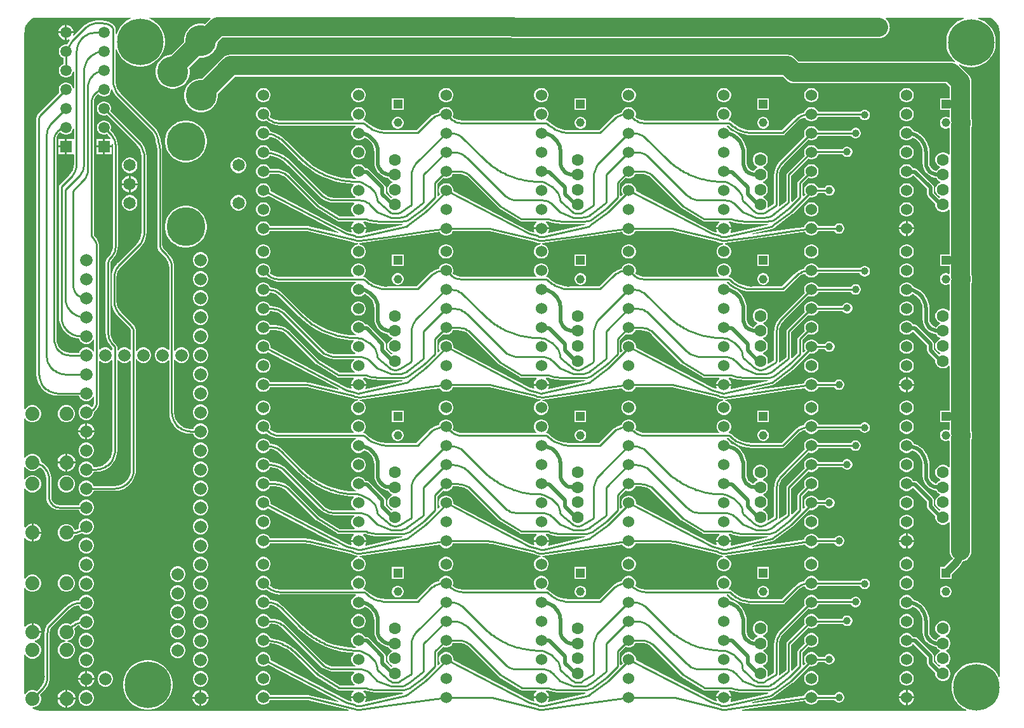
<source format=gtl>
G04*
G04 #@! TF.GenerationSoftware,Altium Limited,Altium Designer,21.3.1 (25)*
G04*
G04 Layer_Physical_Order=1*
G04 Layer_Color=255*
%FSLAX25Y25*%
%MOIN*%
G70*
G04*
G04 #@! TF.SameCoordinates,7C546B25-A564-4243-A2DC-5418B6E61E03*
G04*
G04*
G04 #@! TF.FilePolarity,Positive*
G04*
G01*
G75*
%ADD15C,0.01000*%
%ADD31C,0.00984*%
%ADD32C,0.03937*%
%ADD33C,0.09843*%
%ADD34C,0.01968*%
%ADD35C,0.06496*%
%ADD36C,0.20319*%
%ADD37C,0.07400*%
%ADD38C,0.06555*%
%ADD39C,0.24410*%
%ADD40C,0.02953*%
%ADD41C,0.06000*%
%ADD42C,0.05906*%
%ADD43R,0.05906X0.05906*%
%ADD44C,0.16200*%
%ADD45C,0.06299*%
%ADD46R,0.04528X0.04528*%
%ADD47C,0.04528*%
%ADD48C,0.09843*%
%ADD49C,0.03937*%
G36*
X27042Y311698D02*
Y306707D01*
X26783Y306314D01*
X26542Y306314D01*
X23330D01*
Y302362D01*
Y298409D01*
X26542D01*
X26783Y298409D01*
X27042Y298016D01*
Y293512D01*
X27053Y293455D01*
X26891Y291812D01*
X26396Y290178D01*
X25591Y288672D01*
X24543Y287396D01*
X24495Y287364D01*
X19550Y282419D01*
X19267Y281995D01*
X19168Y281496D01*
Y212836D01*
X19158D01*
X19297Y211066D01*
X19712Y209340D01*
X20391Y207700D01*
X21319Y206186D01*
X22472Y204836D01*
X23822Y203683D01*
X25336Y202755D01*
X26976Y202076D01*
X28703Y201661D01*
X29630Y201588D01*
X29716Y201267D01*
X30251Y200340D01*
X31008Y199583D01*
X31935Y199048D01*
X32969Y198771D01*
X34039D01*
X35073Y199048D01*
X36000Y199583D01*
X36757Y200340D01*
X37172Y201059D01*
X37672Y200925D01*
Y194747D01*
X37172Y194613D01*
X36757Y195332D01*
X36000Y196089D01*
X35073Y196624D01*
X34039Y196901D01*
X32969D01*
X31935Y196624D01*
X31008Y196089D01*
X30251Y195332D01*
X29716Y194405D01*
X29645Y194141D01*
X24880D01*
X24850Y194135D01*
X23505Y194267D01*
X22183Y194668D01*
X20964Y195320D01*
X19896Y196196D01*
X19019Y197265D01*
X18368Y198484D01*
X17966Y199806D01*
X17834Y201151D01*
X17840Y201181D01*
Y306067D01*
X17829Y306121D01*
X17993Y307363D01*
X18493Y308571D01*
X19289Y309608D01*
X19858Y310045D01*
X20534Y309369D01*
X21386Y308876D01*
X22338Y308621D01*
X23322D01*
X24274Y308876D01*
X25126Y309369D01*
X25823Y310065D01*
X26315Y310918D01*
X26542Y311764D01*
X27042Y311698D01*
D02*
G37*
G36*
X56944Y370079D02*
X57022Y369585D01*
X56824Y369521D01*
X55002Y368592D01*
X53347Y367390D01*
X51901Y365944D01*
X50699Y364290D01*
X49771Y362468D01*
X49442Y361457D01*
X48942Y361536D01*
Y364010D01*
X48935Y364046D01*
X48850Y364695D01*
X48585Y365333D01*
X48187Y365853D01*
X48167Y365883D01*
X48180Y365896D01*
X46806Y367024D01*
X45239Y367861D01*
X43538Y368377D01*
X41770Y368551D01*
Y368533D01*
X38202D01*
X38024Y368515D01*
X37805Y368498D01*
X37536Y368433D01*
X36079Y368084D01*
X34439Y367404D01*
X32925Y366476D01*
X31575Y365323D01*
X31582Y365316D01*
X27005Y360740D01*
X26557Y360999D01*
X26783Y361841D01*
Y361862D01*
X23330D01*
Y358409D01*
X23350D01*
X24356Y358678D01*
X24399Y358703D01*
X24550Y358589D01*
X24737Y358321D01*
X23448Y356068D01*
X23322Y356102D01*
X22338D01*
X21386Y355847D01*
X20534Y355354D01*
X19837Y354658D01*
X19345Y353805D01*
X19090Y352854D01*
Y351869D01*
X19345Y350918D01*
X19837Y350065D01*
X20534Y349369D01*
X21386Y348876D01*
X21525Y348839D01*
Y345884D01*
X21386Y345847D01*
X20534Y345354D01*
X19837Y344658D01*
X19345Y343805D01*
X19090Y342854D01*
Y341869D01*
X19345Y340918D01*
X19837Y340065D01*
X20534Y339369D01*
X21386Y338876D01*
X22338Y338621D01*
X23322D01*
X24274Y338876D01*
X25126Y339369D01*
X25823Y340065D01*
X26315Y340918D01*
X26542Y341764D01*
X27042Y341698D01*
Y333025D01*
X26542Y332960D01*
X26315Y333805D01*
X25823Y334658D01*
X25126Y335354D01*
X24274Y335847D01*
X23322Y336102D01*
X22338D01*
X21386Y335847D01*
X20534Y335354D01*
X19837Y334658D01*
X19345Y333805D01*
X19090Y332854D01*
Y331869D01*
X19345Y330918D01*
X19417Y330793D01*
X8986Y320363D01*
X8624Y320018D01*
X8624Y320018D01*
X7930Y319113D01*
X7493Y318060D01*
X7344Y316929D01*
X7357D01*
Y182836D01*
X7347D01*
X7486Y181066D01*
X7901Y179340D01*
X8580Y177700D01*
X9508Y176186D01*
X10661Y174836D01*
X12011Y173683D01*
X13525Y172755D01*
X15165Y172076D01*
X16892Y171661D01*
X18661Y171522D01*
Y171532D01*
X29645D01*
X29716Y171267D01*
X30251Y170340D01*
X31008Y169583D01*
X31935Y169048D01*
X32969Y168771D01*
X34039D01*
X35073Y169048D01*
X36000Y169583D01*
X36757Y170340D01*
X37172Y171059D01*
X37672Y170925D01*
Y168309D01*
X37678Y168276D01*
X37540Y167227D01*
X37123Y166219D01*
X36810Y165811D01*
X36310Y165778D01*
X36000Y166089D01*
X35073Y166624D01*
X34039Y166901D01*
X32969D01*
X31935Y166624D01*
X31008Y166089D01*
X30251Y165332D01*
X29716Y164405D01*
X29439Y163371D01*
Y162301D01*
X29716Y161267D01*
X30251Y160340D01*
X31008Y159583D01*
X31935Y159048D01*
X32969Y158771D01*
X34039D01*
X35073Y159048D01*
X36000Y159583D01*
X36757Y160340D01*
X37292Y161267D01*
X37569Y162301D01*
Y162910D01*
X38301Y163511D01*
X39145Y164539D01*
X39772Y165712D01*
X40158Y166985D01*
X40289Y168309D01*
X40281D01*
Y189657D01*
X40743Y189848D01*
X41008Y189583D01*
X41935Y189048D01*
X42969Y188771D01*
X44039D01*
X45073Y189048D01*
X46000Y189583D01*
X46621Y190204D01*
X47121Y190012D01*
Y142836D01*
X47132Y142779D01*
X46970Y141137D01*
X46474Y139502D01*
X45669Y137996D01*
X44586Y136676D01*
X43266Y135592D01*
X41759Y134787D01*
X40125Y134291D01*
X38482Y134129D01*
X38425Y134141D01*
X37363D01*
X37292Y134405D01*
X36757Y135332D01*
X36000Y136089D01*
X35073Y136624D01*
X34039Y136901D01*
X32969D01*
X31935Y136624D01*
X31008Y136089D01*
X30251Y135332D01*
X29716Y134405D01*
X29439Y133371D01*
Y132301D01*
X29716Y131267D01*
X30251Y130340D01*
X31008Y129583D01*
X31935Y129048D01*
X32969Y128771D01*
X34039D01*
X35073Y129048D01*
X36000Y129583D01*
X36757Y130340D01*
X37292Y131267D01*
X37363Y131532D01*
X38425D01*
Y131522D01*
X40195Y131661D01*
X41921Y132076D01*
X43562Y132755D01*
X45076Y133683D01*
X46426Y134836D01*
X47579Y136186D01*
X48506Y137700D01*
X49186Y139340D01*
X49600Y141066D01*
X49740Y142836D01*
X49730D01*
Y190277D01*
X50213Y190407D01*
X50251Y190340D01*
X51008Y189583D01*
X51935Y189048D01*
X52969Y188771D01*
X54039D01*
X55073Y189048D01*
X56000Y189583D01*
X56463Y190047D01*
X56963Y189840D01*
Y132836D01*
X56975Y132779D01*
X56813Y131137D01*
X56317Y129502D01*
X55512Y127996D01*
X54428Y126676D01*
X53108Y125592D01*
X51602Y124787D01*
X49967Y124291D01*
X48325Y124129D01*
X48268Y124141D01*
X37363D01*
X37292Y124405D01*
X36757Y125332D01*
X36000Y126089D01*
X35073Y126624D01*
X34039Y126901D01*
X32969D01*
X31935Y126624D01*
X31008Y126089D01*
X30251Y125332D01*
X29716Y124405D01*
X29439Y123371D01*
Y122301D01*
X29716Y121267D01*
X30251Y120340D01*
X31008Y119583D01*
X31935Y119048D01*
X32969Y118771D01*
X34039D01*
X35073Y119048D01*
X36000Y119583D01*
X36757Y120340D01*
X37292Y121267D01*
X37363Y121532D01*
X48268D01*
Y121522D01*
X50038Y121661D01*
X51764Y122076D01*
X53404Y122755D01*
X54918Y123683D01*
X56268Y124836D01*
X57421Y126186D01*
X58349Y127700D01*
X59028Y129340D01*
X59443Y131066D01*
X59582Y132836D01*
X59572D01*
Y190516D01*
X60072Y190650D01*
X60251Y190340D01*
X61008Y189583D01*
X61935Y189048D01*
X62969Y188771D01*
X64039D01*
X65073Y189048D01*
X66000Y189583D01*
X66757Y190340D01*
X67292Y191267D01*
X67569Y192301D01*
Y193371D01*
X67292Y194405D01*
X66757Y195332D01*
X66000Y196089D01*
X65073Y196624D01*
X64039Y196901D01*
X62969D01*
X61935Y196624D01*
X61008Y196089D01*
X60251Y195332D01*
X60072Y195022D01*
X59572Y195156D01*
Y204859D01*
X59579D01*
X59451Y206164D01*
X59070Y207419D01*
X58452Y208575D01*
X57620Y209589D01*
X57615Y209584D01*
X51883Y215316D01*
X51834Y215349D01*
X50787Y216625D01*
X49982Y218131D01*
X49487Y219765D01*
X49325Y221408D01*
X49336Y221465D01*
Y233259D01*
X49325Y233317D01*
X49487Y234959D01*
X49982Y236594D01*
X50787Y238100D01*
X51834Y239376D01*
X51883Y239408D01*
X61773Y249298D01*
X61780Y249291D01*
X62933Y250641D01*
X63861Y252155D01*
X64540Y253795D01*
X64955Y255522D01*
X65094Y257292D01*
X65084D01*
Y297270D01*
X65094D01*
X64955Y299040D01*
X64540Y300766D01*
X63861Y302407D01*
X62933Y303920D01*
X61780Y305270D01*
X61773Y305263D01*
X61773Y305263D01*
X46243Y320793D01*
X46315Y320918D01*
X46570Y321869D01*
Y322854D01*
X46315Y323805D01*
X45823Y324658D01*
X45127Y325354D01*
X44274Y325847D01*
X43322Y326102D01*
X42338D01*
X41386Y325847D01*
X40534Y325354D01*
X39837Y324658D01*
X39345Y323805D01*
X39090Y322854D01*
Y321869D01*
X39345Y320918D01*
X39837Y320065D01*
X40534Y319369D01*
X41386Y318876D01*
X42338Y318621D01*
X43322D01*
X44274Y318876D01*
X44398Y318948D01*
X59928Y303418D01*
X59977Y303386D01*
X61024Y302110D01*
X61829Y300604D01*
X62325Y298970D01*
X62486Y297327D01*
X62475Y297270D01*
Y257292D01*
X62486Y257235D01*
X62325Y255592D01*
X61829Y253958D01*
X61024Y252451D01*
X59977Y251176D01*
X59928Y251143D01*
X50038Y241253D01*
X50031Y241260D01*
X49685Y240854D01*
X49625Y240815D01*
X49581Y240749D01*
X49534Y240678D01*
X48878Y239910D01*
X47950Y238396D01*
X47271Y236756D01*
X46856Y235029D01*
X46717Y233259D01*
X46727D01*
Y221465D01*
X46717D01*
X46856Y219695D01*
X47271Y217969D01*
X47950Y216328D01*
X48878Y214814D01*
X50031Y213464D01*
X50038Y213471D01*
X55770Y207739D01*
X55796Y207722D01*
X56426Y206901D01*
X56834Y205916D01*
X56969Y204890D01*
X56963Y204859D01*
Y195833D01*
X56463Y195626D01*
X56000Y196089D01*
X55073Y196624D01*
X54039Y196901D01*
X52969D01*
X51935Y196624D01*
X51008Y196089D01*
X50251Y195332D01*
X50213Y195266D01*
X49730Y195395D01*
Y197244D01*
X49630Y197743D01*
X49348Y198167D01*
X48733Y198781D01*
X48685Y198813D01*
X47638Y200089D01*
X46833Y201595D01*
X46337Y203230D01*
X46175Y204872D01*
X46187Y204930D01*
Y241406D01*
X46186Y241410D01*
X46290Y241936D01*
X46490Y242235D01*
X46819Y242598D01*
X46819Y242598D01*
X47972Y243948D01*
X48900Y245462D01*
X49580Y247102D01*
X49994Y248829D01*
X50133Y250599D01*
X50124D01*
Y302231D01*
X50133D01*
X49994Y304000D01*
X49580Y305727D01*
X48900Y307367D01*
X47972Y308881D01*
X46819Y310231D01*
X46812Y310224D01*
X46243Y310793D01*
X46315Y310918D01*
X46570Y311869D01*
Y312854D01*
X46315Y313805D01*
X45823Y314658D01*
X45127Y315354D01*
X44274Y315847D01*
X43322Y316102D01*
X42338D01*
X41386Y315847D01*
X40534Y315354D01*
X39837Y314658D01*
X39345Y313805D01*
X39090Y312854D01*
Y311869D01*
X39345Y310918D01*
X39837Y310065D01*
X40534Y309369D01*
X41386Y308876D01*
X42338Y308621D01*
X43322D01*
X44274Y308876D01*
X44398Y308948D01*
X44967Y308379D01*
X45016Y308347D01*
X46063Y307071D01*
X46238Y306743D01*
X45981Y306314D01*
X43330D01*
Y302862D01*
X46783D01*
Y303609D01*
X47283Y303820D01*
X47385Y303720D01*
X47526Y302288D01*
X47514Y302231D01*
Y250599D01*
X47526Y250542D01*
X47364Y248899D01*
X46868Y247265D01*
X46063Y245759D01*
X45099Y244584D01*
X44740Y244236D01*
X44740Y244236D01*
X44104Y243407D01*
X43705Y242442D01*
X43568Y241406D01*
X43577D01*
Y204930D01*
X43567D01*
X43707Y203160D01*
X44121Y201433D01*
X44801Y199793D01*
X45728Y198279D01*
X46881Y196929D01*
X47121Y196528D01*
Y195661D01*
X46621Y195468D01*
X46000Y196089D01*
X45073Y196624D01*
X44039Y196901D01*
X42969D01*
X41935Y196624D01*
X41008Y196089D01*
X40743Y195824D01*
X40281Y196015D01*
X40281Y249213D01*
X40301D01*
X40122Y251032D01*
X39591Y252781D01*
X38729Y254393D01*
X37571Y255805D01*
X37525Y256286D01*
Y325752D01*
X37513Y325815D01*
X37686Y327130D01*
X38218Y328415D01*
X39064Y329518D01*
X39790Y330075D01*
X39837Y330065D01*
X40534Y329369D01*
X41386Y328876D01*
X42338Y328621D01*
X43322D01*
X44274Y328876D01*
X45127Y329369D01*
X45823Y330065D01*
X46315Y330918D01*
X46570Y331869D01*
Y332364D01*
X47070Y332463D01*
X47557Y331289D01*
X48484Y329775D01*
X49637Y328425D01*
X49644Y328432D01*
X67408Y310668D01*
X67457Y310635D01*
X68504Y309360D01*
X69309Y307853D01*
X69805Y306219D01*
X69941Y304833D01*
X69958Y304834D01*
X70048Y304382D01*
X70097Y304308D01*
X70592Y302676D01*
X70754Y301033D01*
X70743Y300976D01*
Y251181D01*
X70729D01*
X70882Y249626D01*
X71336Y248131D01*
X71541Y247748D01*
X71552Y247691D01*
X71835Y247268D01*
X74495Y244608D01*
X74544Y244575D01*
X75591Y243300D01*
X76396Y241793D01*
X76891Y240159D01*
X77053Y238516D01*
X77042Y238459D01*
Y195754D01*
X76542Y195547D01*
X76000Y196089D01*
X75073Y196624D01*
X74039Y196901D01*
X72969D01*
X71935Y196624D01*
X71008Y196089D01*
X70251Y195332D01*
X69716Y194405D01*
X69439Y193371D01*
Y192301D01*
X69716Y191267D01*
X70251Y190340D01*
X71008Y189583D01*
X71935Y189048D01*
X72969Y188771D01*
X74039D01*
X75073Y189048D01*
X76000Y189583D01*
X76542Y190125D01*
X77042Y189918D01*
Y162836D01*
X77032D01*
X77171Y161066D01*
X77586Y159340D01*
X78265Y157700D01*
X79193Y156186D01*
X80346Y154836D01*
X81696Y153683D01*
X83210Y152755D01*
X84850Y152076D01*
X86576Y151661D01*
X88346Y151522D01*
Y151532D01*
X89645D01*
X89716Y151267D01*
X90251Y150340D01*
X91008Y149583D01*
X91935Y149048D01*
X92969Y148771D01*
X94039D01*
X95073Y149048D01*
X96000Y149583D01*
X96757Y150340D01*
X97292Y151267D01*
X97569Y152301D01*
Y153371D01*
X97292Y154405D01*
X96757Y155332D01*
X96000Y156089D01*
X95073Y156624D01*
X94039Y156901D01*
X92969D01*
X91935Y156624D01*
X91008Y156089D01*
X90251Y155332D01*
X89716Y154405D01*
X89645Y154141D01*
X88346D01*
X88289Y154129D01*
X86647Y154291D01*
X85012Y154787D01*
X83506Y155592D01*
X82186Y156676D01*
X81102Y157996D01*
X80297Y159502D01*
X79801Y161136D01*
X79640Y162779D01*
X79651Y162836D01*
Y190380D01*
X80151Y190514D01*
X80251Y190340D01*
X81008Y189583D01*
X81935Y189048D01*
X82969Y188771D01*
X84039D01*
X85073Y189048D01*
X86000Y189583D01*
X86757Y190340D01*
X87292Y191267D01*
X87569Y192301D01*
Y193371D01*
X87292Y194405D01*
X86757Y195332D01*
X86000Y196089D01*
X85073Y196624D01*
X84039Y196901D01*
X82969D01*
X81935Y196624D01*
X81008Y196089D01*
X80251Y195332D01*
X80151Y195159D01*
X79651Y195293D01*
Y238459D01*
X79661D01*
X79522Y240229D01*
X79107Y241955D01*
X78428Y243596D01*
X78206Y243957D01*
X78203Y243974D01*
X78118Y244102D01*
X77500Y245110D01*
X76347Y246460D01*
X76340Y246453D01*
X76340Y246453D01*
X73876Y248917D01*
X73514Y249791D01*
X73339Y251117D01*
X73352Y251181D01*
Y300976D01*
X73362D01*
X73222Y302746D01*
X72808Y304472D01*
X72524Y305158D01*
X72435Y306289D01*
X72021Y308016D01*
X71341Y309656D01*
X70413Y311170D01*
X69260Y312520D01*
X69253Y312513D01*
X69253Y312513D01*
X51489Y330277D01*
X51441Y330309D01*
X50394Y331585D01*
X49589Y333091D01*
X49093Y334726D01*
X48931Y336368D01*
X48942Y336426D01*
Y353425D01*
X49442Y353504D01*
X49771Y352493D01*
X50699Y350671D01*
X51901Y349016D01*
X53347Y347570D01*
X55002Y346369D01*
X56824Y345440D01*
X58769Y344808D01*
X60789Y344488D01*
X62833D01*
X64853Y344808D01*
X66798Y345440D01*
X68620Y346369D01*
X70275Y347570D01*
X71721Y349016D01*
X72923Y350671D01*
X73851Y352493D01*
X74483Y354438D01*
X74803Y356458D01*
Y358503D01*
X74483Y360523D01*
X73851Y362468D01*
X72923Y364290D01*
X71721Y365944D01*
X70275Y367390D01*
X68620Y368592D01*
X66798Y369521D01*
X66600Y369585D01*
X66679Y370079D01*
X98547D01*
X98708Y369605D01*
X98474Y369426D01*
X95729Y366681D01*
X94476Y366931D01*
X92725D01*
X91008Y366589D01*
X89391Y365919D01*
X87935Y364947D01*
X86698Y363709D01*
X85725Y362253D01*
X85055Y360636D01*
X84713Y358919D01*
Y357299D01*
X78034Y350620D01*
X78017D01*
X76299Y350278D01*
X74682Y349608D01*
X73226Y348636D01*
X71988Y347398D01*
X71016Y345942D01*
X70346Y344325D01*
X70004Y342608D01*
Y340857D01*
X70346Y339140D01*
X71016Y337523D01*
X71988Y336067D01*
X73226Y334829D01*
X74682Y333856D01*
X76299Y333186D01*
X78017Y332845D01*
X79767D01*
X81484Y333186D01*
X83101Y333856D01*
X84557Y334829D01*
X85795Y336067D01*
X86768Y337523D01*
X87438Y339140D01*
X87779Y340857D01*
Y342608D01*
X87535Y343835D01*
X92856Y349156D01*
X94476D01*
X96193Y349497D01*
X97811Y350167D01*
X99266Y351140D01*
X100504Y352378D01*
X101477Y353834D01*
X102147Y355451D01*
X102485Y357151D01*
X104930Y359596D01*
X161181D01*
X161484Y359556D01*
X256093Y359557D01*
X256140Y359537D01*
X257630Y359341D01*
X352970Y359341D01*
X353163Y359315D01*
X353537Y359365D01*
X353915D01*
X354006Y359389D01*
X449420D01*
X449613Y359364D01*
X449987Y359413D01*
X450365D01*
X450729Y359511D01*
X451104Y359560D01*
X451452Y359705D01*
X451817Y359802D01*
X452144Y359991D01*
X452492Y360135D01*
X452792Y360365D01*
X453119Y360554D01*
X453385Y360821D01*
X453685Y361050D01*
X453914Y361350D01*
X454181Y361617D01*
X454370Y361944D01*
X454600Y362243D01*
X454744Y362592D01*
X454933Y362918D01*
X455031Y363283D01*
X455175Y363632D01*
X455224Y364006D01*
X455322Y364370D01*
Y364748D01*
X455371Y365122D01*
X455322Y365496D01*
Y365873D01*
X455224Y366238D01*
X455175Y366612D01*
X455031Y366961D01*
X454933Y367325D01*
X454744Y367652D01*
X454600Y368001D01*
X454370Y368300D01*
X454181Y368627D01*
X453914Y368894D01*
X453685Y369193D01*
X453659Y369219D01*
X453360Y369448D01*
X453230Y369579D01*
X453375Y370041D01*
X453402Y370079D01*
X494356D01*
X494435Y369579D01*
X493044Y369127D01*
X491222Y368198D01*
X489568Y366996D01*
X488122Y365550D01*
X486920Y363896D01*
X485991Y362074D01*
X485359Y360129D01*
X485039Y358109D01*
Y356064D01*
X485359Y354044D01*
X485991Y352099D01*
X486920Y350277D01*
X488122Y348623D01*
X489568Y347177D01*
X489329Y346732D01*
X489241Y346756D01*
X488892Y346900D01*
X488518Y346950D01*
X488153Y347047D01*
X487776D01*
X487402Y347096D01*
X407503D01*
X405646Y348953D01*
X405347Y349183D01*
X405080Y349450D01*
X404753Y349639D01*
X404454Y349868D01*
X404105Y350013D01*
X403778Y350202D01*
X403414Y350299D01*
X403065Y350444D01*
X402691Y350493D01*
X402326Y350590D01*
X401949D01*
X401575Y350640D01*
X109361D01*
X107871Y350444D01*
X106482Y349868D01*
X105290Y348953D01*
X94445Y338109D01*
X92826D01*
X91108Y337767D01*
X89491Y337097D01*
X88035Y336125D01*
X86797Y334887D01*
X85825Y333431D01*
X85155Y331814D01*
X84813Y330097D01*
Y328346D01*
X85155Y326629D01*
X85825Y325011D01*
X86797Y323556D01*
X88035Y322318D01*
X89491Y321345D01*
X91108Y320675D01*
X92826Y320334D01*
X94576D01*
X96293Y320675D01*
X97911Y321345D01*
X99366Y322318D01*
X100604Y323556D01*
X101577Y325011D01*
X102247Y326629D01*
X102588Y328346D01*
Y329966D01*
X111746Y339124D01*
X399190D01*
X401047Y337267D01*
X402239Y336352D01*
X403628Y335777D01*
X405118Y335581D01*
X485017D01*
X486762Y333835D01*
Y327780D01*
X481748D01*
Y321677D01*
X486762D01*
Y317857D01*
X486762Y317853D01*
X486698Y317776D01*
X486287Y317550D01*
X485977Y317729D01*
X485201Y317937D01*
X484398D01*
X483622Y317729D01*
X482926Y317327D01*
X482358Y316759D01*
X481956Y316063D01*
X481748Y315287D01*
Y314484D01*
X481956Y313708D01*
X482358Y313012D01*
X482926Y312444D01*
X483622Y312043D01*
X484398Y311835D01*
X485201D01*
X485977Y312043D01*
X486287Y312221D01*
X486704Y311992D01*
X486763Y311923D01*
X486762Y311914D01*
X486762Y311423D01*
Y298320D01*
X486262Y298113D01*
X485716Y298658D01*
X484819Y299176D01*
X483817Y299445D01*
X482781D01*
X481780Y299176D01*
X480882Y298658D01*
X480149Y297925D01*
X479631Y297027D01*
X479362Y296026D01*
Y294989D01*
X479631Y293988D01*
X480149Y293091D01*
X480882Y292357D01*
X481780Y291839D01*
X481815Y291830D01*
Y291312D01*
X481780Y291302D01*
X480882Y290784D01*
X480149Y290051D01*
X479843Y289521D01*
X479476Y289570D01*
X478398Y290016D01*
X477471Y290727D01*
X476760Y291653D01*
X476314Y292732D01*
X476170Y293820D01*
X476184Y293890D01*
Y299386D01*
X476186D01*
X476041Y301233D01*
X475608Y303035D01*
X474899Y304747D01*
X473931Y306326D01*
X472727Y307735D01*
X471318Y308939D01*
X469739Y309907D01*
X468027Y310616D01*
X467797Y310671D01*
X467750Y310848D01*
X467251Y311711D01*
X466546Y312417D01*
X465682Y312915D01*
X464719Y313173D01*
X463722D01*
X462759Y312915D01*
X461895Y312417D01*
X461190Y311711D01*
X460691Y310848D01*
X460433Y309885D01*
Y308887D01*
X460691Y307924D01*
X461190Y307060D01*
X461895Y306355D01*
X462759Y305856D01*
X463722Y305598D01*
X464719D01*
X465682Y305856D01*
X466546Y306355D01*
X467251Y307060D01*
X467251Y307061D01*
X467523Y306978D01*
X468944Y306219D01*
X470189Y305197D01*
X471211Y303952D01*
X471970Y302531D01*
X472438Y300989D01*
X472588Y299467D01*
X472572Y299386D01*
Y293890D01*
X472568D01*
X472722Y292316D01*
X473181Y290803D01*
X473927Y289408D01*
X474930Y288186D01*
X476152Y287183D01*
X477547Y286437D01*
X479060Y285978D01*
X479748Y285911D01*
X480149Y285216D01*
X480882Y284484D01*
X481780Y283965D01*
X481815Y283956D01*
Y283438D01*
X481780Y283428D01*
X480882Y282910D01*
X480149Y282177D01*
X479631Y281279D01*
X479362Y280278D01*
Y279241D01*
X479631Y278240D01*
X480149Y277343D01*
X480882Y276609D01*
X481780Y276091D01*
X481815Y276082D01*
Y275564D01*
X481780Y275554D01*
X481345Y275304D01*
X478546Y278103D01*
Y280898D01*
X478409Y281589D01*
X478017Y282175D01*
X469754Y290438D01*
X469168Y290830D01*
X468477Y290967D01*
X467681D01*
X467251Y291711D01*
X466546Y292417D01*
X465682Y292915D01*
X464719Y293173D01*
X463722D01*
X462759Y292915D01*
X461895Y292417D01*
X461190Y291711D01*
X460691Y290848D01*
X460433Y289884D01*
Y288887D01*
X460691Y287924D01*
X461190Y287060D01*
X461895Y286355D01*
X462759Y285857D01*
X463722Y285598D01*
X464719D01*
X465682Y285857D01*
X466546Y286355D01*
X467251Y287060D01*
X467309Y287161D01*
X467869Y287215D01*
X474934Y280149D01*
Y277354D01*
X475071Y276663D01*
X475463Y276077D01*
X479362Y272178D01*
Y271368D01*
X479631Y270366D01*
X480149Y269468D01*
X480882Y268736D01*
X481780Y268217D01*
X482781Y267949D01*
X483817D01*
X484819Y268217D01*
X485716Y268736D01*
X486262Y269281D01*
X486762Y269074D01*
Y245701D01*
X481748D01*
Y239598D01*
X486762D01*
Y235779D01*
X486762Y235774D01*
X486698Y235698D01*
X486287Y235472D01*
X485977Y235650D01*
X485201Y235858D01*
X484398D01*
X483622Y235650D01*
X482926Y235249D01*
X482358Y234681D01*
X481956Y233985D01*
X481748Y233209D01*
Y232405D01*
X481956Y231629D01*
X482358Y230934D01*
X482926Y230365D01*
X483622Y229964D01*
X484398Y229756D01*
X485201D01*
X485977Y229964D01*
X486287Y230143D01*
X486704Y229913D01*
X486763Y229844D01*
X486762Y229836D01*
X486762Y229344D01*
Y216241D01*
X486262Y216034D01*
X485716Y216579D01*
X484819Y217098D01*
X483817Y217366D01*
X482781D01*
X481780Y217098D01*
X480882Y216579D01*
X480149Y215846D01*
X479631Y214949D01*
X479362Y213947D01*
Y212911D01*
X479631Y211910D01*
X480149Y211012D01*
X480882Y210279D01*
X481780Y209760D01*
X481815Y209751D01*
Y209233D01*
X481780Y209224D01*
X480882Y208705D01*
X480149Y207972D01*
X479843Y207443D01*
X479476Y207491D01*
X478398Y207938D01*
X477471Y208648D01*
X476760Y209575D01*
X476314Y210653D01*
X476170Y211741D01*
X476184Y211811D01*
Y217307D01*
X476186D01*
X476041Y219154D01*
X475608Y220956D01*
X474899Y222668D01*
X473931Y224248D01*
X472727Y225657D01*
X471318Y226860D01*
X469739Y227828D01*
X468027Y228537D01*
X467797Y228592D01*
X467750Y228769D01*
X467251Y229633D01*
X466546Y230338D01*
X465682Y230836D01*
X464719Y231095D01*
X463722D01*
X462759Y230836D01*
X461895Y230338D01*
X461190Y229633D01*
X460691Y228769D01*
X460433Y227806D01*
Y226809D01*
X460691Y225845D01*
X461190Y224982D01*
X461895Y224276D01*
X462759Y223778D01*
X463722Y223520D01*
X464719D01*
X465682Y223778D01*
X466546Y224276D01*
X467251Y224982D01*
X467251Y224982D01*
X467523Y224900D01*
X468944Y224140D01*
X470189Y223118D01*
X471211Y221873D01*
X471970Y220452D01*
X472438Y218910D01*
X472588Y217389D01*
X472572Y217307D01*
Y211811D01*
X472568D01*
X472722Y210237D01*
X473181Y208724D01*
X473927Y207330D01*
X474930Y206107D01*
X476152Y205104D01*
X477547Y204359D01*
X479060Y203900D01*
X479748Y203832D01*
X480149Y203138D01*
X480882Y202405D01*
X481780Y201887D01*
X481815Y201877D01*
Y201359D01*
X481780Y201350D01*
X480882Y200831D01*
X480149Y200098D01*
X479631Y199201D01*
X479362Y198199D01*
Y197163D01*
X479631Y196161D01*
X480149Y195264D01*
X480882Y194531D01*
X481780Y194012D01*
X481815Y194003D01*
Y193485D01*
X481780Y193476D01*
X481345Y193225D01*
X478546Y196024D01*
Y198819D01*
X478409Y199510D01*
X478017Y200096D01*
X469754Y208359D01*
X469168Y208751D01*
X468477Y208889D01*
X467681D01*
X467251Y209633D01*
X466546Y210338D01*
X465682Y210836D01*
X464719Y211094D01*
X463722D01*
X462759Y210836D01*
X461895Y210338D01*
X461190Y209633D01*
X460691Y208769D01*
X460433Y207806D01*
Y206808D01*
X460691Y205845D01*
X461190Y204982D01*
X461895Y204276D01*
X462759Y203778D01*
X463722Y203520D01*
X464719D01*
X465682Y203778D01*
X466546Y204276D01*
X467251Y204982D01*
X467309Y205082D01*
X467869Y205136D01*
X474934Y198071D01*
Y195276D01*
X475071Y194584D01*
X475463Y193998D01*
X479362Y190099D01*
Y189289D01*
X479631Y188287D01*
X480149Y187390D01*
X480882Y186657D01*
X481780Y186138D01*
X482781Y185870D01*
X483817D01*
X484819Y186138D01*
X485716Y186657D01*
X486262Y187202D01*
X486762Y186995D01*
Y163622D01*
X481748D01*
Y157520D01*
X486762D01*
Y153700D01*
X486762Y153695D01*
X486698Y153619D01*
X486287Y153393D01*
X485977Y153572D01*
X485201Y153779D01*
X484398D01*
X483622Y153572D01*
X482926Y153170D01*
X482358Y152602D01*
X481956Y151906D01*
X481748Y151130D01*
Y150327D01*
X481956Y149551D01*
X482358Y148855D01*
X482926Y148287D01*
X483622Y147885D01*
X484398Y147677D01*
X485201D01*
X485977Y147885D01*
X486287Y148064D01*
X486704Y147835D01*
X486763Y147765D01*
X486762Y147757D01*
X486762Y147265D01*
Y134162D01*
X486262Y133955D01*
X485716Y134501D01*
X484819Y135019D01*
X483817Y135287D01*
X482781D01*
X481780Y135019D01*
X480882Y134501D01*
X480149Y133768D01*
X479631Y132870D01*
X479362Y131869D01*
Y130832D01*
X479631Y129831D01*
X480149Y128933D01*
X480882Y128200D01*
X481780Y127682D01*
X481815Y127672D01*
Y127155D01*
X481780Y127145D01*
X480882Y126627D01*
X480149Y125894D01*
X479843Y125364D01*
X479476Y125412D01*
X478398Y125859D01*
X477471Y126570D01*
X476760Y127496D01*
X476314Y128575D01*
X476170Y129663D01*
X476184Y129732D01*
Y135228D01*
X476186D01*
X476041Y137075D01*
X475608Y138877D01*
X474899Y140589D01*
X473931Y142169D01*
X472727Y143578D01*
X471318Y144781D01*
X469739Y145749D01*
X468027Y146458D01*
X467797Y146514D01*
X467750Y146690D01*
X467251Y147554D01*
X466546Y148259D01*
X465682Y148758D01*
X464719Y149016D01*
X463722D01*
X462759Y148758D01*
X461895Y148259D01*
X461190Y147554D01*
X460691Y146690D01*
X460433Y145727D01*
Y144730D01*
X460691Y143766D01*
X461190Y142903D01*
X461895Y142198D01*
X462759Y141699D01*
X463722Y141441D01*
X464719D01*
X465682Y141699D01*
X466546Y142198D01*
X467251Y142903D01*
X467251Y142903D01*
X467523Y142821D01*
X468944Y142061D01*
X470189Y141039D01*
X471211Y139794D01*
X471970Y138373D01*
X472438Y136832D01*
X472588Y135310D01*
X472572Y135228D01*
Y129732D01*
X472568D01*
X472722Y128159D01*
X473181Y126645D01*
X473927Y125251D01*
X474930Y124029D01*
X476152Y123025D01*
X477547Y122280D01*
X479060Y121821D01*
X479748Y121753D01*
X480149Y121059D01*
X480882Y120326D01*
X481780Y119808D01*
X481815Y119798D01*
Y119281D01*
X481780Y119271D01*
X480882Y118753D01*
X480149Y118020D01*
X479631Y117122D01*
X479362Y116121D01*
Y115084D01*
X479631Y114083D01*
X480149Y113185D01*
X480882Y112452D01*
X481780Y111934D01*
X481815Y111924D01*
Y111407D01*
X481780Y111397D01*
X481345Y111146D01*
X478546Y113945D01*
Y116740D01*
X478409Y117431D01*
X478017Y118017D01*
X469754Y126281D01*
X469168Y126672D01*
X468477Y126810D01*
X467681D01*
X467251Y127554D01*
X466546Y128259D01*
X465682Y128758D01*
X464719Y129016D01*
X463722D01*
X462759Y128758D01*
X461895Y128259D01*
X461190Y127554D01*
X460691Y126690D01*
X460433Y125727D01*
Y124730D01*
X460691Y123767D01*
X461190Y122903D01*
X461895Y122198D01*
X462759Y121699D01*
X463722Y121441D01*
X464719D01*
X465682Y121699D01*
X466546Y122198D01*
X467251Y122903D01*
X467309Y123003D01*
X467869Y123057D01*
X474934Y115992D01*
Y113197D01*
X475071Y112506D01*
X475463Y111920D01*
X479362Y108020D01*
Y107210D01*
X479631Y106209D01*
X480149Y105311D01*
X480882Y104578D01*
X481780Y104060D01*
X482781Y103791D01*
X483817D01*
X484819Y104060D01*
X485716Y104578D01*
X486262Y105123D01*
X486762Y104916D01*
Y90158D01*
X486958Y88667D01*
X487533Y87278D01*
X488398Y86151D01*
X487787Y85405D01*
X487765Y85389D01*
X483919Y81543D01*
X481748D01*
Y75441D01*
X487850D01*
Y77612D01*
X491696Y81458D01*
X491696Y81458D01*
X491706Y81448D01*
X492961Y82917D01*
X493971Y84565D01*
X493982Y84592D01*
X494010Y84596D01*
X495399Y85171D01*
X496591Y86086D01*
X497506Y87278D01*
X498081Y88667D01*
X498278Y90158D01*
Y147757D01*
X498261Y147881D01*
X498333Y148424D01*
X498333Y148424D01*
X498354Y148582D01*
X498379Y148909D01*
X498523Y150728D01*
X498379Y152548D01*
X498354Y152875D01*
X498333Y153033D01*
X498333Y153033D01*
X498261Y153576D01*
X498278Y153700D01*
Y160571D01*
Y229836D01*
X498261Y229960D01*
X498333Y230503D01*
X498333Y230503D01*
X498354Y230660D01*
X498379Y230987D01*
X498523Y232807D01*
X498379Y234627D01*
X498354Y234954D01*
X498333Y235112D01*
X498333Y235112D01*
X498261Y235655D01*
X498278Y235779D01*
Y242650D01*
Y311914D01*
X498261Y312038D01*
X498333Y312581D01*
X498333Y312581D01*
X498354Y312739D01*
X498379Y313066D01*
X498523Y314886D01*
X498379Y316706D01*
X498354Y317033D01*
X498333Y317191D01*
X498333Y317191D01*
X498261Y317733D01*
X498278Y317857D01*
Y324728D01*
Y336221D01*
X498081Y337711D01*
X497506Y339099D01*
X496591Y340292D01*
X491726Y345157D01*
X492024Y345566D01*
X493044Y345046D01*
X494989Y344414D01*
X497009Y344094D01*
X499054D01*
X501074Y344414D01*
X503019Y345046D01*
X504841Y345975D01*
X506495Y347177D01*
X507941Y348623D01*
X509143Y350277D01*
X510072Y352099D01*
X510704Y354044D01*
X511024Y356064D01*
Y358109D01*
X510704Y360129D01*
X510072Y362074D01*
X509143Y363896D01*
X507941Y365550D01*
X506495Y366996D01*
X504841Y368198D01*
X503019Y369127D01*
X501628Y369579D01*
X501707Y370079D01*
X508285D01*
X509248Y369564D01*
X510589Y368463D01*
X511690Y367122D01*
X512508Y365592D01*
X513012Y363931D01*
X513178Y362245D01*
X513170Y362205D01*
X513170Y23921D01*
X512670Y23801D01*
X511899Y25313D01*
X510697Y26968D01*
X509251Y28414D01*
X507597Y29616D01*
X505775Y30544D01*
X503830Y31176D01*
X501810Y31496D01*
X499765D01*
X497745Y31176D01*
X495800Y30544D01*
X493978Y29616D01*
X492324Y28414D01*
X490878Y26968D01*
X489676Y25313D01*
X488747Y23491D01*
X488115Y21546D01*
X487795Y19526D01*
Y17481D01*
X488115Y15462D01*
X488747Y13517D01*
X489676Y11695D01*
X490878Y10040D01*
X492324Y8594D01*
X493978Y7392D01*
X495490Y6622D01*
X495370Y6122D01*
X377871D01*
X377836Y6620D01*
X382528Y7291D01*
X404245Y10397D01*
X410888Y11347D01*
X411190Y10824D01*
X411895Y10119D01*
X412759Y9620D01*
X413722Y9362D01*
X414719D01*
X415682Y9620D01*
X416546Y10119D01*
X417251Y10824D01*
X417750Y11688D01*
X417790Y11837D01*
X426316D01*
X426535Y11457D01*
X427048Y10944D01*
X427676Y10582D01*
X428377Y10394D01*
X429103D01*
X429804Y10582D01*
X430432Y10944D01*
X430945Y11457D01*
X431308Y12086D01*
X431496Y12787D01*
Y13512D01*
X431308Y14213D01*
X430945Y14842D01*
X430432Y15355D01*
X429804Y15718D01*
X429103Y15905D01*
X428377D01*
X427676Y15718D01*
X427048Y15355D01*
X426535Y14842D01*
X426316Y14462D01*
X417790D01*
X417750Y14612D01*
X417251Y15475D01*
X416546Y16180D01*
X415682Y16679D01*
X414719Y16937D01*
X413722D01*
X412759Y16679D01*
X411895Y16180D01*
X411190Y15475D01*
X410691Y14612D01*
X410513Y13945D01*
X403873Y12996D01*
X383279Y10051D01*
X383189Y10543D01*
X393334Y12826D01*
X393456Y12880D01*
X393586Y12911D01*
X393836Y13024D01*
X393848Y13032D01*
X393862Y13035D01*
X393929Y13067D01*
X394020Y13136D01*
X394124Y13182D01*
X394687Y13582D01*
X394695Y13591D01*
X394706Y13596D01*
X404295Y20673D01*
X404361Y20746D01*
X404443Y20801D01*
X413156Y29514D01*
X413722Y29362D01*
X414719D01*
X415682Y29620D01*
X416546Y30119D01*
X417251Y30824D01*
X417750Y31688D01*
X417790Y31837D01*
X421198D01*
X421417Y31457D01*
X421930Y30944D01*
X422558Y30582D01*
X423259Y30394D01*
X423985D01*
X424686Y30582D01*
X425314Y30944D01*
X425827Y31457D01*
X426190Y32086D01*
X426378Y32787D01*
Y33512D01*
X426190Y34213D01*
X425827Y34842D01*
X425314Y35355D01*
X424686Y35718D01*
X423985Y35906D01*
X423259D01*
X422558Y35718D01*
X421930Y35355D01*
X421417Y34842D01*
X421198Y34462D01*
X417790D01*
X417750Y34611D01*
X417251Y35475D01*
X416546Y36180D01*
X415682Y36679D01*
X414719Y36937D01*
X413722D01*
X412759Y36679D01*
X411895Y36180D01*
X411190Y35475D01*
X410691Y34611D01*
X410433Y33648D01*
Y32651D01*
X410691Y31688D01*
X411030Y31100D01*
X410074Y30144D01*
X409612Y30335D01*
Y36685D01*
X412625Y39698D01*
X412759Y39620D01*
X413722Y39362D01*
X414719D01*
X415682Y39620D01*
X416546Y40119D01*
X417251Y40824D01*
X417750Y41688D01*
X418008Y42651D01*
Y43648D01*
X417750Y44611D01*
X417251Y45475D01*
X416546Y46180D01*
X415682Y46679D01*
X414719Y46937D01*
X413722D01*
X412759Y46679D01*
X411895Y46180D01*
X411190Y45475D01*
X410691Y44611D01*
X410433Y43648D01*
Y42651D01*
X410691Y41688D01*
X410768Y41554D01*
X407371Y38157D01*
X407087Y37731D01*
X406987Y37228D01*
Y29885D01*
X404175Y27073D01*
X403675Y27281D01*
Y40748D01*
X412625Y49698D01*
X412759Y49620D01*
X413722Y49362D01*
X414719D01*
X415682Y49620D01*
X416546Y50119D01*
X417251Y50824D01*
X417750Y51688D01*
X417790Y51837D01*
X430679D01*
X430771Y51678D01*
X431284Y51165D01*
X431913Y50802D01*
X432614Y50614D01*
X433339D01*
X434040Y50802D01*
X434668Y51165D01*
X435182Y51678D01*
X435544Y52306D01*
X435732Y53007D01*
Y53733D01*
X435544Y54434D01*
X435182Y55062D01*
X434668Y55575D01*
X434040Y55938D01*
X433339Y56126D01*
X432614D01*
X431913Y55938D01*
X431284Y55575D01*
X430771Y55062D01*
X430425Y54462D01*
X417790D01*
X417750Y54611D01*
X417251Y55475D01*
X416546Y56180D01*
X415682Y56679D01*
X414719Y56937D01*
X413722D01*
X412759Y56679D01*
X411895Y56180D01*
X411190Y55475D01*
X410691Y54611D01*
X410433Y53648D01*
Y52651D01*
X410691Y51688D01*
X410768Y51554D01*
X401434Y42219D01*
X401150Y41794D01*
X401050Y41291D01*
Y27392D01*
X397601Y24777D01*
X397147Y25061D01*
X397207Y25364D01*
Y40682D01*
X397196Y40739D01*
X397358Y42380D01*
X397853Y44013D01*
X398657Y45518D01*
X399703Y46792D01*
X399752Y46825D01*
X412625Y59698D01*
X412759Y59620D01*
X413722Y59362D01*
X414719D01*
X415682Y59620D01*
X416546Y60119D01*
X417251Y60824D01*
X417750Y61688D01*
X417807Y61900D01*
X434993D01*
X435212Y61520D01*
X435725Y61007D01*
X436354Y60645D01*
X437054Y60457D01*
X437780D01*
X438481Y60645D01*
X439110Y61007D01*
X439623Y61520D01*
X439985Y62149D01*
X440173Y62850D01*
Y63575D01*
X439985Y64276D01*
X439623Y64905D01*
X439110Y65418D01*
X438481Y65781D01*
X437780Y65969D01*
X437054D01*
X436354Y65781D01*
X435725Y65418D01*
X435212Y64905D01*
X434993Y64525D01*
X417773D01*
X417750Y64612D01*
X417251Y65475D01*
X416546Y66180D01*
X415682Y66679D01*
X414719Y66937D01*
X413722D01*
X412759Y66679D01*
X411895Y66180D01*
X411190Y65475D01*
X410691Y64612D01*
X410433Y63648D01*
Y62651D01*
X410691Y61688D01*
X410768Y61554D01*
X397896Y48681D01*
X397889Y48688D01*
X396735Y47337D01*
X395807Y45822D01*
X395127Y44181D01*
X394712Y42453D01*
X394572Y40682D01*
X394582D01*
Y25952D01*
X391551Y24080D01*
X391119Y24401D01*
X391315Y25131D01*
Y26168D01*
X391047Y27169D01*
X390528Y28067D01*
X389795Y28800D01*
X388897Y29318D01*
X388862Y29328D01*
Y29845D01*
X388897Y29855D01*
X389795Y30373D01*
X390528Y31106D01*
X391047Y32004D01*
X391315Y33005D01*
Y34042D01*
X391047Y35043D01*
X390528Y35941D01*
X389795Y36674D01*
X388897Y37192D01*
X388862Y37202D01*
Y37719D01*
X388897Y37729D01*
X389795Y38247D01*
X390528Y38980D01*
X391047Y39878D01*
X391315Y40879D01*
Y41916D01*
X391047Y42917D01*
X390528Y43815D01*
X389795Y44548D01*
X388897Y45066D01*
X388862Y45076D01*
Y45593D01*
X388897Y45603D01*
X389795Y46121D01*
X390528Y46854D01*
X391047Y47752D01*
X391315Y48753D01*
Y49790D01*
X391047Y50791D01*
X390528Y51689D01*
X389795Y52422D01*
X388897Y52940D01*
X387896Y53209D01*
X386860D01*
X385858Y52940D01*
X384961Y52422D01*
X384228Y51689D01*
X383709Y50791D01*
X383441Y49790D01*
Y48753D01*
X383709Y47752D01*
X384228Y46854D01*
X384961Y46121D01*
X385858Y45603D01*
X385894Y45593D01*
Y45076D01*
X385858Y45066D01*
X384961Y44548D01*
X384228Y43815D01*
X383922Y43285D01*
X383555Y43333D01*
X382476Y43780D01*
X381550Y44491D01*
X380839Y45417D01*
X380393Y46496D01*
X380249Y47584D01*
X380263Y47654D01*
Y53150D01*
X380265D01*
X380119Y54997D01*
X379687Y56798D01*
X378978Y58510D01*
X378010Y60090D01*
X376806Y61499D01*
X375397Y62703D01*
X373817Y63671D01*
X372106Y64380D01*
X371876Y64435D01*
X371829Y64612D01*
X371330Y65475D01*
X370625Y66180D01*
X369761Y66679D01*
X369715Y66691D01*
X369781Y67191D01*
X370645D01*
X372250Y65785D01*
X374210Y64475D01*
X376325Y63432D01*
X378557Y62674D01*
X380870Y62214D01*
X382732Y62092D01*
X383222Y62060D01*
X383224Y62060D01*
X383719Y62073D01*
X399213D01*
X399715Y62173D01*
X400141Y62458D01*
X406976Y69292D01*
X407008Y69341D01*
X408283Y70387D01*
X409787Y71192D01*
X410800Y71499D01*
X411190Y70824D01*
X411895Y70119D01*
X412759Y69620D01*
X413722Y69362D01*
X414719D01*
X415682Y69620D01*
X416546Y70119D01*
X417251Y70824D01*
X417750Y71688D01*
X417764Y71742D01*
X439619D01*
X439637Y71676D01*
X439999Y71048D01*
X440513Y70535D01*
X441141Y70172D01*
X441842Y69984D01*
X442568D01*
X443268Y70172D01*
X443897Y70535D01*
X444410Y71048D01*
X444773Y71676D01*
X444961Y72377D01*
Y73103D01*
X444773Y73804D01*
X444410Y74432D01*
X443897Y74945D01*
X443268Y75308D01*
X442568Y75496D01*
X441842D01*
X441141Y75308D01*
X440513Y74945D01*
X439999Y74432D01*
X439962Y74368D01*
X417815D01*
X417750Y74612D01*
X417251Y75475D01*
X416546Y76180D01*
X415682Y76679D01*
X414719Y76937D01*
X413722D01*
X412759Y76679D01*
X411895Y76180D01*
X411190Y75475D01*
X410691Y74612D01*
X410566Y74145D01*
X409620Y73918D01*
X407978Y73238D01*
X406463Y72309D01*
X405112Y71156D01*
X405119Y71149D01*
X398669Y64698D01*
X383229D01*
X383227Y64698D01*
X383226Y64698D01*
X383221Y64698D01*
X383140Y64682D01*
X380812Y64865D01*
X378461Y65430D01*
X376227Y66355D01*
X374165Y67619D01*
X372763Y68816D01*
X372405Y69165D01*
X372405Y69165D01*
X371666Y69659D01*
X371003Y69790D01*
X370823Y70317D01*
X371330Y70824D01*
X371829Y71688D01*
X372087Y72651D01*
Y73648D01*
X371829Y74612D01*
X371330Y75475D01*
X370625Y76180D01*
X369761Y76679D01*
X368798Y76937D01*
X367801D01*
X366837Y76679D01*
X365974Y76180D01*
X365268Y75475D01*
X364770Y74612D01*
X364512Y73648D01*
Y72651D01*
X364770Y71688D01*
X365268Y70824D01*
X365776Y70317D01*
X365569Y69817D01*
X327087D01*
X327029Y69805D01*
X325389Y69967D01*
X323756Y70462D01*
X322251Y71266D01*
X321799Y71637D01*
X321829Y71688D01*
X322087Y72651D01*
Y73648D01*
X321829Y74612D01*
X321330Y75475D01*
X320625Y76180D01*
X319761Y76679D01*
X318798Y76937D01*
X317801D01*
X316837Y76679D01*
X315974Y76180D01*
X315268Y75475D01*
X314770Y74612D01*
X314645Y74145D01*
X313699Y73918D01*
X312057Y73238D01*
X310542Y72309D01*
X309191Y71156D01*
X309198Y71149D01*
X302748Y64698D01*
X287308D01*
X287306Y64698D01*
X287305Y64698D01*
X287300Y64698D01*
X287219Y64682D01*
X284891Y64865D01*
X282539Y65430D01*
X280306Y66355D01*
X278244Y67619D01*
X276841Y68816D01*
X276484Y69165D01*
X276484Y69165D01*
X275745Y69659D01*
X275082Y69790D01*
X274902Y70317D01*
X275409Y70824D01*
X275907Y71688D01*
X276165Y72651D01*
Y73648D01*
X275907Y74612D01*
X275409Y75475D01*
X274704Y76180D01*
X273840Y76679D01*
X272877Y76937D01*
X271879D01*
X270916Y76679D01*
X270052Y76180D01*
X269347Y75475D01*
X268849Y74612D01*
X268590Y73648D01*
Y72651D01*
X268849Y71688D01*
X269347Y70824D01*
X269855Y70317D01*
X269648Y69817D01*
X231166D01*
X231108Y69805D01*
X229468Y69967D01*
X227835Y70462D01*
X226330Y71266D01*
X225878Y71637D01*
X225907Y71688D01*
X226165Y72651D01*
Y73648D01*
X225907Y74612D01*
X225409Y75475D01*
X224704Y76180D01*
X223840Y76679D01*
X222877Y76937D01*
X221879D01*
X220916Y76679D01*
X220052Y76180D01*
X219347Y75475D01*
X218849Y74612D01*
X218724Y74145D01*
X217777Y73918D01*
X216136Y73238D01*
X214621Y72309D01*
X213270Y71156D01*
X213277Y71149D01*
X206826Y64698D01*
X191386D01*
X191385Y64698D01*
X191383Y64698D01*
X191379Y64698D01*
X191298Y64682D01*
X188969Y64865D01*
X186618Y65430D01*
X184384Y66355D01*
X182323Y67619D01*
X180920Y68816D01*
X180563Y69165D01*
X180563Y69165D01*
X179823Y69659D01*
X179161Y69790D01*
X178980Y70317D01*
X179487Y70824D01*
X179986Y71688D01*
X180244Y72651D01*
Y73648D01*
X179986Y74612D01*
X179487Y75475D01*
X178782Y76180D01*
X177919Y76679D01*
X176955Y76937D01*
X175958D01*
X174995Y76679D01*
X174131Y76180D01*
X173426Y75475D01*
X172927Y74612D01*
X172669Y73648D01*
Y72651D01*
X172927Y71688D01*
X173426Y70824D01*
X173933Y70317D01*
X173726Y69817D01*
X135245D01*
X135187Y69805D01*
X133546Y69967D01*
X131913Y70462D01*
X130409Y71266D01*
X129957Y71637D01*
X129986Y71688D01*
X130244Y72651D01*
Y73648D01*
X129986Y74612D01*
X129487Y75475D01*
X128782Y76180D01*
X127919Y76679D01*
X126955Y76937D01*
X125958D01*
X124995Y76679D01*
X124131Y76180D01*
X123426Y75475D01*
X122927Y74612D01*
X122669Y73648D01*
Y72651D01*
X122927Y71688D01*
X123426Y70824D01*
X124131Y70119D01*
X124995Y69620D01*
X125958Y69362D01*
X126955D01*
X127919Y69620D01*
X128126Y69740D01*
X128589Y69344D01*
X130104Y68416D01*
X131746Y67736D01*
X133473Y67321D01*
X135245Y67182D01*
Y67191D01*
X174975D01*
X175041Y66691D01*
X174995Y66679D01*
X174131Y66180D01*
X173426Y65475D01*
X172927Y64612D01*
X172669Y63648D01*
Y62651D01*
X172927Y61688D01*
X173426Y60824D01*
X174131Y60119D01*
X174995Y59620D01*
X175958Y59362D01*
X176955D01*
X177919Y59620D01*
X178782Y60119D01*
X179487Y60824D01*
X179488Y60824D01*
X179759Y60742D01*
X181180Y59983D01*
X182425Y58961D01*
X183447Y57715D01*
X184206Y56295D01*
X184674Y54753D01*
X184824Y53231D01*
X184808Y53150D01*
Y47654D01*
X184804D01*
X184959Y46080D01*
X185418Y44567D01*
X186163Y43172D01*
X187166Y41950D01*
X188389Y40947D01*
X189783Y40201D01*
X191296Y39742D01*
X191984Y39674D01*
X192385Y38980D01*
X193118Y38247D01*
X194016Y37729D01*
X194052Y37719D01*
Y37202D01*
X194016Y37192D01*
X193118Y36674D01*
X192385Y35941D01*
X191867Y35043D01*
X191598Y34042D01*
Y33005D01*
X191867Y32004D01*
X192385Y31106D01*
X193118Y30373D01*
X194016Y29855D01*
X194052Y29845D01*
Y29328D01*
X194016Y29318D01*
X193582Y29068D01*
X190783Y31866D01*
Y34661D01*
X190645Y35353D01*
X190254Y35939D01*
X181991Y44202D01*
X181404Y44594D01*
X180713Y44731D01*
X179917D01*
X179487Y45475D01*
X178782Y46180D01*
X177919Y46679D01*
X176955Y46937D01*
X175958D01*
X174995Y46679D01*
X174131Y46180D01*
X173426Y45475D01*
X172927Y44611D01*
X172669Y43648D01*
Y42651D01*
X172927Y41688D01*
X173426Y40824D01*
X174131Y40119D01*
X174995Y39620D01*
X175041Y39608D01*
X174963Y39111D01*
X171538Y39279D01*
X167594Y39864D01*
X163726Y40833D01*
X159972Y42176D01*
X156368Y43881D01*
X152948Y45931D01*
X149746Y48306D01*
X147159Y50650D01*
X146809Y51000D01*
X146808Y51001D01*
X146808Y51001D01*
X146806Y51003D01*
X146806Y51003D01*
X146804Y51005D01*
X146803Y51006D01*
X136660Y61149D01*
X136667Y61156D01*
X135316Y62309D01*
X133801Y63238D01*
X132160Y63918D01*
X130432Y64332D01*
X130053Y64362D01*
X129986Y64612D01*
X129487Y65475D01*
X128782Y66180D01*
X127919Y66679D01*
X126955Y66937D01*
X125958D01*
X124995Y66679D01*
X124131Y66180D01*
X123426Y65475D01*
X122927Y64612D01*
X122669Y63648D01*
Y62651D01*
X122927Y61688D01*
X123426Y60824D01*
X124131Y60119D01*
X124995Y59620D01*
X125958Y59362D01*
X126955D01*
X127919Y59620D01*
X128782Y60119D01*
X129487Y60824D01*
X129986Y61688D01*
X130470Y61653D01*
X131992Y61191D01*
X133497Y60387D01*
X134771Y59341D01*
X134804Y59293D01*
X144596Y49501D01*
X144938Y49136D01*
X144941Y49133D01*
X145305Y48799D01*
X147722Y46584D01*
X150715Y44287D01*
X153897Y42260D01*
X157244Y40518D01*
X160729Y39075D01*
X164327Y37940D01*
X168010Y37124D01*
X171751Y36631D01*
X173797Y36542D01*
X173984Y36033D01*
X173426Y35475D01*
X172927Y34611D01*
X172669Y33648D01*
Y32651D01*
X172927Y31688D01*
X173426Y30824D01*
X174131Y30119D01*
X174744Y29765D01*
X174610Y29265D01*
X163874D01*
X163817Y29254D01*
X162176Y29416D01*
X160543Y29911D01*
X159038Y30715D01*
X157764Y31761D01*
X157731Y31810D01*
X138392Y51149D01*
X138399Y51156D01*
X137048Y52310D01*
X135533Y53238D01*
X133892Y53918D01*
X132165Y54333D01*
X130393Y54472D01*
Y54472D01*
X129966Y54647D01*
X129487Y55475D01*
X128782Y56180D01*
X127919Y56679D01*
X126955Y56937D01*
X125958D01*
X124995Y56679D01*
X124131Y56180D01*
X123426Y55475D01*
X122927Y54611D01*
X122669Y53648D01*
Y52651D01*
X122927Y51688D01*
X123426Y50824D01*
X124131Y50119D01*
X124995Y49620D01*
X125958Y49362D01*
X126955D01*
X127919Y49620D01*
X128782Y50119D01*
X129487Y50824D01*
X129986Y51688D01*
X130026Y51837D01*
X130393D01*
X130451Y51849D01*
X132091Y51687D01*
X133724Y51192D01*
X135229Y50387D01*
X136504Y49341D01*
X136536Y49292D01*
X155875Y29954D01*
X155868Y29947D01*
X157219Y28793D01*
X158734Y27865D01*
X160376Y27185D01*
X162103Y26770D01*
X163874Y26630D01*
Y26640D01*
X174008D01*
X174054Y26470D01*
X174091Y26140D01*
X173426Y25475D01*
X172927Y24611D01*
X172669Y23648D01*
Y22651D01*
X172927Y21688D01*
X173426Y20824D01*
X174131Y20119D01*
X174471Y19923D01*
X174337Y19423D01*
X166503Y19423D01*
X155903Y25938D01*
X145456Y36385D01*
X145114Y36750D01*
X145113Y36751D01*
X144744Y37080D01*
X142907Y38722D01*
X140494Y40435D01*
X137904Y41866D01*
X135171Y42998D01*
X132328Y43817D01*
X130097Y44196D01*
X129986Y44611D01*
X129487Y45475D01*
X128782Y46180D01*
X127919Y46679D01*
X126955Y46937D01*
X125958D01*
X124995Y46679D01*
X124131Y46180D01*
X123426Y45475D01*
X122927Y44611D01*
X122669Y43648D01*
Y42651D01*
X122927Y41688D01*
X123426Y40824D01*
X124131Y40119D01*
X124995Y39620D01*
X125958Y39362D01*
X126955D01*
X127919Y39620D01*
X128782Y40119D01*
X129487Y40824D01*
X129915Y41565D01*
X131743Y41254D01*
X134302Y40516D01*
X136764Y39497D01*
X139095Y38209D01*
X141268Y36667D01*
X142886Y35221D01*
X143246Y34882D01*
X143246Y34882D01*
X143246Y34882D01*
X143248Y34880D01*
X143251Y34877D01*
X143599Y34528D01*
X154156Y23972D01*
X154284Y23886D01*
X154397Y23782D01*
X165203Y17140D01*
X165203Y17140D01*
X165203Y17140D01*
X165444Y16992D01*
X165542Y16956D01*
X165629Y16897D01*
X165780Y16868D01*
X165925Y16814D01*
X166029Y16818D01*
X166131Y16798D01*
X173873Y16798D01*
X173948Y16298D01*
X173256Y15606D01*
X172729Y14694D01*
X172457Y13676D01*
Y13650D01*
X180457D01*
Y13676D01*
X180184Y14694D01*
X179657Y15606D01*
X178966Y16298D01*
X179040Y16798D01*
X180122D01*
X180976Y16444D01*
X181021Y16438D01*
X181509Y16329D01*
X181755Y16258D01*
X184803Y15740D01*
X187400Y15594D01*
X187890Y15567D01*
X187897Y15567D01*
X188389Y15585D01*
X198692D01*
X199184Y15567D01*
X199189Y15566D01*
X199624Y15609D01*
X199704Y15115D01*
X180261Y10739D01*
X179937Y11178D01*
X180184Y11606D01*
X180457Y12623D01*
Y12650D01*
X172457D01*
Y12623D01*
X172729Y11606D01*
X172805Y11475D01*
X172503Y11076D01*
X170672Y11546D01*
X130244Y32653D01*
Y33648D01*
X129986Y34611D01*
X129487Y35475D01*
X128782Y36180D01*
X127919Y36679D01*
X126955Y36937D01*
X125958D01*
X124995Y36679D01*
X124131Y36180D01*
X123426Y35475D01*
X122927Y34611D01*
X122669Y33648D01*
Y32651D01*
X122927Y31688D01*
X123426Y30824D01*
X124131Y30119D01*
X124995Y29620D01*
X125958Y29362D01*
X126955D01*
X127919Y29620D01*
X128782Y30119D01*
X129003Y30340D01*
X165876Y11088D01*
X165701Y10620D01*
X150981Y14151D01*
X150852Y14156D01*
X150117Y14333D01*
X148346Y14472D01*
Y14462D01*
X130026D01*
X129986Y14612D01*
X129487Y15475D01*
X128782Y16180D01*
X127919Y16679D01*
X126955Y16937D01*
X125958D01*
X124995Y16679D01*
X124131Y16180D01*
X123426Y15475D01*
X122927Y14612D01*
X122669Y13648D01*
Y12651D01*
X122927Y11688D01*
X123426Y10824D01*
X124131Y10119D01*
X124995Y9620D01*
X125958Y9362D01*
X126955D01*
X127919Y9620D01*
X128782Y10119D01*
X129487Y10824D01*
X129986Y11688D01*
X130026Y11837D01*
X148346D01*
X148404Y11848D01*
X149881Y11703D01*
X150367Y11589D01*
Y11589D01*
X150848Y11483D01*
X171113Y6622D01*
X171054Y6122D01*
X10343D01*
X9843Y6122D01*
X9357Y6157D01*
X8116Y6280D01*
X6455Y6784D01*
X5284Y7409D01*
X5410Y7909D01*
X5864D01*
X7005Y8215D01*
X8028Y8806D01*
X8864Y9641D01*
X9455Y10665D01*
X9761Y11806D01*
Y12988D01*
X9455Y14129D01*
X9234Y14512D01*
X10986Y16264D01*
X10993Y16257D01*
X12146Y17607D01*
X13073Y19121D01*
X13753Y20762D01*
X14167Y22488D01*
X14307Y24258D01*
X14297D01*
Y46645D01*
X14285Y46703D01*
X14447Y48345D01*
X14764Y49391D01*
X24359Y58985D01*
X24391Y59033D01*
X25667Y60080D01*
X27173Y60886D01*
X28808Y61381D01*
X29663Y61466D01*
X29716Y61267D01*
X30251Y60340D01*
X31008Y59583D01*
X31935Y59048D01*
X32969Y58771D01*
X34039D01*
X35073Y59048D01*
X36000Y59583D01*
X36757Y60340D01*
X37292Y61267D01*
X37569Y62301D01*
Y63371D01*
X37292Y64405D01*
X36757Y65332D01*
X36000Y66089D01*
X35073Y66624D01*
X34039Y66901D01*
X32969D01*
X31935Y66624D01*
X31008Y66089D01*
X30251Y65332D01*
X29716Y64405D01*
X29629Y64082D01*
X28737Y64011D01*
X27011Y63597D01*
X25370Y62917D01*
X23857Y61990D01*
X22507Y60837D01*
X22514Y60830D01*
X22514Y60830D01*
X12673Y50989D01*
X12390Y50566D01*
X12379Y50510D01*
X12231Y50142D01*
X11817Y48415D01*
X11678Y46645D01*
X11688D01*
Y24258D01*
X11699Y24201D01*
X11537Y22558D01*
X11041Y20924D01*
X10236Y19418D01*
X9189Y18142D01*
X9141Y18109D01*
X7389Y16357D01*
X7005Y16578D01*
X5864Y16884D01*
X4682D01*
X3541Y16578D01*
X2518Y15988D01*
X1682Y15152D01*
X1505Y14846D01*
X1036Y14915D01*
X1003Y14961D01*
Y35417D01*
X1503Y35551D01*
X1682Y35241D01*
X2518Y34406D01*
X3541Y33815D01*
X4682Y33509D01*
X5864D01*
X7005Y33815D01*
X8028Y34406D01*
X8864Y35241D01*
X9455Y36265D01*
X9761Y37406D01*
Y38588D01*
X9455Y39729D01*
X8864Y40752D01*
X8028Y41588D01*
X7005Y42178D01*
X6374Y42348D01*
Y42865D01*
X7087Y43056D01*
X8159Y43675D01*
X9034Y44550D01*
X9653Y45622D01*
X9973Y46817D01*
Y46936D01*
X5273D01*
Y47436D01*
X4773D01*
Y52136D01*
X4654D01*
X3459Y51816D01*
X2387Y51197D01*
X1512Y50322D01*
X1486Y50277D01*
X1003Y50407D01*
Y70457D01*
X1503Y70591D01*
X1682Y70281D01*
X2518Y69445D01*
X3541Y68855D01*
X4682Y68549D01*
X5864D01*
X7005Y68855D01*
X8028Y69445D01*
X8864Y70281D01*
X9455Y71304D01*
X9761Y72445D01*
Y73627D01*
X9455Y74768D01*
X8864Y75792D01*
X8028Y76627D01*
X7005Y77218D01*
X5864Y77524D01*
X4682D01*
X3541Y77218D01*
X2518Y76627D01*
X1682Y75792D01*
X1503Y75482D01*
X1003Y75616D01*
Y96623D01*
X1486Y96752D01*
X1512Y96708D01*
X2387Y95833D01*
X3459Y95214D01*
X4654Y94893D01*
X4773D01*
Y99594D01*
Y104294D01*
X4654D01*
X3459Y103973D01*
X2387Y103354D01*
X1512Y102479D01*
X1486Y102435D01*
X1003Y102564D01*
Y122614D01*
X1503Y122748D01*
X1682Y122438D01*
X2518Y121603D01*
X3541Y121012D01*
X4682Y120706D01*
X5864D01*
X7005Y121012D01*
X8028Y121603D01*
X8864Y122438D01*
X9455Y123461D01*
X9761Y124603D01*
Y125784D01*
X9455Y126926D01*
X8864Y127949D01*
X8028Y128784D01*
X7005Y129375D01*
X5864Y129681D01*
X4682D01*
X3541Y129375D01*
X2518Y128784D01*
X1682Y127949D01*
X1503Y127639D01*
X1003Y127773D01*
Y133863D01*
X1503Y133997D01*
X1682Y133687D01*
X2518Y132851D01*
X3541Y132261D01*
X4682Y131955D01*
X5864D01*
X7005Y132261D01*
X8028Y132851D01*
X8864Y133687D01*
X8876Y133708D01*
X9486Y133763D01*
X10373Y133035D01*
X11269Y131942D01*
X11936Y130696D01*
X12346Y129343D01*
X12482Y127969D01*
X12475Y127936D01*
Y118504D01*
X12466D01*
X12600Y117142D01*
X12998Y115832D01*
X13643Y114626D01*
X14511Y113568D01*
X15569Y112700D01*
X16776Y112055D01*
X18085Y111657D01*
X19447Y111523D01*
Y111532D01*
X29645D01*
X29716Y111267D01*
X30251Y110340D01*
X31008Y109583D01*
X31935Y109048D01*
X32969Y108771D01*
X34039D01*
X35073Y109048D01*
X36000Y109583D01*
X36757Y110340D01*
X37292Y111267D01*
X37569Y112301D01*
Y113371D01*
X37292Y114405D01*
X36757Y115332D01*
X36000Y116089D01*
X35073Y116624D01*
X34039Y116901D01*
X32969D01*
X31935Y116624D01*
X31008Y116089D01*
X30251Y115332D01*
X29716Y114405D01*
X29645Y114141D01*
X19447D01*
X19409Y114133D01*
X18315Y114277D01*
X17259Y114715D01*
X16353Y115410D01*
X15658Y116316D01*
X15221Y117371D01*
X15077Y118466D01*
X15084Y118504D01*
Y127936D01*
X15106D01*
X14917Y129854D01*
X14358Y131699D01*
X13449Y133399D01*
X12226Y134889D01*
X10736Y136112D01*
X9761Y136633D01*
Y137033D01*
X9455Y138174D01*
X8864Y139198D01*
X8028Y140033D01*
X7005Y140624D01*
X5864Y140930D01*
X4682D01*
X3541Y140624D01*
X2518Y140033D01*
X1682Y139198D01*
X1503Y138888D01*
X1003Y139022D01*
Y159463D01*
X1503Y159597D01*
X1682Y159287D01*
X2518Y158451D01*
X3541Y157861D01*
X4682Y157555D01*
X5864D01*
X7005Y157861D01*
X8028Y158451D01*
X8864Y159287D01*
X9455Y160310D01*
X9761Y161451D01*
Y162633D01*
X9455Y163774D01*
X8864Y164798D01*
X8028Y165633D01*
X7005Y166224D01*
X5864Y166530D01*
X4682D01*
X3541Y166224D01*
X2518Y165633D01*
X1682Y164798D01*
X1503Y164488D01*
X1003Y164622D01*
X1003Y362204D01*
X1003Y362205D01*
X1003D01*
X1039Y362690D01*
X1162Y363931D01*
X1665Y365592D01*
X2483Y367122D01*
X3584Y368463D01*
X4925Y369564D01*
X5888Y370079D01*
X56944D01*
D02*
G37*
G36*
X326233Y41687D02*
X327866Y41192D01*
X329371Y40387D01*
X330645Y39341D01*
X330678Y39292D01*
X345999Y23972D01*
X346127Y23886D01*
X346239Y23782D01*
X357046Y17140D01*
X357046Y17140D01*
X357046Y17140D01*
X357287Y16992D01*
X357385Y16956D01*
X357472Y16897D01*
X357623Y16868D01*
X357767Y16814D01*
X357872Y16818D01*
X357974Y16798D01*
X365716Y16798D01*
X365790Y16298D01*
X365098Y15606D01*
X364572Y14694D01*
X364299Y13676D01*
Y13650D01*
X372299D01*
Y13676D01*
X372027Y14694D01*
X371500Y15606D01*
X370808Y16298D01*
X370883Y16798D01*
X371965D01*
X372818Y16444D01*
X372864Y16438D01*
X373352Y16329D01*
X373598Y16258D01*
X376645Y15740D01*
X379243Y15594D01*
X379732Y15567D01*
X379739Y15567D01*
X380232Y15585D01*
X390534D01*
X391027Y15567D01*
X391032Y15566D01*
X391466Y15609D01*
X391546Y15115D01*
X372103Y10739D01*
X371780Y11178D01*
X372027Y11606D01*
X372299Y12623D01*
Y12650D01*
X364299D01*
Y12623D01*
X364572Y11606D01*
X364648Y11475D01*
X364345Y11076D01*
X362514Y11546D01*
X322087Y32653D01*
Y33648D01*
X321829Y34611D01*
X321330Y35475D01*
X320625Y36180D01*
X319761Y36679D01*
X318798Y36937D01*
X317801D01*
X316837Y36679D01*
X315974Y36180D01*
X315268Y35475D01*
X314770Y34611D01*
X314512Y33648D01*
Y32651D01*
X314770Y31688D01*
X315109Y31100D01*
X314153Y30144D01*
X313691Y30335D01*
Y36685D01*
X316704Y39698D01*
X316837Y39620D01*
X317801Y39362D01*
X318798D01*
X319761Y39620D01*
X320625Y40119D01*
X321330Y40824D01*
X321829Y41688D01*
X321868Y41837D01*
X324535D01*
X324593Y41848D01*
X326233Y41687D01*
D02*
G37*
G36*
X230312D02*
X231945Y41192D01*
X233450Y40387D01*
X234724Y39341D01*
X234757Y39292D01*
X250077Y23972D01*
X250205Y23886D01*
X250318Y23782D01*
X261125Y17140D01*
X261125Y17140D01*
X261125Y17140D01*
X261366Y16992D01*
X261463Y16956D01*
X261550Y16897D01*
X261701Y16868D01*
X261846Y16814D01*
X261950Y16818D01*
X262053Y16798D01*
X269794Y16798D01*
X269869Y16298D01*
X269177Y15606D01*
X268651Y14694D01*
X268378Y13676D01*
Y13650D01*
X276378D01*
Y13676D01*
X276105Y14694D01*
X275579Y15606D01*
X274887Y16298D01*
X274961Y16798D01*
X276043D01*
X276897Y16444D01*
X276942Y16438D01*
X277431Y16329D01*
X277676Y16258D01*
X280724Y15740D01*
X283322Y15594D01*
X283811Y15567D01*
X283818Y15567D01*
X284311Y15585D01*
X294613D01*
X295106Y15567D01*
X295111Y15566D01*
X295545Y15609D01*
X295625Y15115D01*
X276182Y10739D01*
X275859Y11178D01*
X276105Y11606D01*
X276378Y12623D01*
Y12650D01*
X268378D01*
Y12623D01*
X268651Y11606D01*
X268726Y11475D01*
X268424Y11076D01*
X266593Y11546D01*
X226165Y32653D01*
Y33648D01*
X225907Y34611D01*
X225409Y35475D01*
X224704Y36180D01*
X223840Y36679D01*
X222877Y36937D01*
X221879D01*
X220916Y36679D01*
X220052Y36180D01*
X219347Y35475D01*
X218849Y34611D01*
X218590Y33648D01*
Y32651D01*
X218849Y31688D01*
X219188Y31100D01*
X218231Y30144D01*
X217769Y30335D01*
Y36685D01*
X220782Y39698D01*
X220916Y39620D01*
X221879Y39362D01*
X222877D01*
X223840Y39620D01*
X224704Y40119D01*
X225409Y40824D01*
X225907Y41688D01*
X225947Y41837D01*
X228614D01*
X228671Y41848D01*
X230312Y41687D01*
D02*
G37*
%LPC*%
G36*
X22330Y306314D02*
X18877D01*
Y302862D01*
X22330D01*
Y306314D01*
D02*
G37*
G36*
Y301862D02*
X18877D01*
Y298409D01*
X22330D01*
Y301862D01*
D02*
G37*
G36*
X23350Y366314D02*
X23330D01*
Y362862D01*
X26783D01*
Y362882D01*
X26513Y363887D01*
X25993Y364789D01*
X25257Y365525D01*
X24356Y366045D01*
X23350Y366314D01*
D02*
G37*
G36*
X22330D02*
X22310D01*
X21304Y366045D01*
X20403Y365525D01*
X19667Y364789D01*
X19147Y363887D01*
X18877Y362882D01*
Y362862D01*
X22330D01*
Y366314D01*
D02*
G37*
G36*
Y361862D02*
X18877D01*
Y361841D01*
X19147Y360836D01*
X19667Y359934D01*
X20403Y359199D01*
X21304Y358678D01*
X22310Y358409D01*
X22330D01*
Y361862D01*
D02*
G37*
G36*
X464719Y333173D02*
X463722D01*
X462759Y332915D01*
X461895Y332417D01*
X461190Y331711D01*
X460691Y330848D01*
X460433Y329885D01*
Y328887D01*
X460691Y327924D01*
X461190Y327060D01*
X461895Y326355D01*
X462759Y325856D01*
X463722Y325598D01*
X464719D01*
X465682Y325856D01*
X466546Y326355D01*
X467251Y327060D01*
X467750Y327924D01*
X468008Y328887D01*
Y329885D01*
X467750Y330848D01*
X467251Y331711D01*
X466546Y332417D01*
X465682Y332915D01*
X464719Y333173D01*
D02*
G37*
G36*
X414719D02*
X413722D01*
X412759Y332915D01*
X411895Y332417D01*
X411190Y331711D01*
X410691Y330848D01*
X410433Y329885D01*
Y328887D01*
X410691Y327924D01*
X411190Y327060D01*
X411895Y326355D01*
X412759Y325856D01*
X413722Y325598D01*
X414719D01*
X415682Y325856D01*
X416546Y326355D01*
X417251Y327060D01*
X417750Y327924D01*
X418008Y328887D01*
Y329885D01*
X417750Y330848D01*
X417251Y331711D01*
X416546Y332417D01*
X415682Y332915D01*
X414719Y333173D01*
D02*
G37*
G36*
X368798D02*
X367801D01*
X366837Y332915D01*
X365974Y332417D01*
X365268Y331711D01*
X364770Y330848D01*
X364512Y329885D01*
Y328887D01*
X364770Y327924D01*
X365268Y327060D01*
X365974Y326355D01*
X366837Y325856D01*
X367801Y325598D01*
X368798D01*
X369761Y325856D01*
X370625Y326355D01*
X371330Y327060D01*
X371829Y327924D01*
X372087Y328887D01*
Y329885D01*
X371829Y330848D01*
X371330Y331711D01*
X370625Y332417D01*
X369761Y332915D01*
X368798Y333173D01*
D02*
G37*
G36*
X318798D02*
X317801D01*
X316837Y332915D01*
X315974Y332417D01*
X315268Y331711D01*
X314770Y330848D01*
X314512Y329885D01*
Y328887D01*
X314770Y327924D01*
X315268Y327060D01*
X315974Y326355D01*
X316837Y325856D01*
X317801Y325598D01*
X318798D01*
X319761Y325856D01*
X320625Y326355D01*
X321330Y327060D01*
X321829Y327924D01*
X322087Y328887D01*
Y329885D01*
X321829Y330848D01*
X321330Y331711D01*
X320625Y332417D01*
X319761Y332915D01*
X318798Y333173D01*
D02*
G37*
G36*
X272877D02*
X271879D01*
X270916Y332915D01*
X270052Y332417D01*
X269347Y331711D01*
X268849Y330848D01*
X268590Y329885D01*
Y328887D01*
X268849Y327924D01*
X269347Y327060D01*
X270052Y326355D01*
X270916Y325856D01*
X271879Y325598D01*
X272877D01*
X273840Y325856D01*
X274704Y326355D01*
X275409Y327060D01*
X275907Y327924D01*
X276165Y328887D01*
Y329885D01*
X275907Y330848D01*
X275409Y331711D01*
X274704Y332417D01*
X273840Y332915D01*
X272877Y333173D01*
D02*
G37*
G36*
X222877D02*
X221879D01*
X220916Y332915D01*
X220052Y332417D01*
X219347Y331711D01*
X218849Y330848D01*
X218590Y329885D01*
Y328887D01*
X218849Y327924D01*
X219347Y327060D01*
X220052Y326355D01*
X220916Y325856D01*
X221879Y325598D01*
X222877D01*
X223840Y325856D01*
X224704Y326355D01*
X225409Y327060D01*
X225907Y327924D01*
X226165Y328887D01*
Y329885D01*
X225907Y330848D01*
X225409Y331711D01*
X224704Y332417D01*
X223840Y332915D01*
X222877Y333173D01*
D02*
G37*
G36*
X176955D02*
X175958D01*
X174995Y332915D01*
X174131Y332417D01*
X173426Y331711D01*
X172927Y330848D01*
X172669Y329885D01*
Y328887D01*
X172927Y327924D01*
X173426Y327060D01*
X174131Y326355D01*
X174995Y325856D01*
X175958Y325598D01*
X176955D01*
X177919Y325856D01*
X178782Y326355D01*
X179487Y327060D01*
X179986Y327924D01*
X180244Y328887D01*
Y329885D01*
X179986Y330848D01*
X179487Y331711D01*
X178782Y332417D01*
X177919Y332915D01*
X176955Y333173D01*
D02*
G37*
G36*
X126955D02*
X125958D01*
X124995Y332915D01*
X124131Y332417D01*
X123426Y331711D01*
X122927Y330848D01*
X122669Y329885D01*
Y328887D01*
X122927Y327924D01*
X123426Y327060D01*
X124131Y326355D01*
X124995Y325856D01*
X125958Y325598D01*
X126955D01*
X127919Y325856D01*
X128782Y326355D01*
X129487Y327060D01*
X129986Y327924D01*
X130244Y328887D01*
Y329885D01*
X129986Y330848D01*
X129487Y331711D01*
X128782Y332417D01*
X127919Y332915D01*
X126955Y333173D01*
D02*
G37*
G36*
X391929Y327780D02*
X385827D01*
Y321677D01*
X391929D01*
Y327780D01*
D02*
G37*
G36*
X296008D02*
X289906D01*
Y321677D01*
X296008D01*
Y327780D01*
D02*
G37*
G36*
X200087D02*
X193984D01*
Y321677D01*
X200087D01*
Y327780D01*
D02*
G37*
G36*
X464719Y323173D02*
X463722D01*
X462759Y322915D01*
X461895Y322416D01*
X461190Y321711D01*
X460691Y320848D01*
X460433Y319884D01*
Y318887D01*
X460691Y317924D01*
X461190Y317060D01*
X461895Y316355D01*
X462759Y315857D01*
X463722Y315598D01*
X464719D01*
X465682Y315857D01*
X466546Y316355D01*
X467251Y317060D01*
X467750Y317924D01*
X468008Y318887D01*
Y319884D01*
X467750Y320848D01*
X467251Y321711D01*
X466546Y322416D01*
X465682Y322915D01*
X464719Y323173D01*
D02*
G37*
G36*
X389280Y317937D02*
X388476D01*
X387700Y317729D01*
X387004Y317327D01*
X386436Y316759D01*
X386035Y316063D01*
X385827Y315287D01*
Y314484D01*
X386035Y313708D01*
X386436Y313012D01*
X387004Y312444D01*
X387700Y312043D01*
X388476Y311835D01*
X389280D01*
X390056Y312043D01*
X390751Y312444D01*
X391319Y313012D01*
X391721Y313708D01*
X391929Y314484D01*
Y315287D01*
X391721Y316063D01*
X391319Y316759D01*
X390751Y317327D01*
X390056Y317729D01*
X389280Y317937D01*
D02*
G37*
G36*
X293358D02*
X292555D01*
X291779Y317729D01*
X291083Y317327D01*
X290515Y316759D01*
X290113Y316063D01*
X289906Y315287D01*
Y314484D01*
X290113Y313708D01*
X290515Y313012D01*
X291083Y312444D01*
X291779Y312043D01*
X292555Y311835D01*
X293358D01*
X294134Y312043D01*
X294830Y312444D01*
X295398Y313012D01*
X295800Y313708D01*
X296008Y314484D01*
Y315287D01*
X295800Y316063D01*
X295398Y316759D01*
X294830Y317327D01*
X294134Y317729D01*
X293358Y317937D01*
D02*
G37*
G36*
X197437D02*
X196634D01*
X195858Y317729D01*
X195162Y317327D01*
X194594Y316759D01*
X194192Y316063D01*
X193984Y315287D01*
Y314484D01*
X194192Y313708D01*
X194594Y313012D01*
X195162Y312444D01*
X195858Y312043D01*
X196634Y311835D01*
X197437D01*
X198213Y312043D01*
X198909Y312444D01*
X199477Y313012D01*
X199879Y313708D01*
X200087Y314484D01*
Y315287D01*
X199879Y316063D01*
X199477Y316759D01*
X198909Y317327D01*
X198213Y317729D01*
X197437Y317937D01*
D02*
G37*
G36*
X414719Y323173D02*
X413722D01*
X412759Y322915D01*
X411895Y322416D01*
X411190Y321711D01*
X410691Y320848D01*
X410566Y320381D01*
X409620Y320154D01*
X407978Y319474D01*
X406463Y318546D01*
X405112Y317392D01*
X405119Y317385D01*
X398669Y310935D01*
X383229D01*
X383227Y310934D01*
X383226Y310935D01*
X383221Y310935D01*
X383140Y310918D01*
X380812Y311102D01*
X378461Y311666D01*
X376227Y312591D01*
X374165Y313855D01*
X372763Y315053D01*
X372405Y315401D01*
X372405Y315401D01*
X371666Y315895D01*
X371003Y316027D01*
X370823Y316553D01*
X371330Y317060D01*
X371829Y317924D01*
X372087Y318887D01*
Y319884D01*
X371829Y320848D01*
X371330Y321711D01*
X370625Y322416D01*
X369761Y322915D01*
X368798Y323173D01*
X367801D01*
X366837Y322915D01*
X365974Y322416D01*
X365268Y321711D01*
X364770Y320848D01*
X364512Y319884D01*
Y318887D01*
X364770Y317924D01*
X365268Y317060D01*
X365776Y316553D01*
X365569Y316053D01*
X327087D01*
X327029Y316041D01*
X325389Y316203D01*
X323756Y316698D01*
X322251Y317503D01*
X321799Y317873D01*
X321829Y317924D01*
X322087Y318887D01*
Y319884D01*
X321829Y320848D01*
X321330Y321711D01*
X320625Y322416D01*
X319761Y322915D01*
X318798Y323173D01*
X317801D01*
X316837Y322915D01*
X315974Y322416D01*
X315268Y321711D01*
X314770Y320848D01*
X314645Y320381D01*
X313699Y320154D01*
X312057Y319474D01*
X310542Y318546D01*
X309191Y317392D01*
X309198Y317385D01*
X302748Y310935D01*
X287308D01*
X287306Y310934D01*
X287305Y310935D01*
X287300Y310935D01*
X287219Y310918D01*
X284891Y311102D01*
X282539Y311666D01*
X280306Y312591D01*
X278244Y313855D01*
X276841Y315053D01*
X276484Y315401D01*
X276484Y315401D01*
X275745Y315895D01*
X275082Y316027D01*
X274902Y316553D01*
X275409Y317060D01*
X275907Y317924D01*
X276165Y318887D01*
Y319884D01*
X275907Y320848D01*
X275409Y321711D01*
X274704Y322416D01*
X273840Y322915D01*
X272877Y323173D01*
X271879D01*
X270916Y322915D01*
X270052Y322416D01*
X269347Y321711D01*
X268849Y320848D01*
X268590Y319884D01*
Y318887D01*
X268849Y317924D01*
X269347Y317060D01*
X269855Y316553D01*
X269648Y316053D01*
X231166D01*
X231108Y316041D01*
X229468Y316203D01*
X227835Y316698D01*
X226330Y317503D01*
X225878Y317873D01*
X225907Y317924D01*
X226165Y318887D01*
Y319884D01*
X225907Y320848D01*
X225409Y321711D01*
X224704Y322416D01*
X223840Y322915D01*
X222877Y323173D01*
X221879D01*
X220916Y322915D01*
X220052Y322416D01*
X219347Y321711D01*
X218849Y320848D01*
X218724Y320381D01*
X217777Y320154D01*
X216136Y319474D01*
X214621Y318546D01*
X213270Y317392D01*
X213277Y317385D01*
X206826Y310935D01*
X191386D01*
X191385Y310934D01*
X191383Y310935D01*
X191379Y310935D01*
X191298Y310918D01*
X188969Y311102D01*
X186618Y311666D01*
X184384Y312591D01*
X182323Y313855D01*
X180920Y315053D01*
X180563Y315401D01*
X180563Y315401D01*
X179823Y315895D01*
X179161Y316027D01*
X178980Y316553D01*
X179487Y317060D01*
X179986Y317924D01*
X180244Y318887D01*
Y319884D01*
X179986Y320848D01*
X179487Y321711D01*
X178782Y322416D01*
X177919Y322915D01*
X176955Y323173D01*
X175958D01*
X174995Y322915D01*
X174131Y322416D01*
X173426Y321711D01*
X172927Y320848D01*
X172669Y319884D01*
Y318887D01*
X172927Y317924D01*
X173426Y317060D01*
X173933Y316553D01*
X173726Y316053D01*
X135245D01*
X135187Y316041D01*
X133546Y316203D01*
X131913Y316698D01*
X130409Y317503D01*
X129957Y317873D01*
X129986Y317924D01*
X130244Y318887D01*
Y319884D01*
X129986Y320848D01*
X129487Y321711D01*
X128782Y322416D01*
X127919Y322915D01*
X126955Y323173D01*
X125958D01*
X124995Y322915D01*
X124131Y322416D01*
X123426Y321711D01*
X122927Y320848D01*
X122669Y319884D01*
Y318887D01*
X122927Y317924D01*
X123426Y317060D01*
X124131Y316355D01*
X124995Y315857D01*
X125958Y315598D01*
X126955D01*
X127919Y315857D01*
X128126Y315976D01*
X128589Y315580D01*
X130104Y314652D01*
X131746Y313972D01*
X133473Y313557D01*
X135245Y313418D01*
Y313427D01*
X174975D01*
X175041Y312928D01*
X174995Y312915D01*
X174131Y312417D01*
X173426Y311711D01*
X172927Y310848D01*
X172669Y309885D01*
Y308887D01*
X172927Y307924D01*
X173426Y307060D01*
X174131Y306355D01*
X174995Y305856D01*
X175958Y305598D01*
X176955D01*
X177919Y305856D01*
X178782Y306355D01*
X179487Y307060D01*
X179488Y307061D01*
X179759Y306978D01*
X181180Y306219D01*
X182425Y305197D01*
X183447Y303952D01*
X184206Y302531D01*
X184674Y300989D01*
X184824Y299467D01*
X184808Y299386D01*
Y293890D01*
X184804D01*
X184959Y292316D01*
X185418Y290803D01*
X186163Y289408D01*
X187166Y288186D01*
X188389Y287183D01*
X189783Y286437D01*
X191296Y285978D01*
X191984Y285911D01*
X192385Y285216D01*
X193118Y284484D01*
X194016Y283965D01*
X194052Y283956D01*
Y283438D01*
X194016Y283428D01*
X193118Y282910D01*
X192385Y282177D01*
X191867Y281279D01*
X191598Y280278D01*
Y279241D01*
X191867Y278240D01*
X192385Y277343D01*
X193118Y276609D01*
X194016Y276091D01*
X194052Y276082D01*
Y275564D01*
X194016Y275554D01*
X193582Y275304D01*
X190783Y278103D01*
Y280898D01*
X190645Y281589D01*
X190254Y282175D01*
X181991Y290438D01*
X181404Y290830D01*
X180713Y290967D01*
X179917D01*
X179487Y291711D01*
X178782Y292417D01*
X177919Y292915D01*
X176955Y293173D01*
X175958D01*
X174995Y292915D01*
X174131Y292417D01*
X173426Y291711D01*
X172927Y290848D01*
X172669Y289884D01*
Y288887D01*
X172927Y287924D01*
X173426Y287060D01*
X174131Y286355D01*
X174995Y285857D01*
X175041Y285844D01*
X174963Y285347D01*
X171538Y285516D01*
X167594Y286101D01*
X163726Y287069D01*
X159972Y288413D01*
X156368Y290117D01*
X152948Y292167D01*
X149746Y294542D01*
X147159Y296886D01*
X146809Y297236D01*
X146808Y297238D01*
X146808Y297238D01*
X146806Y297240D01*
X146806Y297240D01*
X146804Y297241D01*
X146803Y297242D01*
X138568Y305477D01*
X138225Y305835D01*
X138225Y305835D01*
X138225Y305835D01*
X136589Y307269D01*
X134779Y308479D01*
X132826Y309442D01*
X130765Y310142D01*
X130142Y310265D01*
X129986Y310848D01*
X129487Y311711D01*
X128782Y312417D01*
X127919Y312915D01*
X126955Y313173D01*
X125958D01*
X124995Y312915D01*
X124131Y312417D01*
X123426Y311711D01*
X122927Y310848D01*
X122669Y309885D01*
Y308887D01*
X122927Y307924D01*
X123426Y307060D01*
X124131Y306355D01*
X124995Y305856D01*
X125958Y305598D01*
X126955D01*
X127919Y305856D01*
X128782Y306355D01*
X129487Y307060D01*
X129821Y307638D01*
X130791Y307405D01*
X132825Y306563D01*
X134702Y305413D01*
X136000Y304304D01*
X136362Y303971D01*
X136363Y303970D01*
X136368Y303964D01*
X136370Y303963D01*
X136370Y303963D01*
X144596Y295737D01*
X144938Y295372D01*
X144941Y295369D01*
X145305Y295036D01*
X147722Y292820D01*
X150715Y290524D01*
X153897Y288497D01*
X157244Y286755D01*
X160729Y285311D01*
X164327Y284176D01*
X168010Y283360D01*
X171751Y282868D01*
X173797Y282778D01*
X173984Y282270D01*
X173426Y281711D01*
X172927Y280848D01*
X172669Y279885D01*
Y278887D01*
X172927Y277924D01*
X173426Y277060D01*
X174131Y276355D01*
X174744Y276002D01*
X174610Y275502D01*
X163874D01*
X163817Y275490D01*
X162176Y275652D01*
X160543Y276147D01*
X159038Y276951D01*
X158098Y277723D01*
X157731Y278046D01*
X157731Y278046D01*
X157378Y278400D01*
X141533Y294245D01*
X141193Y294612D01*
X141190Y294615D01*
X140820Y294939D01*
X139141Y296412D01*
X136875Y297926D01*
X134430Y299132D01*
X131849Y300008D01*
X130119Y300352D01*
X129986Y300848D01*
X129487Y301711D01*
X128782Y302416D01*
X127919Y302915D01*
X126955Y303173D01*
X125958D01*
X124995Y302915D01*
X124131Y302416D01*
X123426Y301711D01*
X122927Y300848D01*
X122669Y299885D01*
Y298887D01*
X122927Y297924D01*
X123426Y297060D01*
X124131Y296355D01*
X124995Y295856D01*
X125958Y295598D01*
X126955D01*
X127919Y295856D01*
X128782Y296355D01*
X129487Y297060D01*
X129871Y297725D01*
X131169Y297467D01*
X133424Y296702D01*
X135559Y295648D01*
X137539Y294325D01*
X138962Y293078D01*
X139322Y292743D01*
X139322Y292742D01*
X139323Y292742D01*
X139325Y292740D01*
X139328Y292737D01*
X139329Y292736D01*
X139676Y292389D01*
X155875Y276190D01*
X155868Y276183D01*
X157219Y275029D01*
X158734Y274101D01*
X160376Y273421D01*
X162103Y273006D01*
X163874Y272867D01*
Y272876D01*
X174008D01*
X174054Y272706D01*
X174091Y272376D01*
X173426Y271711D01*
X172927Y270848D01*
X172669Y269884D01*
Y268887D01*
X172927Y267924D01*
X173426Y267060D01*
X174131Y266355D01*
X174471Y266159D01*
X174337Y265659D01*
X166503Y265659D01*
X155903Y272174D01*
X140692Y287385D01*
X140699Y287392D01*
X139348Y288546D01*
X137833Y289474D01*
X136191Y290154D01*
X134464Y290569D01*
X132693Y290708D01*
Y290699D01*
X130026D01*
X129986Y290848D01*
X129487Y291711D01*
X128782Y292417D01*
X127919Y292915D01*
X126955Y293173D01*
X125958D01*
X124995Y292915D01*
X124131Y292417D01*
X123426Y291711D01*
X122927Y290848D01*
X122669Y289884D01*
Y288887D01*
X122927Y287924D01*
X123426Y287060D01*
X124131Y286355D01*
X124995Y285857D01*
X125958Y285598D01*
X126955D01*
X127919Y285857D01*
X128782Y286355D01*
X129487Y287060D01*
X129986Y287924D01*
X130026Y288073D01*
X132693D01*
X132750Y288085D01*
X134391Y287923D01*
X136024Y287428D01*
X137529Y286623D01*
X138803Y285578D01*
X138836Y285529D01*
X154156Y270208D01*
X154284Y270123D01*
X154397Y270018D01*
X165203Y263376D01*
X165203Y263376D01*
X165203Y263376D01*
X165444Y263228D01*
X165542Y263192D01*
X165629Y263134D01*
X165780Y263104D01*
X165925Y263050D01*
X166029Y263054D01*
X166131Y263034D01*
X173873Y263034D01*
X173948Y262534D01*
X173256Y261842D01*
X172729Y260930D01*
X172457Y259912D01*
Y259886D01*
X180457D01*
Y259912D01*
X180184Y260930D01*
X179657Y261842D01*
X178966Y262534D01*
X179040Y263034D01*
X180122D01*
X180976Y262680D01*
X181021Y262674D01*
X181509Y262565D01*
X181755Y262494D01*
X184803Y261976D01*
X187400Y261831D01*
X187890Y261803D01*
X187897Y261803D01*
X188389Y261821D01*
X198692D01*
X199184Y261803D01*
X199189Y261803D01*
X199624Y261846D01*
X199704Y261351D01*
X180261Y256975D01*
X179937Y257415D01*
X180184Y257842D01*
X180457Y258859D01*
Y258886D01*
X172457D01*
Y258859D01*
X172729Y257842D01*
X172805Y257711D01*
X172503Y257312D01*
X170672Y257782D01*
X130244Y278889D01*
Y279885D01*
X129986Y280848D01*
X129487Y281711D01*
X128782Y282417D01*
X127919Y282915D01*
X126955Y283173D01*
X125958D01*
X124995Y282915D01*
X124131Y282417D01*
X123426Y281711D01*
X122927Y280848D01*
X122669Y279885D01*
Y278887D01*
X122927Y277924D01*
X123426Y277060D01*
X124131Y276355D01*
X124995Y275856D01*
X125958Y275598D01*
X126955D01*
X127919Y275856D01*
X128782Y276355D01*
X129003Y276576D01*
X165876Y257324D01*
X165701Y256856D01*
X150981Y260387D01*
X150852Y260392D01*
X150117Y260569D01*
X148346Y260708D01*
Y260699D01*
X130026D01*
X129986Y260848D01*
X129487Y261711D01*
X128782Y262417D01*
X127919Y262915D01*
X126955Y263173D01*
X125958D01*
X124995Y262915D01*
X124131Y262417D01*
X123426Y261711D01*
X122927Y260848D01*
X122669Y259885D01*
Y258887D01*
X122927Y257924D01*
X123426Y257060D01*
X124131Y256355D01*
X124995Y255856D01*
X125958Y255598D01*
X126955D01*
X127919Y255856D01*
X128782Y256355D01*
X129487Y257060D01*
X129986Y257924D01*
X130026Y258073D01*
X148346D01*
X148404Y258085D01*
X149881Y257939D01*
X150367Y257825D01*
Y257825D01*
X150848Y257719D01*
X172939Y252420D01*
X172939D01*
X172995Y252406D01*
X173462Y252156D01*
X174930Y251711D01*
X176114Y251594D01*
X176090Y251095D01*
X175958D01*
X174995Y250836D01*
X174131Y250338D01*
X173426Y249633D01*
X172927Y248769D01*
X172669Y247806D01*
Y246809D01*
X172927Y245845D01*
X173426Y244982D01*
X174131Y244276D01*
X174995Y243778D01*
X175958Y243520D01*
X176955D01*
X177919Y243778D01*
X178782Y244276D01*
X179487Y244982D01*
X179986Y245845D01*
X180244Y246809D01*
Y247806D01*
X179986Y248769D01*
X179487Y249633D01*
X178782Y250338D01*
X177919Y250836D01*
X176955Y251095D01*
X176986Y251569D01*
X177042Y251576D01*
X177042Y251576D01*
X177111Y251586D01*
X190685Y253527D01*
X212402Y256633D01*
X219045Y257583D01*
X219347Y257060D01*
X220052Y256355D01*
X220916Y255856D01*
X221879Y255598D01*
X222877D01*
X223840Y255856D01*
X224704Y256355D01*
X225409Y257060D01*
X225907Y257924D01*
X225947Y258073D01*
X244267D01*
X244325Y258085D01*
X245802Y257939D01*
X246288Y257825D01*
Y257825D01*
X246769Y257719D01*
X268861Y252420D01*
X268861D01*
X268916Y252406D01*
X269383Y252156D01*
X270851Y251711D01*
X272035Y251594D01*
X272011Y251095D01*
X271879D01*
X270916Y250836D01*
X270052Y250338D01*
X269347Y249633D01*
X268849Y248769D01*
X268590Y247806D01*
Y246809D01*
X268849Y245845D01*
X269347Y244982D01*
X270052Y244276D01*
X270916Y243778D01*
X271879Y243520D01*
X272877D01*
X273840Y243778D01*
X274704Y244276D01*
X275409Y244982D01*
X275907Y245845D01*
X276165Y246809D01*
Y247806D01*
X275907Y248769D01*
X275409Y249633D01*
X274704Y250338D01*
X273840Y250836D01*
X272877Y251095D01*
X272908Y251569D01*
X272963Y251576D01*
X272963Y251576D01*
X273032Y251586D01*
X286606Y253527D01*
X308323Y256633D01*
X314967Y257583D01*
X315268Y257060D01*
X315974Y256355D01*
X316837Y255856D01*
X317801Y255598D01*
X318798D01*
X319761Y255856D01*
X320625Y256355D01*
X321330Y257060D01*
X321829Y257924D01*
X321868Y258073D01*
X340189D01*
X340246Y258085D01*
X341723Y257939D01*
X342209Y257825D01*
Y257825D01*
X342691Y257719D01*
X364782Y252420D01*
X364782D01*
X364837Y252406D01*
X365305Y252156D01*
X366773Y251711D01*
X367957Y251594D01*
X367932Y251095D01*
X367801D01*
X366837Y250836D01*
X365974Y250338D01*
X365268Y249633D01*
X364770Y248769D01*
X364512Y247806D01*
Y246809D01*
X364770Y245845D01*
X365268Y244982D01*
X365974Y244276D01*
X366837Y243778D01*
X367801Y243520D01*
X368798D01*
X369761Y243778D01*
X370625Y244276D01*
X371330Y244982D01*
X371829Y245845D01*
X372087Y246809D01*
Y247806D01*
X371829Y248769D01*
X371330Y249633D01*
X370625Y250338D01*
X369761Y250836D01*
X368798Y251095D01*
X368829Y251569D01*
X368884Y251576D01*
X368884Y251576D01*
X368954Y251586D01*
X382528Y253527D01*
X404245Y256633D01*
X410888Y257583D01*
X411190Y257060D01*
X411895Y256355D01*
X412759Y255856D01*
X413722Y255598D01*
X414719D01*
X415682Y255856D01*
X416546Y256355D01*
X417251Y257060D01*
X417750Y257924D01*
X417790Y258073D01*
X426316D01*
X426535Y257694D01*
X427048Y257181D01*
X427676Y256818D01*
X428377Y256630D01*
X429103D01*
X429804Y256818D01*
X430432Y257181D01*
X430945Y257694D01*
X431308Y258322D01*
X431496Y259023D01*
Y259749D01*
X431308Y260450D01*
X430945Y261078D01*
X430432Y261591D01*
X429804Y261954D01*
X429103Y262142D01*
X428377D01*
X427676Y261954D01*
X427048Y261591D01*
X426535Y261078D01*
X426316Y260699D01*
X417790D01*
X417750Y260848D01*
X417251Y261711D01*
X416546Y262417D01*
X415682Y262915D01*
X414719Y263173D01*
X413722D01*
X412759Y262915D01*
X411895Y262417D01*
X411190Y261711D01*
X410691Y260848D01*
X410513Y260182D01*
X403873Y259232D01*
X383279Y256287D01*
X383189Y256779D01*
X393334Y259063D01*
X393456Y259117D01*
X393586Y259147D01*
X393836Y259260D01*
X393848Y259268D01*
X393862Y259272D01*
X393929Y259304D01*
X394020Y259372D01*
X394124Y259418D01*
X394687Y259819D01*
X394695Y259827D01*
X394706Y259832D01*
X404295Y266909D01*
X404361Y266982D01*
X404443Y267037D01*
X413156Y275750D01*
X413722Y275598D01*
X414719D01*
X415682Y275856D01*
X416546Y276355D01*
X417251Y277060D01*
X417750Y277924D01*
X417790Y278073D01*
X421198D01*
X421417Y277694D01*
X421930Y277181D01*
X422558Y276818D01*
X423259Y276630D01*
X423985D01*
X424686Y276818D01*
X425314Y277181D01*
X425827Y277694D01*
X426190Y278322D01*
X426378Y279023D01*
Y279749D01*
X426190Y280450D01*
X425827Y281078D01*
X425314Y281591D01*
X424686Y281954D01*
X423985Y282142D01*
X423259D01*
X422558Y281954D01*
X421930Y281591D01*
X421417Y281078D01*
X421198Y280698D01*
X417790D01*
X417750Y280848D01*
X417251Y281711D01*
X416546Y282417D01*
X415682Y282915D01*
X414719Y283173D01*
X413722D01*
X412759Y282915D01*
X411895Y282417D01*
X411190Y281711D01*
X410691Y280848D01*
X410433Y279885D01*
Y278887D01*
X410691Y277924D01*
X411030Y277337D01*
X410074Y276380D01*
X409612Y276572D01*
Y282921D01*
X412625Y285934D01*
X412759Y285857D01*
X413722Y285598D01*
X414719D01*
X415682Y285857D01*
X416546Y286355D01*
X417251Y287060D01*
X417750Y287924D01*
X418008Y288887D01*
Y289884D01*
X417750Y290848D01*
X417251Y291711D01*
X416546Y292417D01*
X415682Y292915D01*
X414719Y293173D01*
X413722D01*
X412759Y292915D01*
X411895Y292417D01*
X411190Y291711D01*
X410691Y290848D01*
X410433Y289884D01*
Y288887D01*
X410691Y287924D01*
X410768Y287790D01*
X407371Y284393D01*
X407087Y283967D01*
X406987Y283465D01*
Y276121D01*
X404175Y273310D01*
X403675Y273517D01*
Y286984D01*
X412625Y295934D01*
X412759Y295856D01*
X413722Y295598D01*
X414719D01*
X415682Y295856D01*
X416546Y296355D01*
X417251Y297060D01*
X417750Y297924D01*
X417849Y298294D01*
X430552D01*
X430771Y297914D01*
X431284Y297401D01*
X431913Y297038D01*
X432614Y296850D01*
X433339D01*
X434040Y297038D01*
X434668Y297401D01*
X435182Y297914D01*
X435544Y298543D01*
X435732Y299243D01*
Y299969D01*
X435544Y300670D01*
X435182Y301298D01*
X434668Y301812D01*
X434040Y302174D01*
X433339Y302362D01*
X432614D01*
X431913Y302174D01*
X431284Y301812D01*
X430771Y301298D01*
X430552Y300919D01*
X417709D01*
X417251Y301711D01*
X416546Y302416D01*
X415682Y302915D01*
X414719Y303173D01*
X413722D01*
X412759Y302915D01*
X411895Y302416D01*
X411190Y301711D01*
X410691Y300848D01*
X410433Y299885D01*
Y298887D01*
X410691Y297924D01*
X410768Y297790D01*
X401434Y288456D01*
X401150Y288030D01*
X401050Y287528D01*
Y273628D01*
X397601Y271013D01*
X397147Y271297D01*
X397207Y271600D01*
Y286918D01*
X397196Y286976D01*
X397358Y288616D01*
X397853Y290249D01*
X398657Y291754D01*
X399703Y293028D01*
X399752Y293061D01*
X412625Y305934D01*
X412759Y305856D01*
X413722Y305598D01*
X414719D01*
X415682Y305856D01*
X416546Y306355D01*
X417251Y307060D01*
X417750Y307924D01*
X417790Y308073D01*
X435029D01*
X435212Y307757D01*
X435725Y307244D01*
X436354Y306881D01*
X437054Y306693D01*
X437780D01*
X438481Y306881D01*
X439110Y307244D01*
X439623Y307757D01*
X439985Y308385D01*
X440173Y309086D01*
Y309812D01*
X439985Y310513D01*
X439623Y311141D01*
X439110Y311654D01*
X438481Y312017D01*
X437780Y312205D01*
X437054D01*
X436354Y312017D01*
X435725Y311654D01*
X435212Y311141D01*
X434957Y310699D01*
X417790D01*
X417750Y310848D01*
X417251Y311711D01*
X416546Y312417D01*
X415682Y312915D01*
X414719Y313173D01*
X413722D01*
X412759Y312915D01*
X411895Y312417D01*
X411190Y311711D01*
X410691Y310848D01*
X410433Y309885D01*
Y308887D01*
X410691Y307924D01*
X410768Y307790D01*
X397896Y294917D01*
X397889Y294924D01*
X396735Y293573D01*
X395807Y292058D01*
X395127Y290417D01*
X394712Y288689D01*
X394572Y286918D01*
X394582D01*
Y272189D01*
X391551Y270316D01*
X391119Y270637D01*
X391315Y271368D01*
Y272404D01*
X391047Y273405D01*
X390528Y274303D01*
X389795Y275036D01*
X388897Y275554D01*
X388862Y275564D01*
Y276082D01*
X388897Y276091D01*
X389795Y276609D01*
X390528Y277343D01*
X391047Y278240D01*
X391315Y279241D01*
Y280278D01*
X391047Y281279D01*
X390528Y282177D01*
X389795Y282910D01*
X388897Y283428D01*
X388862Y283438D01*
Y283956D01*
X388897Y283965D01*
X389795Y284484D01*
X390528Y285216D01*
X391047Y286114D01*
X391315Y287116D01*
Y288152D01*
X391047Y289153D01*
X390528Y290051D01*
X389795Y290784D01*
X388897Y291302D01*
X388862Y291312D01*
Y291830D01*
X388897Y291839D01*
X389795Y292357D01*
X390528Y293091D01*
X391047Y293988D01*
X391315Y294989D01*
Y296026D01*
X391047Y297027D01*
X390528Y297925D01*
X389795Y298658D01*
X388897Y299176D01*
X387896Y299445D01*
X386860D01*
X385858Y299176D01*
X384961Y298658D01*
X384228Y297925D01*
X383709Y297027D01*
X383441Y296026D01*
Y294989D01*
X383709Y293988D01*
X384228Y293091D01*
X384961Y292357D01*
X385858Y291839D01*
X385894Y291830D01*
Y291312D01*
X385858Y291302D01*
X384961Y290784D01*
X384228Y290051D01*
X383922Y289521D01*
X383555Y289570D01*
X382476Y290016D01*
X381550Y290727D01*
X380839Y291653D01*
X380393Y292732D01*
X380249Y293820D01*
X380263Y293890D01*
Y299386D01*
X380265D01*
X380119Y301233D01*
X379687Y303035D01*
X378978Y304747D01*
X378010Y306326D01*
X376806Y307735D01*
X375397Y308939D01*
X373817Y309907D01*
X372106Y310616D01*
X371876Y310671D01*
X371829Y310848D01*
X371330Y311711D01*
X370625Y312417D01*
X369761Y312915D01*
X369715Y312928D01*
X369781Y313427D01*
X370645D01*
X372250Y312021D01*
X374210Y310711D01*
X376325Y309668D01*
X378557Y308910D01*
X380870Y308450D01*
X382732Y308328D01*
X383222Y308296D01*
X383224Y308296D01*
X383719Y308309D01*
X399213D01*
X399715Y308409D01*
X400141Y308694D01*
X406976Y315529D01*
X407008Y315578D01*
X408283Y316623D01*
X409787Y317428D01*
X410800Y317735D01*
X411190Y317060D01*
X411895Y316355D01*
X412759Y315857D01*
X413722Y315598D01*
X414719D01*
X415682Y315857D01*
X416546Y316355D01*
X417251Y317060D01*
X417750Y317924D01*
X417764Y317979D01*
X439619D01*
X439637Y317913D01*
X439999Y317284D01*
X440513Y316771D01*
X441141Y316408D01*
X441842Y316220D01*
X442568D01*
X443268Y316408D01*
X443897Y316771D01*
X444410Y317284D01*
X444773Y317913D01*
X444961Y318614D01*
Y319339D01*
X444773Y320040D01*
X444410Y320669D01*
X443897Y321182D01*
X443268Y321545D01*
X442568Y321732D01*
X441842D01*
X441141Y321545D01*
X440513Y321182D01*
X439999Y320669D01*
X439962Y320604D01*
X417815D01*
X417750Y320848D01*
X417251Y321711D01*
X416546Y322416D01*
X415682Y322915D01*
X414719Y323173D01*
D02*
G37*
G36*
X42330Y306314D02*
X38877D01*
Y302862D01*
X42330D01*
Y306314D01*
D02*
G37*
G36*
X46783Y301862D02*
X43330D01*
Y298409D01*
X46783D01*
Y301862D01*
D02*
G37*
G36*
X42330D02*
X38877D01*
Y298409D01*
X42330D01*
Y301862D01*
D02*
G37*
G36*
X464719Y303173D02*
X463722D01*
X462759Y302915D01*
X461895Y302416D01*
X461190Y301711D01*
X460691Y300848D01*
X460433Y299885D01*
Y298887D01*
X460691Y297924D01*
X461190Y297060D01*
X461895Y296355D01*
X462759Y295856D01*
X463722Y295598D01*
X464719D01*
X465682Y295856D01*
X466546Y296355D01*
X467251Y297060D01*
X467750Y297924D01*
X468008Y298887D01*
Y299885D01*
X467750Y300848D01*
X467251Y301711D01*
X466546Y302416D01*
X465682Y302915D01*
X464719Y303173D01*
D02*
G37*
G36*
X176955D02*
X175958D01*
X174995Y302915D01*
X174131Y302416D01*
X173426Y301711D01*
X172927Y300848D01*
X172669Y299885D01*
Y298887D01*
X172927Y297924D01*
X173426Y297060D01*
X174131Y296355D01*
X174995Y295856D01*
X175958Y295598D01*
X176955D01*
X177919Y295856D01*
X178782Y296355D01*
X179487Y297060D01*
X179986Y297924D01*
X180244Y298887D01*
Y299885D01*
X179986Y300848D01*
X179487Y301711D01*
X178782Y302416D01*
X177919Y302915D01*
X176955Y303173D01*
D02*
G37*
G36*
X86688Y316066D02*
X84965D01*
X83263Y315796D01*
X81624Y315263D01*
X80089Y314481D01*
X78695Y313468D01*
X77477Y312250D01*
X76464Y310856D01*
X75682Y309321D01*
X75149Y307682D01*
X74879Y305980D01*
Y304257D01*
X75149Y302555D01*
X75682Y300917D01*
X76464Y299381D01*
X77477Y297987D01*
X78695Y296769D01*
X80089Y295756D01*
X81624Y294974D01*
X83263Y294441D01*
X84965Y294172D01*
X86688D01*
X88390Y294441D01*
X90029Y294974D01*
X91564Y295756D01*
X92958Y296769D01*
X94176Y297987D01*
X95189Y299381D01*
X95971Y300917D01*
X96504Y302555D01*
X96773Y304257D01*
Y305980D01*
X96504Y307682D01*
X95971Y309321D01*
X95189Y310856D01*
X94176Y312250D01*
X92958Y313468D01*
X91564Y314481D01*
X90029Y315263D01*
X88390Y315796D01*
X86688Y316066D01*
D02*
G37*
G36*
X113917Y296556D02*
X112854D01*
X111828Y296281D01*
X110908Y295749D01*
X110156Y294998D01*
X109625Y294078D01*
X109350Y293051D01*
Y291989D01*
X109625Y290963D01*
X110156Y290042D01*
X110908Y289291D01*
X111828Y288760D01*
X112854Y288485D01*
X113917D01*
X114943Y288760D01*
X115863Y289291D01*
X116614Y290042D01*
X117146Y290963D01*
X117421Y291989D01*
Y293051D01*
X117146Y294078D01*
X116614Y294998D01*
X115863Y295749D01*
X114943Y296281D01*
X113917Y296556D01*
D02*
G37*
G36*
X56830D02*
X55768D01*
X54741Y296281D01*
X53821Y295749D01*
X53070Y294998D01*
X52538Y294078D01*
X52263Y293051D01*
Y291989D01*
X52538Y290963D01*
X53070Y290042D01*
X53821Y289291D01*
X54741Y288760D01*
X55768Y288485D01*
X56830D01*
X57856Y288760D01*
X58777Y289291D01*
X59528Y290042D01*
X60059Y290963D01*
X60334Y291989D01*
Y293051D01*
X60059Y294078D01*
X59528Y294998D01*
X58777Y295749D01*
X57856Y296281D01*
X56830Y296556D01*
D02*
G37*
G36*
X56858Y286926D02*
X56799D01*
Y283178D01*
X60547D01*
Y283237D01*
X60257Y284317D01*
X59698Y285286D01*
X58907Y286077D01*
X57938Y286636D01*
X56858Y286926D01*
D02*
G37*
G36*
X55799D02*
X55739D01*
X54659Y286636D01*
X53690Y286077D01*
X52899Y285286D01*
X52340Y284317D01*
X52051Y283237D01*
Y283178D01*
X55799D01*
Y286926D01*
D02*
G37*
G36*
X60547Y282178D02*
X56799D01*
Y278430D01*
X56858D01*
X57938Y278719D01*
X58907Y279278D01*
X59698Y280069D01*
X60257Y281038D01*
X60547Y282118D01*
Y282178D01*
D02*
G37*
G36*
X55799D02*
X52051D01*
Y282118D01*
X52340Y281038D01*
X52899Y280069D01*
X53690Y279278D01*
X54659Y278719D01*
X55739Y278430D01*
X55799D01*
Y282178D01*
D02*
G37*
G36*
X464719Y283173D02*
X463722D01*
X462759Y282915D01*
X461895Y282417D01*
X461190Y281711D01*
X460691Y280848D01*
X460433Y279885D01*
Y278887D01*
X460691Y277924D01*
X461190Y277060D01*
X461895Y276355D01*
X462759Y275856D01*
X463722Y275598D01*
X464719D01*
X465682Y275856D01*
X466546Y276355D01*
X467251Y277060D01*
X467750Y277924D01*
X468008Y278887D01*
Y279885D01*
X467750Y280848D01*
X467251Y281711D01*
X466546Y282417D01*
X465682Y282915D01*
X464719Y283173D01*
D02*
G37*
G36*
X113917Y276871D02*
X112854D01*
X111828Y276596D01*
X110908Y276064D01*
X110156Y275313D01*
X109625Y274393D01*
X109350Y273366D01*
Y272304D01*
X109625Y271277D01*
X110156Y270357D01*
X110908Y269606D01*
X111828Y269075D01*
X112854Y268800D01*
X113917D01*
X114943Y269075D01*
X115863Y269606D01*
X116614Y270357D01*
X117146Y271277D01*
X117421Y272304D01*
Y273366D01*
X117146Y274393D01*
X116614Y275313D01*
X115863Y276064D01*
X114943Y276596D01*
X113917Y276871D01*
D02*
G37*
G36*
X56830D02*
X55768D01*
X54741Y276596D01*
X53821Y276064D01*
X53070Y275313D01*
X52538Y274393D01*
X52263Y273366D01*
Y272304D01*
X52538Y271277D01*
X53070Y270357D01*
X53821Y269606D01*
X54741Y269075D01*
X55768Y268800D01*
X56830D01*
X57856Y269075D01*
X58777Y269606D01*
X59528Y270357D01*
X60059Y271277D01*
X60334Y272304D01*
Y273366D01*
X60059Y274393D01*
X59528Y275313D01*
X58777Y276064D01*
X57856Y276596D01*
X56830Y276871D01*
D02*
G37*
G36*
X464719Y273173D02*
X463722D01*
X462759Y272915D01*
X461895Y272416D01*
X461190Y271711D01*
X460691Y270848D01*
X460433Y269884D01*
Y268887D01*
X460691Y267924D01*
X461190Y267060D01*
X461895Y266355D01*
X462759Y265857D01*
X463722Y265598D01*
X464719D01*
X465682Y265857D01*
X466546Y266355D01*
X467251Y267060D01*
X467750Y267924D01*
X468008Y268887D01*
Y269884D01*
X467750Y270848D01*
X467251Y271711D01*
X466546Y272416D01*
X465682Y272915D01*
X464719Y273173D01*
D02*
G37*
G36*
X414719D02*
X413722D01*
X412759Y272915D01*
X411895Y272416D01*
X411190Y271711D01*
X410691Y270848D01*
X410433Y269884D01*
Y268887D01*
X410691Y267924D01*
X411190Y267060D01*
X411895Y266355D01*
X412759Y265857D01*
X413722Y265598D01*
X414719D01*
X415682Y265857D01*
X416546Y266355D01*
X417251Y267060D01*
X417750Y267924D01*
X418008Y268887D01*
Y269884D01*
X417750Y270848D01*
X417251Y271711D01*
X416546Y272416D01*
X415682Y272915D01*
X414719Y273173D01*
D02*
G37*
G36*
X126955D02*
X125958D01*
X124995Y272915D01*
X124131Y272416D01*
X123426Y271711D01*
X122927Y270848D01*
X122669Y269884D01*
Y268887D01*
X122927Y267924D01*
X123426Y267060D01*
X124131Y266355D01*
X124995Y265857D01*
X125958Y265598D01*
X126955D01*
X127919Y265857D01*
X128782Y266355D01*
X129487Y267060D01*
X129986Y267924D01*
X130244Y268887D01*
Y269884D01*
X129986Y270848D01*
X129487Y271711D01*
X128782Y272416D01*
X127919Y272915D01*
X126955Y273173D01*
D02*
G37*
G36*
X464747Y263386D02*
X464720D01*
Y259886D01*
X468221D01*
Y259912D01*
X467948Y260930D01*
X467421Y261842D01*
X466677Y262587D01*
X465764Y263113D01*
X464747Y263386D01*
D02*
G37*
G36*
X463721D02*
X463694D01*
X462676Y263113D01*
X461764Y262587D01*
X461020Y261842D01*
X460493Y260930D01*
X460220Y259912D01*
Y259886D01*
X463721D01*
Y263386D01*
D02*
G37*
G36*
X468221Y258886D02*
X464720D01*
Y255386D01*
X464747D01*
X465764Y255658D01*
X466677Y256185D01*
X467421Y256930D01*
X467948Y257842D01*
X468221Y258859D01*
Y258886D01*
D02*
G37*
G36*
X463721D02*
X460220D01*
Y258859D01*
X460493Y257842D01*
X461020Y256930D01*
X461764Y256185D01*
X462676Y255658D01*
X463694Y255386D01*
X463721D01*
Y258886D01*
D02*
G37*
G36*
X86688Y271184D02*
X84965D01*
X83263Y270914D01*
X81624Y270382D01*
X80089Y269599D01*
X78695Y268586D01*
X77477Y267368D01*
X76464Y265974D01*
X75682Y264439D01*
X75149Y262800D01*
X74879Y261098D01*
Y259375D01*
X75149Y257673D01*
X75682Y256035D01*
X76464Y254499D01*
X77477Y253105D01*
X78695Y251887D01*
X80089Y250874D01*
X81624Y250092D01*
X83263Y249559D01*
X84965Y249290D01*
X86688D01*
X88390Y249559D01*
X90029Y250092D01*
X91564Y250874D01*
X92958Y251887D01*
X94176Y253105D01*
X95189Y254499D01*
X95971Y256035D01*
X96504Y257673D01*
X96773Y259375D01*
Y261098D01*
X96504Y262800D01*
X95971Y264439D01*
X95189Y265974D01*
X94176Y267368D01*
X92958Y268586D01*
X91564Y269599D01*
X90029Y270382D01*
X88390Y270914D01*
X86688Y271184D01*
D02*
G37*
G36*
X464719Y251095D02*
X463722D01*
X462759Y250836D01*
X461895Y250338D01*
X461190Y249633D01*
X460691Y248769D01*
X460433Y247806D01*
Y246809D01*
X460691Y245845D01*
X461190Y244982D01*
X461895Y244276D01*
X462759Y243778D01*
X463722Y243520D01*
X464719D01*
X465682Y243778D01*
X466546Y244276D01*
X467251Y244982D01*
X467750Y245845D01*
X468008Y246809D01*
Y247806D01*
X467750Y248769D01*
X467251Y249633D01*
X466546Y250338D01*
X465682Y250836D01*
X464719Y251095D01*
D02*
G37*
G36*
X414719D02*
X413722D01*
X412759Y250836D01*
X411895Y250338D01*
X411190Y249633D01*
X410691Y248769D01*
X410433Y247806D01*
Y246809D01*
X410691Y245845D01*
X411190Y244982D01*
X411895Y244276D01*
X412759Y243778D01*
X413722Y243520D01*
X414719D01*
X415682Y243778D01*
X416546Y244276D01*
X417251Y244982D01*
X417750Y245845D01*
X418008Y246809D01*
Y247806D01*
X417750Y248769D01*
X417251Y249633D01*
X416546Y250338D01*
X415682Y250836D01*
X414719Y251095D01*
D02*
G37*
G36*
X318798D02*
X317801D01*
X316837Y250836D01*
X315974Y250338D01*
X315268Y249633D01*
X314770Y248769D01*
X314512Y247806D01*
Y246809D01*
X314770Y245845D01*
X315268Y244982D01*
X315974Y244276D01*
X316837Y243778D01*
X317801Y243520D01*
X318798D01*
X319761Y243778D01*
X320625Y244276D01*
X321330Y244982D01*
X321829Y245845D01*
X322087Y246809D01*
Y247806D01*
X321829Y248769D01*
X321330Y249633D01*
X320625Y250338D01*
X319761Y250836D01*
X318798Y251095D01*
D02*
G37*
G36*
X222877D02*
X221879D01*
X220916Y250836D01*
X220052Y250338D01*
X219347Y249633D01*
X218849Y248769D01*
X218590Y247806D01*
Y246809D01*
X218849Y245845D01*
X219347Y244982D01*
X220052Y244276D01*
X220916Y243778D01*
X221879Y243520D01*
X222877D01*
X223840Y243778D01*
X224704Y244276D01*
X225409Y244982D01*
X225907Y245845D01*
X226165Y246809D01*
Y247806D01*
X225907Y248769D01*
X225409Y249633D01*
X224704Y250338D01*
X223840Y250836D01*
X222877Y251095D01*
D02*
G37*
G36*
X126955D02*
X125958D01*
X124995Y250836D01*
X124131Y250338D01*
X123426Y249633D01*
X122927Y248769D01*
X122669Y247806D01*
Y246809D01*
X122927Y245845D01*
X123426Y244982D01*
X124131Y244276D01*
X124995Y243778D01*
X125958Y243520D01*
X126955D01*
X127919Y243778D01*
X128782Y244276D01*
X129487Y244982D01*
X129986Y245845D01*
X130244Y246809D01*
Y247806D01*
X129986Y248769D01*
X129487Y249633D01*
X128782Y250338D01*
X127919Y250836D01*
X126955Y251095D01*
D02*
G37*
G36*
X391929Y245701D02*
X385827D01*
Y239598D01*
X391929D01*
Y245701D01*
D02*
G37*
G36*
X296008D02*
X289906D01*
Y239598D01*
X296008D01*
Y245701D01*
D02*
G37*
G36*
X200087D02*
X193984D01*
Y239598D01*
X200087D01*
Y245701D01*
D02*
G37*
G36*
X94039Y246901D02*
X92969D01*
X91935Y246624D01*
X91008Y246089D01*
X90251Y245332D01*
X89716Y244405D01*
X89439Y243371D01*
Y242301D01*
X89716Y241267D01*
X90251Y240340D01*
X91008Y239583D01*
X91935Y239048D01*
X92969Y238771D01*
X94039D01*
X95073Y239048D01*
X96000Y239583D01*
X96757Y240340D01*
X97292Y241267D01*
X97569Y242301D01*
Y243371D01*
X97292Y244405D01*
X96757Y245332D01*
X96000Y246089D01*
X95073Y246624D01*
X94039Y246901D01*
D02*
G37*
G36*
X464719Y241094D02*
X463722D01*
X462759Y240836D01*
X461895Y240338D01*
X461190Y239633D01*
X460691Y238769D01*
X460433Y237806D01*
Y236808D01*
X460691Y235845D01*
X461190Y234982D01*
X461895Y234276D01*
X462759Y233778D01*
X463722Y233520D01*
X464719D01*
X465682Y233778D01*
X466546Y234276D01*
X467251Y234982D01*
X467750Y235845D01*
X468008Y236808D01*
Y237806D01*
X467750Y238769D01*
X467251Y239633D01*
X466546Y240338D01*
X465682Y240836D01*
X464719Y241094D01*
D02*
G37*
G36*
X389280Y235858D02*
X388476D01*
X387700Y235650D01*
X387004Y235249D01*
X386436Y234681D01*
X386035Y233985D01*
X385827Y233209D01*
Y232405D01*
X386035Y231629D01*
X386436Y230934D01*
X387004Y230365D01*
X387700Y229964D01*
X388476Y229756D01*
X389280D01*
X390056Y229964D01*
X390751Y230365D01*
X391319Y230934D01*
X391721Y231629D01*
X391929Y232405D01*
Y233209D01*
X391721Y233985D01*
X391319Y234681D01*
X390751Y235249D01*
X390056Y235650D01*
X389280Y235858D01*
D02*
G37*
G36*
X293358D02*
X292555D01*
X291779Y235650D01*
X291083Y235249D01*
X290515Y234681D01*
X290113Y233985D01*
X289906Y233209D01*
Y232405D01*
X290113Y231629D01*
X290515Y230934D01*
X291083Y230365D01*
X291779Y229964D01*
X292555Y229756D01*
X293358D01*
X294134Y229964D01*
X294830Y230365D01*
X295398Y230934D01*
X295800Y231629D01*
X296008Y232405D01*
Y233209D01*
X295800Y233985D01*
X295398Y234681D01*
X294830Y235249D01*
X294134Y235650D01*
X293358Y235858D01*
D02*
G37*
G36*
X197437D02*
X196634D01*
X195858Y235650D01*
X195162Y235249D01*
X194594Y234681D01*
X194192Y233985D01*
X193984Y233209D01*
Y232405D01*
X194192Y231629D01*
X194594Y230934D01*
X195162Y230365D01*
X195858Y229964D01*
X196634Y229756D01*
X197437D01*
X198213Y229964D01*
X198909Y230365D01*
X199477Y230934D01*
X199879Y231629D01*
X200087Y232405D01*
Y233209D01*
X199879Y233985D01*
X199477Y234681D01*
X198909Y235249D01*
X198213Y235650D01*
X197437Y235858D01*
D02*
G37*
G36*
X414719Y241094D02*
X413722D01*
X412759Y240836D01*
X411895Y240338D01*
X411190Y239633D01*
X410691Y238769D01*
X410566Y238302D01*
X409620Y238075D01*
X407978Y237395D01*
X406463Y236467D01*
X405112Y235313D01*
X405119Y235306D01*
X398669Y228856D01*
X383229D01*
X383227Y228856D01*
X383226Y228856D01*
X383221Y228856D01*
X383140Y228840D01*
X380812Y229023D01*
X378461Y229587D01*
X376227Y230513D01*
X374165Y231776D01*
X372763Y232974D01*
X372405Y233322D01*
X372405Y233322D01*
X371666Y233816D01*
X371003Y233948D01*
X370823Y234474D01*
X371330Y234982D01*
X371829Y235845D01*
X372087Y236808D01*
Y237806D01*
X371829Y238769D01*
X371330Y239633D01*
X370625Y240338D01*
X369761Y240836D01*
X368798Y241094D01*
X367801D01*
X366837Y240836D01*
X365974Y240338D01*
X365268Y239633D01*
X364770Y238769D01*
X364512Y237806D01*
Y236808D01*
X364770Y235845D01*
X365268Y234982D01*
X365776Y234474D01*
X365569Y233974D01*
X327087D01*
X327029Y233963D01*
X325389Y234124D01*
X323756Y234619D01*
X322251Y235424D01*
X321799Y235795D01*
X321829Y235845D01*
X322087Y236808D01*
Y237806D01*
X321829Y238769D01*
X321330Y239633D01*
X320625Y240338D01*
X319761Y240836D01*
X318798Y241094D01*
X317801D01*
X316837Y240836D01*
X315974Y240338D01*
X315268Y239633D01*
X314770Y238769D01*
X314645Y238302D01*
X313699Y238075D01*
X312057Y237395D01*
X310542Y236467D01*
X309191Y235313D01*
X309198Y235306D01*
X302748Y228856D01*
X287308D01*
X287306Y228856D01*
X287305Y228856D01*
X287300Y228856D01*
X287219Y228840D01*
X284891Y229023D01*
X282539Y229587D01*
X280306Y230513D01*
X278244Y231776D01*
X276841Y232974D01*
X276484Y233322D01*
X276484Y233322D01*
X275745Y233816D01*
X275082Y233948D01*
X274902Y234474D01*
X275409Y234982D01*
X275907Y235845D01*
X276165Y236808D01*
Y237806D01*
X275907Y238769D01*
X275409Y239633D01*
X274704Y240338D01*
X273840Y240836D01*
X272877Y241094D01*
X271879D01*
X270916Y240836D01*
X270052Y240338D01*
X269347Y239633D01*
X268849Y238769D01*
X268590Y237806D01*
Y236808D01*
X268849Y235845D01*
X269347Y234982D01*
X269855Y234474D01*
X269648Y233974D01*
X231166D01*
X231108Y233963D01*
X229468Y234124D01*
X227835Y234619D01*
X226330Y235424D01*
X225878Y235795D01*
X225907Y235845D01*
X226165Y236808D01*
Y237806D01*
X225907Y238769D01*
X225409Y239633D01*
X224704Y240338D01*
X223840Y240836D01*
X222877Y241094D01*
X221879D01*
X220916Y240836D01*
X220052Y240338D01*
X219347Y239633D01*
X218849Y238769D01*
X218724Y238302D01*
X217777Y238075D01*
X216136Y237395D01*
X214621Y236467D01*
X213270Y235313D01*
X213277Y235306D01*
X206826Y228856D01*
X191386D01*
X191385Y228856D01*
X191383Y228856D01*
X191379Y228856D01*
X191298Y228840D01*
X188969Y229023D01*
X186618Y229587D01*
X184384Y230513D01*
X182323Y231776D01*
X180920Y232974D01*
X180563Y233322D01*
X180563Y233322D01*
X179823Y233816D01*
X179161Y233948D01*
X178980Y234474D01*
X179487Y234982D01*
X179986Y235845D01*
X180244Y236808D01*
Y237806D01*
X179986Y238769D01*
X179487Y239633D01*
X178782Y240338D01*
X177919Y240836D01*
X176955Y241094D01*
X175958D01*
X174995Y240836D01*
X174131Y240338D01*
X173426Y239633D01*
X172927Y238769D01*
X172669Y237806D01*
Y236808D01*
X172927Y235845D01*
X173426Y234982D01*
X173933Y234474D01*
X173726Y233974D01*
X135245D01*
X135187Y233963D01*
X133546Y234124D01*
X131913Y234619D01*
X130409Y235424D01*
X129957Y235795D01*
X129986Y235845D01*
X130244Y236808D01*
Y237806D01*
X129986Y238769D01*
X129487Y239633D01*
X128782Y240338D01*
X127919Y240836D01*
X126955Y241094D01*
X125958D01*
X124995Y240836D01*
X124131Y240338D01*
X123426Y239633D01*
X122927Y238769D01*
X122669Y237806D01*
Y236808D01*
X122927Y235845D01*
X123426Y234982D01*
X124131Y234276D01*
X124995Y233778D01*
X125958Y233520D01*
X126955D01*
X127919Y233778D01*
X128126Y233897D01*
X128589Y233502D01*
X130104Y232573D01*
X131746Y231893D01*
X133473Y231479D01*
X135245Y231339D01*
Y231349D01*
X174975D01*
X175041Y230849D01*
X174995Y230836D01*
X174131Y230338D01*
X173426Y229633D01*
X172927Y228769D01*
X172669Y227806D01*
Y226809D01*
X172927Y225845D01*
X173426Y224982D01*
X174131Y224276D01*
X174995Y223778D01*
X175958Y223520D01*
X176955D01*
X177919Y223778D01*
X178782Y224276D01*
X179487Y224982D01*
X179488Y224982D01*
X179759Y224900D01*
X181180Y224140D01*
X182425Y223118D01*
X183447Y221873D01*
X184206Y220452D01*
X184674Y218910D01*
X184824Y217389D01*
X184808Y217307D01*
Y211811D01*
X184804D01*
X184959Y210237D01*
X185418Y208724D01*
X186163Y207330D01*
X187166Y206107D01*
X188389Y205104D01*
X189783Y204359D01*
X191296Y203900D01*
X191984Y203832D01*
X192385Y203138D01*
X193118Y202405D01*
X194016Y201887D01*
X194052Y201877D01*
Y201359D01*
X194016Y201350D01*
X193118Y200831D01*
X192385Y200098D01*
X191867Y199201D01*
X191598Y198199D01*
Y197163D01*
X191867Y196161D01*
X192385Y195264D01*
X193118Y194531D01*
X194016Y194012D01*
X194052Y194003D01*
Y193485D01*
X194016Y193476D01*
X193582Y193225D01*
X190783Y196024D01*
Y198819D01*
X190645Y199510D01*
X190254Y200096D01*
X181991Y208359D01*
X181404Y208751D01*
X180713Y208889D01*
X179917D01*
X179487Y209633D01*
X178782Y210338D01*
X177919Y210836D01*
X176955Y211094D01*
X175958D01*
X174995Y210836D01*
X174131Y210338D01*
X173426Y209633D01*
X172927Y208769D01*
X172669Y207806D01*
Y206808D01*
X172927Y205845D01*
X173426Y204982D01*
X174131Y204276D01*
X174995Y203778D01*
X175041Y203765D01*
X174963Y203269D01*
X171538Y203437D01*
X167594Y204022D01*
X163726Y204991D01*
X159972Y206334D01*
X156368Y208038D01*
X152948Y210088D01*
X149746Y212463D01*
X147159Y214808D01*
X146809Y215157D01*
X146808Y215159D01*
X146808Y215159D01*
X146806Y215161D01*
X146806Y215161D01*
X146804Y215162D01*
X146803Y215164D01*
X136660Y225306D01*
X136667Y225313D01*
X135316Y226467D01*
X133801Y227395D01*
X132160Y228075D01*
X130432Y228490D01*
X130053Y228520D01*
X129986Y228769D01*
X129487Y229633D01*
X128782Y230338D01*
X127919Y230836D01*
X126955Y231095D01*
X125958D01*
X124995Y230836D01*
X124131Y230338D01*
X123426Y229633D01*
X122927Y228769D01*
X122669Y227806D01*
Y226809D01*
X122927Y225845D01*
X123426Y224982D01*
X124131Y224276D01*
X124995Y223778D01*
X125958Y223520D01*
X126955D01*
X127919Y223778D01*
X128782Y224276D01*
X129487Y224982D01*
X129986Y225845D01*
X130470Y225811D01*
X131992Y225349D01*
X133497Y224545D01*
X134771Y223499D01*
X134804Y223450D01*
X144596Y213658D01*
X144938Y213294D01*
X144941Y213290D01*
X145305Y212957D01*
X147722Y210742D01*
X150715Y208445D01*
X153897Y206418D01*
X157244Y204676D01*
X160729Y203232D01*
X164327Y202098D01*
X168010Y201281D01*
X171751Y200789D01*
X173797Y200699D01*
X173984Y200191D01*
X173426Y199633D01*
X172927Y198769D01*
X172669Y197806D01*
Y196809D01*
X172927Y195845D01*
X173426Y194982D01*
X174131Y194276D01*
X174744Y193923D01*
X174610Y193423D01*
X163874D01*
X163817Y193411D01*
X162176Y193573D01*
X160543Y194068D01*
X159038Y194873D01*
X157764Y195919D01*
X157731Y195967D01*
X138392Y215306D01*
X138399Y215313D01*
X137048Y216467D01*
X135533Y217395D01*
X133892Y218075D01*
X132165Y218490D01*
X130393Y218629D01*
Y218629D01*
X129966Y218804D01*
X129487Y219633D01*
X128782Y220338D01*
X127919Y220836D01*
X126955Y221094D01*
X125958D01*
X124995Y220836D01*
X124131Y220338D01*
X123426Y219633D01*
X122927Y218769D01*
X122669Y217806D01*
Y216809D01*
X122927Y215845D01*
X123426Y214982D01*
X124131Y214276D01*
X124995Y213778D01*
X125958Y213520D01*
X126955D01*
X127919Y213778D01*
X128782Y214276D01*
X129487Y214982D01*
X129986Y215845D01*
X130026Y215995D01*
X130393D01*
X130451Y216006D01*
X132091Y215844D01*
X133724Y215349D01*
X135229Y214545D01*
X136504Y213499D01*
X136536Y213450D01*
X155875Y194111D01*
X155868Y194104D01*
X157219Y192950D01*
X158734Y192022D01*
X160376Y191342D01*
X162103Y190927D01*
X163874Y190788D01*
Y190798D01*
X174008D01*
X174054Y190627D01*
X174091Y190298D01*
X173426Y189633D01*
X172927Y188769D01*
X172669Y187806D01*
Y186809D01*
X172927Y185845D01*
X173426Y184982D01*
X174131Y184276D01*
X174471Y184080D01*
X174337Y183580D01*
X166503Y183580D01*
X155903Y190095D01*
X140692Y205306D01*
X140699Y205313D01*
X139348Y206467D01*
X137833Y207395D01*
X136191Y208075D01*
X134464Y208490D01*
X132693Y208629D01*
Y208620D01*
X130026D01*
X129986Y208769D01*
X129487Y209633D01*
X128782Y210338D01*
X127919Y210836D01*
X126955Y211094D01*
X125958D01*
X124995Y210836D01*
X124131Y210338D01*
X123426Y209633D01*
X122927Y208769D01*
X122669Y207806D01*
Y206808D01*
X122927Y205845D01*
X123426Y204982D01*
X124131Y204276D01*
X124995Y203778D01*
X125958Y203520D01*
X126955D01*
X127919Y203778D01*
X128782Y204276D01*
X129487Y204982D01*
X129986Y205845D01*
X130026Y205995D01*
X132693D01*
X132750Y206006D01*
X134391Y205844D01*
X136024Y205349D01*
X137529Y204545D01*
X138803Y203499D01*
X138836Y203450D01*
X154156Y188129D01*
X154284Y188044D01*
X154397Y187939D01*
X165203Y181298D01*
X165203Y181298D01*
X165203Y181297D01*
X165444Y181149D01*
X165542Y181113D01*
X165629Y181055D01*
X165780Y181025D01*
X165925Y180972D01*
X166029Y180975D01*
X166131Y180955D01*
X173873Y180955D01*
X173948Y180455D01*
X173256Y179763D01*
X172729Y178851D01*
X172457Y177834D01*
Y177807D01*
X180457D01*
Y177834D01*
X180184Y178851D01*
X179657Y179763D01*
X178966Y180455D01*
X179040Y180955D01*
X180122D01*
X180976Y180602D01*
X181021Y180596D01*
X181509Y180486D01*
X181755Y180416D01*
X184803Y179898D01*
X187400Y179752D01*
X187890Y179724D01*
X187897Y179725D01*
X188389Y179743D01*
X198692D01*
X199184Y179725D01*
X199189Y179724D01*
X199624Y179767D01*
X199704Y179272D01*
X180261Y174896D01*
X179937Y175336D01*
X180184Y175763D01*
X180457Y176780D01*
Y176807D01*
X172457D01*
Y176780D01*
X172729Y175763D01*
X172805Y175632D01*
X172503Y175234D01*
X170672Y175703D01*
X130244Y196810D01*
Y197806D01*
X129986Y198769D01*
X129487Y199633D01*
X128782Y200338D01*
X127919Y200836D01*
X126955Y201095D01*
X125958D01*
X124995Y200836D01*
X124131Y200338D01*
X123426Y199633D01*
X122927Y198769D01*
X122669Y197806D01*
Y196809D01*
X122927Y195845D01*
X123426Y194982D01*
X124131Y194276D01*
X124995Y193778D01*
X125958Y193520D01*
X126955D01*
X127919Y193778D01*
X128782Y194276D01*
X129003Y194497D01*
X165876Y175245D01*
X165701Y174777D01*
X150981Y178309D01*
X150852Y178314D01*
X150117Y178490D01*
X148346Y178629D01*
Y178620D01*
X130026D01*
X129986Y178769D01*
X129487Y179633D01*
X128782Y180338D01*
X127919Y180836D01*
X126955Y181095D01*
X125958D01*
X124995Y180836D01*
X124131Y180338D01*
X123426Y179633D01*
X122927Y178769D01*
X122669Y177806D01*
Y176809D01*
X122927Y175845D01*
X123426Y174982D01*
X124131Y174276D01*
X124995Y173778D01*
X125958Y173520D01*
X126955D01*
X127919Y173778D01*
X128782Y174276D01*
X129487Y174982D01*
X129986Y175845D01*
X130026Y175995D01*
X148346D01*
X148404Y176006D01*
X149881Y175860D01*
X150367Y175747D01*
Y175747D01*
X150848Y175641D01*
X172939Y170341D01*
X172939D01*
X172995Y170328D01*
X173462Y170078D01*
X174930Y169632D01*
X176114Y169516D01*
X176090Y169016D01*
X175958D01*
X174995Y168758D01*
X174131Y168259D01*
X173426Y167554D01*
X172927Y166690D01*
X172669Y165727D01*
Y164730D01*
X172927Y163767D01*
X173426Y162903D01*
X174131Y162198D01*
X174995Y161699D01*
X175958Y161441D01*
X176955D01*
X177919Y161699D01*
X178782Y162198D01*
X179487Y162903D01*
X179986Y163767D01*
X180244Y164730D01*
Y165727D01*
X179986Y166690D01*
X179487Y167554D01*
X178782Y168259D01*
X177919Y168758D01*
X176955Y169016D01*
X176986Y169490D01*
X177042Y169498D01*
X177042Y169498D01*
X177111Y169508D01*
X190685Y171449D01*
X212402Y174555D01*
X219045Y175505D01*
X219347Y174982D01*
X220052Y174276D01*
X220916Y173778D01*
X221879Y173520D01*
X222877D01*
X223840Y173778D01*
X224704Y174276D01*
X225409Y174982D01*
X225907Y175845D01*
X225947Y175995D01*
X244267D01*
X244325Y176006D01*
X245802Y175860D01*
X246288Y175747D01*
Y175747D01*
X246769Y175641D01*
X268861Y170341D01*
X268861D01*
X268916Y170328D01*
X269383Y170078D01*
X270851Y169632D01*
X272035Y169516D01*
X272011Y169016D01*
X271879D01*
X270916Y168758D01*
X270052Y168259D01*
X269347Y167554D01*
X268849Y166690D01*
X268590Y165727D01*
Y164730D01*
X268849Y163767D01*
X269347Y162903D01*
X270052Y162198D01*
X270916Y161699D01*
X271879Y161441D01*
X272877D01*
X273840Y161699D01*
X274704Y162198D01*
X275409Y162903D01*
X275907Y163767D01*
X276165Y164730D01*
Y165727D01*
X275907Y166690D01*
X275409Y167554D01*
X274704Y168259D01*
X273840Y168758D01*
X272877Y169016D01*
X272908Y169490D01*
X272963Y169498D01*
X272963Y169498D01*
X273032Y169508D01*
X286606Y171449D01*
X308323Y174555D01*
X314967Y175505D01*
X315268Y174982D01*
X315974Y174276D01*
X316837Y173778D01*
X317801Y173520D01*
X318798D01*
X319761Y173778D01*
X320625Y174276D01*
X321330Y174982D01*
X321829Y175845D01*
X321868Y175995D01*
X340189D01*
X340246Y176006D01*
X341723Y175860D01*
X342209Y175747D01*
Y175747D01*
X342691Y175641D01*
X364782Y170341D01*
X364782D01*
X364837Y170328D01*
X365305Y170078D01*
X366773Y169632D01*
X367957Y169516D01*
X367932Y169016D01*
X367801D01*
X366837Y168758D01*
X365974Y168259D01*
X365268Y167554D01*
X364770Y166690D01*
X364512Y165727D01*
Y164730D01*
X364770Y163767D01*
X365268Y162903D01*
X365974Y162198D01*
X366837Y161699D01*
X367801Y161441D01*
X368798D01*
X369761Y161699D01*
X370625Y162198D01*
X371330Y162903D01*
X371829Y163767D01*
X372087Y164730D01*
Y165727D01*
X371829Y166690D01*
X371330Y167554D01*
X370625Y168259D01*
X369761Y168758D01*
X368798Y169016D01*
X368829Y169490D01*
X368884Y169498D01*
X368884Y169498D01*
X368954Y169508D01*
X382528Y171449D01*
X404245Y174555D01*
X410888Y175505D01*
X411190Y174982D01*
X411895Y174276D01*
X412759Y173778D01*
X413722Y173520D01*
X414719D01*
X415682Y173778D01*
X416546Y174276D01*
X417251Y174982D01*
X417750Y175845D01*
X417790Y175995D01*
X426316D01*
X426535Y175615D01*
X427048Y175102D01*
X427676Y174739D01*
X428377Y174551D01*
X429103D01*
X429804Y174739D01*
X430432Y175102D01*
X430945Y175615D01*
X431308Y176243D01*
X431496Y176944D01*
Y177670D01*
X431308Y178371D01*
X430945Y178999D01*
X430432Y179512D01*
X429804Y179875D01*
X429103Y180063D01*
X428377D01*
X427676Y179875D01*
X427048Y179512D01*
X426535Y178999D01*
X426316Y178620D01*
X417790D01*
X417750Y178769D01*
X417251Y179633D01*
X416546Y180338D01*
X415682Y180836D01*
X414719Y181095D01*
X413722D01*
X412759Y180836D01*
X411895Y180338D01*
X411190Y179633D01*
X410691Y178769D01*
X410513Y178103D01*
X403873Y177153D01*
X383279Y174208D01*
X383189Y174700D01*
X393334Y176984D01*
X393456Y177038D01*
X393586Y177068D01*
X393836Y177181D01*
X393848Y177189D01*
X393862Y177193D01*
X393929Y177225D01*
X394020Y177293D01*
X394124Y177340D01*
X394687Y177740D01*
X394695Y177749D01*
X394706Y177754D01*
X404295Y184830D01*
X404361Y184904D01*
X404443Y184959D01*
X413156Y193671D01*
X413722Y193520D01*
X414719D01*
X415682Y193778D01*
X416546Y194276D01*
X417251Y194982D01*
X417750Y195845D01*
X417790Y195994D01*
X421198D01*
X421417Y195615D01*
X421930Y195102D01*
X422558Y194739D01*
X423259Y194551D01*
X423985D01*
X424686Y194739D01*
X425314Y195102D01*
X425827Y195615D01*
X426190Y196243D01*
X426378Y196944D01*
Y197670D01*
X426190Y198371D01*
X425827Y198999D01*
X425314Y199512D01*
X424686Y199875D01*
X423985Y200063D01*
X423259D01*
X422558Y199875D01*
X421930Y199512D01*
X421417Y198999D01*
X421198Y198620D01*
X417790D01*
X417750Y198769D01*
X417251Y199633D01*
X416546Y200338D01*
X415682Y200836D01*
X414719Y201095D01*
X413722D01*
X412759Y200836D01*
X411895Y200338D01*
X411190Y199633D01*
X410691Y198769D01*
X410433Y197806D01*
Y196809D01*
X410691Y195845D01*
X411030Y195258D01*
X410074Y194301D01*
X409612Y194493D01*
Y200842D01*
X412625Y203855D01*
X412759Y203778D01*
X413722Y203520D01*
X414719D01*
X415682Y203778D01*
X416546Y204276D01*
X417251Y204982D01*
X417750Y205845D01*
X418008Y206808D01*
Y207806D01*
X417750Y208769D01*
X417251Y209633D01*
X416546Y210338D01*
X415682Y210836D01*
X414719Y211094D01*
X413722D01*
X412759Y210836D01*
X411895Y210338D01*
X411190Y209633D01*
X410691Y208769D01*
X410433Y207806D01*
Y206808D01*
X410691Y205845D01*
X410768Y205711D01*
X407371Y202314D01*
X407087Y201888D01*
X406987Y201386D01*
Y194043D01*
X404175Y191231D01*
X403675Y191438D01*
Y204905D01*
X412625Y213855D01*
X412759Y213778D01*
X413722Y213520D01*
X414719D01*
X415682Y213778D01*
X416546Y214276D01*
X417251Y214982D01*
X417750Y215845D01*
X417790Y215995D01*
X430679D01*
X430771Y215835D01*
X431284Y215322D01*
X431913Y214960D01*
X432614Y214772D01*
X433339D01*
X434040Y214960D01*
X434668Y215322D01*
X435182Y215835D01*
X435544Y216464D01*
X435732Y217165D01*
Y217890D01*
X435544Y218591D01*
X435182Y219220D01*
X434668Y219733D01*
X434040Y220096D01*
X433339Y220284D01*
X432614D01*
X431913Y220096D01*
X431284Y219733D01*
X430771Y219220D01*
X430425Y218620D01*
X417790D01*
X417750Y218769D01*
X417251Y219633D01*
X416546Y220338D01*
X415682Y220836D01*
X414719Y221094D01*
X413722D01*
X412759Y220836D01*
X411895Y220338D01*
X411190Y219633D01*
X410691Y218769D01*
X410433Y217806D01*
Y216809D01*
X410691Y215845D01*
X410768Y215711D01*
X401434Y206377D01*
X401150Y205951D01*
X401050Y205449D01*
Y191549D01*
X397601Y188935D01*
X397147Y189218D01*
X397207Y189521D01*
Y204839D01*
X397196Y204897D01*
X397358Y206538D01*
X397853Y208170D01*
X398657Y209675D01*
X399703Y210950D01*
X399752Y210982D01*
X412625Y223855D01*
X412759Y223778D01*
X413722Y223520D01*
X414719D01*
X415682Y223778D01*
X416546Y224276D01*
X417251Y224982D01*
X417750Y225845D01*
X417790Y225994D01*
X435029D01*
X435212Y225678D01*
X435725Y225165D01*
X436354Y224802D01*
X437054Y224614D01*
X437780D01*
X438481Y224802D01*
X439110Y225165D01*
X439623Y225678D01*
X439985Y226306D01*
X440173Y227007D01*
Y227733D01*
X439985Y228434D01*
X439623Y229062D01*
X439110Y229575D01*
X438481Y229938D01*
X437780Y230126D01*
X437054D01*
X436354Y229938D01*
X435725Y229575D01*
X435212Y229062D01*
X434957Y228620D01*
X417790D01*
X417750Y228769D01*
X417251Y229633D01*
X416546Y230338D01*
X415682Y230836D01*
X414719Y231095D01*
X413722D01*
X412759Y230836D01*
X411895Y230338D01*
X411190Y229633D01*
X410691Y228769D01*
X410433Y227806D01*
Y226809D01*
X410691Y225845D01*
X410768Y225711D01*
X397896Y212839D01*
X397889Y212845D01*
X396735Y211494D01*
X395807Y209980D01*
X395127Y208338D01*
X394712Y206610D01*
X394572Y204839D01*
X394582D01*
Y190110D01*
X391551Y188238D01*
X391119Y188559D01*
X391315Y189289D01*
Y190325D01*
X391047Y191327D01*
X390528Y192224D01*
X389795Y192957D01*
X388897Y193476D01*
X388862Y193485D01*
Y194003D01*
X388897Y194012D01*
X389795Y194531D01*
X390528Y195264D01*
X391047Y196161D01*
X391315Y197163D01*
Y198199D01*
X391047Y199201D01*
X390528Y200098D01*
X389795Y200831D01*
X388897Y201350D01*
X388862Y201359D01*
Y201877D01*
X388897Y201887D01*
X389795Y202405D01*
X390528Y203138D01*
X391047Y204035D01*
X391315Y205037D01*
Y206073D01*
X391047Y207075D01*
X390528Y207972D01*
X389795Y208705D01*
X388897Y209224D01*
X388862Y209233D01*
Y209751D01*
X388897Y209760D01*
X389795Y210279D01*
X390528Y211012D01*
X391047Y211910D01*
X391315Y212911D01*
Y213947D01*
X391047Y214949D01*
X390528Y215846D01*
X389795Y216579D01*
X388897Y217098D01*
X387896Y217366D01*
X386860D01*
X385858Y217098D01*
X384961Y216579D01*
X384228Y215846D01*
X383709Y214949D01*
X383441Y213947D01*
Y212911D01*
X383709Y211910D01*
X384228Y211012D01*
X384961Y210279D01*
X385858Y209760D01*
X385894Y209751D01*
Y209233D01*
X385858Y209224D01*
X384961Y208705D01*
X384228Y207972D01*
X383922Y207443D01*
X383555Y207491D01*
X382476Y207938D01*
X381550Y208648D01*
X380839Y209575D01*
X380393Y210653D01*
X380249Y211741D01*
X380263Y211811D01*
Y217307D01*
X380265D01*
X380119Y219154D01*
X379687Y220956D01*
X378978Y222668D01*
X378010Y224248D01*
X376806Y225657D01*
X375397Y226860D01*
X373817Y227828D01*
X372106Y228537D01*
X371876Y228592D01*
X371829Y228769D01*
X371330Y229633D01*
X370625Y230338D01*
X369761Y230836D01*
X369715Y230849D01*
X369781Y231349D01*
X370645D01*
X372250Y229942D01*
X374210Y228632D01*
X376325Y227589D01*
X378557Y226832D01*
X380870Y226372D01*
X382732Y226249D01*
X383222Y226217D01*
X383224Y226217D01*
X383719Y226231D01*
X399213D01*
X399715Y226331D01*
X400141Y226615D01*
X406976Y233450D01*
X407008Y233499D01*
X408283Y234545D01*
X409787Y235349D01*
X410800Y235656D01*
X411190Y234982D01*
X411895Y234276D01*
X412759Y233778D01*
X413722Y233520D01*
X414719D01*
X415682Y233778D01*
X416546Y234276D01*
X417251Y234982D01*
X417750Y235845D01*
X417764Y235900D01*
X439619D01*
X439637Y235834D01*
X439999Y235206D01*
X440513Y234692D01*
X441141Y234330D01*
X441842Y234142D01*
X442568D01*
X443268Y234330D01*
X443897Y234692D01*
X444410Y235206D01*
X444773Y235834D01*
X444961Y236535D01*
Y237261D01*
X444773Y237961D01*
X444410Y238590D01*
X443897Y239103D01*
X443268Y239466D01*
X442568Y239653D01*
X441842D01*
X441141Y239466D01*
X440513Y239103D01*
X439999Y238590D01*
X439962Y238525D01*
X417815D01*
X417750Y238769D01*
X417251Y239633D01*
X416546Y240338D01*
X415682Y240836D01*
X414719Y241094D01*
D02*
G37*
G36*
X94039Y236901D02*
X92969D01*
X91935Y236624D01*
X91008Y236089D01*
X90251Y235332D01*
X89716Y234405D01*
X89439Y233371D01*
Y232301D01*
X89716Y231267D01*
X90251Y230340D01*
X91008Y229583D01*
X91935Y229048D01*
X92969Y228771D01*
X94039D01*
X95073Y229048D01*
X96000Y229583D01*
X96757Y230340D01*
X97292Y231267D01*
X97569Y232301D01*
Y233371D01*
X97292Y234405D01*
X96757Y235332D01*
X96000Y236089D01*
X95073Y236624D01*
X94039Y236901D01*
D02*
G37*
G36*
Y226901D02*
X92969D01*
X91935Y226624D01*
X91008Y226089D01*
X90251Y225332D01*
X89716Y224405D01*
X89439Y223371D01*
Y222301D01*
X89716Y221267D01*
X90251Y220340D01*
X91008Y219583D01*
X91935Y219048D01*
X92969Y218771D01*
X94039D01*
X95073Y219048D01*
X96000Y219583D01*
X96757Y220340D01*
X97292Y221267D01*
X97569Y222301D01*
Y223371D01*
X97292Y224405D01*
X96757Y225332D01*
X96000Y226089D01*
X95073Y226624D01*
X94039Y226901D01*
D02*
G37*
G36*
X464719Y221094D02*
X463722D01*
X462759Y220836D01*
X461895Y220338D01*
X461190Y219633D01*
X460691Y218769D01*
X460433Y217806D01*
Y216809D01*
X460691Y215845D01*
X461190Y214982D01*
X461895Y214276D01*
X462759Y213778D01*
X463722Y213520D01*
X464719D01*
X465682Y213778D01*
X466546Y214276D01*
X467251Y214982D01*
X467750Y215845D01*
X468008Y216809D01*
Y217806D01*
X467750Y218769D01*
X467251Y219633D01*
X466546Y220338D01*
X465682Y220836D01*
X464719Y221094D01*
D02*
G37*
G36*
X176955D02*
X175958D01*
X174995Y220836D01*
X174131Y220338D01*
X173426Y219633D01*
X172927Y218769D01*
X172669Y217806D01*
Y216809D01*
X172927Y215845D01*
X173426Y214982D01*
X174131Y214276D01*
X174995Y213778D01*
X175958Y213520D01*
X176955D01*
X177919Y213778D01*
X178782Y214276D01*
X179487Y214982D01*
X179986Y215845D01*
X180244Y216809D01*
Y217806D01*
X179986Y218769D01*
X179487Y219633D01*
X178782Y220338D01*
X177919Y220836D01*
X176955Y221094D01*
D02*
G37*
G36*
X94039Y216901D02*
X92969D01*
X91935Y216624D01*
X91008Y216089D01*
X90251Y215332D01*
X89716Y214405D01*
X89439Y213371D01*
Y212301D01*
X89716Y211267D01*
X90251Y210340D01*
X91008Y209583D01*
X91935Y209048D01*
X92969Y208771D01*
X94039D01*
X95073Y209048D01*
X96000Y209583D01*
X96757Y210340D01*
X97292Y211267D01*
X97569Y212301D01*
Y213371D01*
X97292Y214405D01*
X96757Y215332D01*
X96000Y216089D01*
X95073Y216624D01*
X94039Y216901D01*
D02*
G37*
G36*
Y206901D02*
X92969D01*
X91935Y206624D01*
X91008Y206089D01*
X90251Y205332D01*
X89716Y204405D01*
X89439Y203371D01*
Y202301D01*
X89716Y201267D01*
X90251Y200340D01*
X91008Y199583D01*
X91935Y199048D01*
X92969Y198771D01*
X94039D01*
X95073Y199048D01*
X96000Y199583D01*
X96757Y200340D01*
X97292Y201267D01*
X97569Y202301D01*
Y203371D01*
X97292Y204405D01*
X96757Y205332D01*
X96000Y206089D01*
X95073Y206624D01*
X94039Y206901D01*
D02*
G37*
G36*
X464719Y201095D02*
X463722D01*
X462759Y200836D01*
X461895Y200338D01*
X461190Y199633D01*
X460691Y198769D01*
X460433Y197806D01*
Y196809D01*
X460691Y195845D01*
X461190Y194982D01*
X461895Y194276D01*
X462759Y193778D01*
X463722Y193520D01*
X464719D01*
X465682Y193778D01*
X466546Y194276D01*
X467251Y194982D01*
X467750Y195845D01*
X468008Y196809D01*
Y197806D01*
X467750Y198769D01*
X467251Y199633D01*
X466546Y200338D01*
X465682Y200836D01*
X464719Y201095D01*
D02*
G37*
G36*
X94039Y196901D02*
X92969D01*
X91935Y196624D01*
X91008Y196089D01*
X90251Y195332D01*
X89716Y194405D01*
X89439Y193371D01*
Y192301D01*
X89716Y191267D01*
X90251Y190340D01*
X91008Y189583D01*
X91935Y189048D01*
X92969Y188771D01*
X94039D01*
X95073Y189048D01*
X96000Y189583D01*
X96757Y190340D01*
X97292Y191267D01*
X97569Y192301D01*
Y193371D01*
X97292Y194405D01*
X96757Y195332D01*
X96000Y196089D01*
X95073Y196624D01*
X94039Y196901D01*
D02*
G37*
G36*
X464719Y191095D02*
X463722D01*
X462759Y190836D01*
X461895Y190338D01*
X461190Y189633D01*
X460691Y188769D01*
X460433Y187806D01*
Y186809D01*
X460691Y185845D01*
X461190Y184982D01*
X461895Y184276D01*
X462759Y183778D01*
X463722Y183520D01*
X464719D01*
X465682Y183778D01*
X466546Y184276D01*
X467251Y184982D01*
X467750Y185845D01*
X468008Y186809D01*
Y187806D01*
X467750Y188769D01*
X467251Y189633D01*
X466546Y190338D01*
X465682Y190836D01*
X464719Y191095D01*
D02*
G37*
G36*
X414719D02*
X413722D01*
X412759Y190836D01*
X411895Y190338D01*
X411190Y189633D01*
X410691Y188769D01*
X410433Y187806D01*
Y186809D01*
X410691Y185845D01*
X411190Y184982D01*
X411895Y184276D01*
X412759Y183778D01*
X413722Y183520D01*
X414719D01*
X415682Y183778D01*
X416546Y184276D01*
X417251Y184982D01*
X417750Y185845D01*
X418008Y186809D01*
Y187806D01*
X417750Y188769D01*
X417251Y189633D01*
X416546Y190338D01*
X415682Y190836D01*
X414719Y191095D01*
D02*
G37*
G36*
X126955D02*
X125958D01*
X124995Y190836D01*
X124131Y190338D01*
X123426Y189633D01*
X122927Y188769D01*
X122669Y187806D01*
Y186809D01*
X122927Y185845D01*
X123426Y184982D01*
X124131Y184276D01*
X124995Y183778D01*
X125958Y183520D01*
X126955D01*
X127919Y183778D01*
X128782Y184276D01*
X129487Y184982D01*
X129986Y185845D01*
X130244Y186809D01*
Y187806D01*
X129986Y188769D01*
X129487Y189633D01*
X128782Y190338D01*
X127919Y190836D01*
X126955Y191095D01*
D02*
G37*
G36*
X94039Y186901D02*
X92969D01*
X91935Y186624D01*
X91008Y186089D01*
X90251Y185332D01*
X89716Y184405D01*
X89439Y183371D01*
Y182301D01*
X89716Y181267D01*
X90251Y180340D01*
X91008Y179583D01*
X91935Y179048D01*
X92969Y178771D01*
X94039D01*
X95073Y179048D01*
X96000Y179583D01*
X96757Y180340D01*
X97292Y181267D01*
X97569Y182301D01*
Y183371D01*
X97292Y184405D01*
X96757Y185332D01*
X96000Y186089D01*
X95073Y186624D01*
X94039Y186901D01*
D02*
G37*
G36*
X464747Y181307D02*
X464720D01*
Y177807D01*
X468221D01*
Y177834D01*
X467948Y178851D01*
X467421Y179763D01*
X466677Y180508D01*
X465764Y181035D01*
X464747Y181307D01*
D02*
G37*
G36*
X463721D02*
X463694D01*
X462676Y181035D01*
X461764Y180508D01*
X461020Y179763D01*
X460493Y178851D01*
X460220Y177834D01*
Y177807D01*
X463721D01*
Y181307D01*
D02*
G37*
G36*
X468221Y176807D02*
X464720D01*
Y173307D01*
X464747D01*
X465764Y173580D01*
X466677Y174106D01*
X467421Y174851D01*
X467948Y175763D01*
X468221Y176780D01*
Y176807D01*
D02*
G37*
G36*
X463721D02*
X460220D01*
Y176780D01*
X460493Y175763D01*
X461020Y174851D01*
X461764Y174106D01*
X462676Y173580D01*
X463694Y173307D01*
X463721D01*
Y176807D01*
D02*
G37*
G36*
X94039Y176901D02*
X92969D01*
X91935Y176624D01*
X91008Y176089D01*
X90251Y175332D01*
X89716Y174405D01*
X89439Y173371D01*
Y172301D01*
X89716Y171267D01*
X90251Y170340D01*
X91008Y169583D01*
X91935Y169048D01*
X92969Y168771D01*
X94039D01*
X95073Y169048D01*
X96000Y169583D01*
X96757Y170340D01*
X97292Y171267D01*
X97569Y172301D01*
Y173371D01*
X97292Y174405D01*
X96757Y175332D01*
X96000Y176089D01*
X95073Y176624D01*
X94039Y176901D01*
D02*
G37*
G36*
X464719Y169016D02*
X463722D01*
X462759Y168758D01*
X461895Y168259D01*
X461190Y167554D01*
X460691Y166690D01*
X460433Y165727D01*
Y164730D01*
X460691Y163767D01*
X461190Y162903D01*
X461895Y162198D01*
X462759Y161699D01*
X463722Y161441D01*
X464719D01*
X465682Y161699D01*
X466546Y162198D01*
X467251Y162903D01*
X467750Y163767D01*
X468008Y164730D01*
Y165727D01*
X467750Y166690D01*
X467251Y167554D01*
X466546Y168259D01*
X465682Y168758D01*
X464719Y169016D01*
D02*
G37*
G36*
X414719D02*
X413722D01*
X412759Y168758D01*
X411895Y168259D01*
X411190Y167554D01*
X410691Y166690D01*
X410433Y165727D01*
Y164730D01*
X410691Y163767D01*
X411190Y162903D01*
X411895Y162198D01*
X412759Y161699D01*
X413722Y161441D01*
X414719D01*
X415682Y161699D01*
X416546Y162198D01*
X417251Y162903D01*
X417750Y163767D01*
X418008Y164730D01*
Y165727D01*
X417750Y166690D01*
X417251Y167554D01*
X416546Y168259D01*
X415682Y168758D01*
X414719Y169016D01*
D02*
G37*
G36*
X318798D02*
X317801D01*
X316837Y168758D01*
X315974Y168259D01*
X315268Y167554D01*
X314770Y166690D01*
X314512Y165727D01*
Y164730D01*
X314770Y163767D01*
X315268Y162903D01*
X315974Y162198D01*
X316837Y161699D01*
X317801Y161441D01*
X318798D01*
X319761Y161699D01*
X320625Y162198D01*
X321330Y162903D01*
X321829Y163767D01*
X322087Y164730D01*
Y165727D01*
X321829Y166690D01*
X321330Y167554D01*
X320625Y168259D01*
X319761Y168758D01*
X318798Y169016D01*
D02*
G37*
G36*
X222877D02*
X221879D01*
X220916Y168758D01*
X220052Y168259D01*
X219347Y167554D01*
X218849Y166690D01*
X218590Y165727D01*
Y164730D01*
X218849Y163767D01*
X219347Y162903D01*
X220052Y162198D01*
X220916Y161699D01*
X221879Y161441D01*
X222877D01*
X223840Y161699D01*
X224704Y162198D01*
X225409Y162903D01*
X225907Y163767D01*
X226165Y164730D01*
Y165727D01*
X225907Y166690D01*
X225409Y167554D01*
X224704Y168259D01*
X223840Y168758D01*
X222877Y169016D01*
D02*
G37*
G36*
X126955D02*
X125958D01*
X124995Y168758D01*
X124131Y168259D01*
X123426Y167554D01*
X122927Y166690D01*
X122669Y165727D01*
Y164730D01*
X122927Y163767D01*
X123426Y162903D01*
X124131Y162198D01*
X124995Y161699D01*
X125958Y161441D01*
X126955D01*
X127919Y161699D01*
X128782Y162198D01*
X129487Y162903D01*
X129986Y163767D01*
X130244Y164730D01*
Y165727D01*
X129986Y166690D01*
X129487Y167554D01*
X128782Y168259D01*
X127919Y168758D01*
X126955Y169016D01*
D02*
G37*
G36*
X94039Y166901D02*
X92969D01*
X91935Y166624D01*
X91008Y166089D01*
X90251Y165332D01*
X89716Y164405D01*
X89439Y163371D01*
Y162301D01*
X89716Y161267D01*
X90251Y160340D01*
X91008Y159583D01*
X91935Y159048D01*
X92969Y158771D01*
X94039D01*
X95073Y159048D01*
X96000Y159583D01*
X96757Y160340D01*
X97292Y161267D01*
X97569Y162301D01*
Y163371D01*
X97292Y164405D01*
X96757Y165332D01*
X96000Y166089D01*
X95073Y166624D01*
X94039Y166901D01*
D02*
G37*
G36*
X23664Y166530D02*
X22482D01*
X21341Y166224D01*
X20318Y165633D01*
X19482Y164798D01*
X18892Y163774D01*
X18586Y162633D01*
Y161451D01*
X18892Y160310D01*
X19482Y159287D01*
X20318Y158451D01*
X21341Y157861D01*
X22482Y157555D01*
X23664D01*
X24805Y157861D01*
X25829Y158451D01*
X26664Y159287D01*
X27255Y160310D01*
X27561Y161451D01*
Y162633D01*
X27255Y163774D01*
X26664Y164798D01*
X25829Y165633D01*
X24805Y166224D01*
X23664Y166530D01*
D02*
G37*
G36*
X391929Y163622D02*
X385827D01*
Y157520D01*
X391929D01*
Y163622D01*
D02*
G37*
G36*
X296008D02*
X289906D01*
Y157520D01*
X296008D01*
Y163622D01*
D02*
G37*
G36*
X200087D02*
X193984D01*
Y157520D01*
X200087D01*
Y163622D01*
D02*
G37*
G36*
X34067Y157114D02*
X34004D01*
Y153336D01*
X37782D01*
Y153399D01*
X37490Y154487D01*
X36927Y155463D01*
X36130Y156259D01*
X35155Y156822D01*
X34067Y157114D01*
D02*
G37*
G36*
X33004D02*
X32941D01*
X31853Y156822D01*
X30877Y156259D01*
X30081Y155463D01*
X29518Y154487D01*
X29226Y153399D01*
Y153336D01*
X33004D01*
Y157114D01*
D02*
G37*
G36*
X464719Y159016D02*
X463722D01*
X462759Y158758D01*
X461895Y158259D01*
X461190Y157554D01*
X460691Y156690D01*
X460433Y155727D01*
Y154730D01*
X460691Y153767D01*
X461190Y152903D01*
X461895Y152198D01*
X462759Y151699D01*
X463722Y151441D01*
X464719D01*
X465682Y151699D01*
X466546Y152198D01*
X467251Y152903D01*
X467750Y153767D01*
X468008Y154730D01*
Y155727D01*
X467750Y156690D01*
X467251Y157554D01*
X466546Y158259D01*
X465682Y158758D01*
X464719Y159016D01*
D02*
G37*
G36*
X37782Y152336D02*
X34004D01*
Y148559D01*
X34067D01*
X35155Y148850D01*
X36130Y149413D01*
X36927Y150210D01*
X37490Y151185D01*
X37782Y152273D01*
Y152336D01*
D02*
G37*
G36*
X33004D02*
X29226D01*
Y152273D01*
X29518Y151185D01*
X30081Y150210D01*
X30877Y149413D01*
X31853Y148850D01*
X32941Y148559D01*
X33004D01*
Y152336D01*
D02*
G37*
G36*
X389280Y153779D02*
X388476D01*
X387700Y153572D01*
X387004Y153170D01*
X386436Y152602D01*
X386035Y151906D01*
X385827Y151130D01*
Y150327D01*
X386035Y149551D01*
X386436Y148855D01*
X387004Y148287D01*
X387700Y147885D01*
X388476Y147677D01*
X389280D01*
X390056Y147885D01*
X390751Y148287D01*
X391319Y148855D01*
X391721Y149551D01*
X391929Y150327D01*
Y151130D01*
X391721Y151906D01*
X391319Y152602D01*
X390751Y153170D01*
X390056Y153572D01*
X389280Y153779D01*
D02*
G37*
G36*
X293358D02*
X292555D01*
X291779Y153572D01*
X291083Y153170D01*
X290515Y152602D01*
X290113Y151906D01*
X289906Y151130D01*
Y150327D01*
X290113Y149551D01*
X290515Y148855D01*
X291083Y148287D01*
X291779Y147885D01*
X292555Y147677D01*
X293358D01*
X294134Y147885D01*
X294830Y148287D01*
X295398Y148855D01*
X295800Y149551D01*
X296008Y150327D01*
Y151130D01*
X295800Y151906D01*
X295398Y152602D01*
X294830Y153170D01*
X294134Y153572D01*
X293358Y153779D01*
D02*
G37*
G36*
X197437D02*
X196634D01*
X195858Y153572D01*
X195162Y153170D01*
X194594Y152602D01*
X194192Y151906D01*
X193984Y151130D01*
Y150327D01*
X194192Y149551D01*
X194594Y148855D01*
X195162Y148287D01*
X195858Y147885D01*
X196634Y147677D01*
X197437D01*
X198213Y147885D01*
X198909Y148287D01*
X199477Y148855D01*
X199879Y149551D01*
X200087Y150327D01*
Y151130D01*
X199879Y151906D01*
X199477Y152602D01*
X198909Y153170D01*
X198213Y153572D01*
X197437Y153779D01*
D02*
G37*
G36*
X414719Y159016D02*
X413722D01*
X412759Y158758D01*
X411895Y158259D01*
X411190Y157554D01*
X410691Y156690D01*
X410566Y156224D01*
X409620Y155997D01*
X407978Y155317D01*
X406463Y154388D01*
X405112Y153234D01*
X405119Y153228D01*
X398669Y146777D01*
X383229D01*
X383227Y146777D01*
X383226Y146777D01*
X383221Y146777D01*
X383140Y146761D01*
X380812Y146944D01*
X378461Y147509D01*
X376227Y148434D01*
X374165Y149697D01*
X372763Y150895D01*
X372405Y151243D01*
X372405Y151243D01*
X371666Y151737D01*
X371003Y151869D01*
X370823Y152396D01*
X371330Y152903D01*
X371829Y153767D01*
X372087Y154730D01*
Y155727D01*
X371829Y156690D01*
X371330Y157554D01*
X370625Y158259D01*
X369761Y158758D01*
X368798Y159016D01*
X367801D01*
X366837Y158758D01*
X365974Y158259D01*
X365268Y157554D01*
X364770Y156690D01*
X364512Y155727D01*
Y154730D01*
X364770Y153767D01*
X365268Y152903D01*
X365776Y152395D01*
X365569Y151895D01*
X327087D01*
X327029Y151884D01*
X325389Y152045D01*
X323756Y152541D01*
X322251Y153345D01*
X321799Y153716D01*
X321829Y153767D01*
X322087Y154730D01*
Y155727D01*
X321829Y156690D01*
X321330Y157554D01*
X320625Y158259D01*
X319761Y158758D01*
X318798Y159016D01*
X317801D01*
X316837Y158758D01*
X315974Y158259D01*
X315268Y157554D01*
X314770Y156690D01*
X314645Y156224D01*
X313699Y155997D01*
X312057Y155317D01*
X310542Y154388D01*
X309191Y153234D01*
X309198Y153228D01*
X302748Y146777D01*
X287308D01*
X287306Y146777D01*
X287305Y146777D01*
X287300Y146777D01*
X287219Y146761D01*
X284891Y146944D01*
X282539Y147509D01*
X280306Y148434D01*
X278244Y149697D01*
X276841Y150895D01*
X276484Y151243D01*
X276484Y151243D01*
X275745Y151737D01*
X275082Y151869D01*
X274902Y152396D01*
X275409Y152903D01*
X275907Y153767D01*
X276165Y154730D01*
Y155727D01*
X275907Y156690D01*
X275409Y157554D01*
X274704Y158259D01*
X273840Y158758D01*
X272877Y159016D01*
X271879D01*
X270916Y158758D01*
X270052Y158259D01*
X269347Y157554D01*
X268849Y156690D01*
X268590Y155727D01*
Y154730D01*
X268849Y153767D01*
X269347Y152903D01*
X269855Y152395D01*
X269648Y151895D01*
X231166D01*
X231108Y151884D01*
X229468Y152045D01*
X227835Y152541D01*
X226330Y153345D01*
X225878Y153716D01*
X225907Y153767D01*
X226165Y154730D01*
Y155727D01*
X225907Y156690D01*
X225409Y157554D01*
X224704Y158259D01*
X223840Y158758D01*
X222877Y159016D01*
X221879D01*
X220916Y158758D01*
X220052Y158259D01*
X219347Y157554D01*
X218849Y156690D01*
X218724Y156224D01*
X217777Y155997D01*
X216136Y155317D01*
X214621Y154388D01*
X213270Y153234D01*
X213277Y153228D01*
X206826Y146777D01*
X191386D01*
X191385Y146777D01*
X191383Y146777D01*
X191379Y146777D01*
X191298Y146761D01*
X188969Y146944D01*
X186618Y147509D01*
X184384Y148434D01*
X182323Y149697D01*
X180920Y150895D01*
X180563Y151243D01*
X180563Y151243D01*
X179823Y151737D01*
X179161Y151869D01*
X178980Y152396D01*
X179487Y152903D01*
X179986Y153767D01*
X180244Y154730D01*
Y155727D01*
X179986Y156690D01*
X179487Y157554D01*
X178782Y158259D01*
X177919Y158758D01*
X176955Y159016D01*
X175958D01*
X174995Y158758D01*
X174131Y158259D01*
X173426Y157554D01*
X172927Y156690D01*
X172669Y155727D01*
Y154730D01*
X172927Y153767D01*
X173426Y152903D01*
X173933Y152395D01*
X173726Y151895D01*
X135245D01*
X135187Y151884D01*
X133546Y152045D01*
X131913Y152541D01*
X130409Y153345D01*
X129957Y153716D01*
X129986Y153767D01*
X130244Y154730D01*
Y155727D01*
X129986Y156690D01*
X129487Y157554D01*
X128782Y158259D01*
X127919Y158758D01*
X126955Y159016D01*
X125958D01*
X124995Y158758D01*
X124131Y158259D01*
X123426Y157554D01*
X122927Y156690D01*
X122669Y155727D01*
Y154730D01*
X122927Y153767D01*
X123426Y152903D01*
X124131Y152198D01*
X124995Y151699D01*
X125958Y151441D01*
X126955D01*
X127919Y151699D01*
X128126Y151819D01*
X128589Y151423D01*
X130104Y150494D01*
X131746Y149814D01*
X133473Y149400D01*
X135245Y149260D01*
Y149270D01*
X174975D01*
X175041Y148770D01*
X174995Y148758D01*
X174131Y148259D01*
X173426Y147554D01*
X172927Y146690D01*
X172669Y145727D01*
Y144730D01*
X172927Y143766D01*
X173426Y142903D01*
X174131Y142198D01*
X174995Y141699D01*
X175958Y141441D01*
X176955D01*
X177919Y141699D01*
X178782Y142198D01*
X179487Y142903D01*
X179488Y142903D01*
X179759Y142821D01*
X181180Y142061D01*
X182425Y141039D01*
X183447Y139794D01*
X184206Y138373D01*
X184674Y136832D01*
X184824Y135310D01*
X184808Y135228D01*
Y129732D01*
X184804D01*
X184959Y128159D01*
X185418Y126645D01*
X186163Y125251D01*
X187166Y124029D01*
X188389Y123025D01*
X189783Y122280D01*
X191296Y121821D01*
X191984Y121753D01*
X192385Y121059D01*
X193118Y120326D01*
X194016Y119808D01*
X194052Y119798D01*
Y119281D01*
X194016Y119271D01*
X193118Y118753D01*
X192385Y118020D01*
X191867Y117122D01*
X191598Y116121D01*
Y115084D01*
X191867Y114083D01*
X192385Y113185D01*
X193118Y112452D01*
X194016Y111934D01*
X194052Y111924D01*
Y111407D01*
X194016Y111397D01*
X193582Y111146D01*
X190783Y113945D01*
Y116740D01*
X190645Y117431D01*
X190254Y118017D01*
X181991Y126281D01*
X181404Y126672D01*
X180713Y126810D01*
X179917D01*
X179487Y127554D01*
X178782Y128259D01*
X177919Y128758D01*
X176955Y129016D01*
X175958D01*
X174995Y128758D01*
X174131Y128259D01*
X173426Y127554D01*
X172927Y126690D01*
X172669Y125727D01*
Y124730D01*
X172927Y123767D01*
X173426Y122903D01*
X174131Y122198D01*
X174995Y121699D01*
X175041Y121687D01*
X174963Y121190D01*
X171538Y121358D01*
X167594Y121943D01*
X163726Y122912D01*
X159972Y124255D01*
X156368Y125960D01*
X152948Y128009D01*
X149746Y130385D01*
X147159Y132729D01*
X146809Y133079D01*
X146808Y133080D01*
X146808Y133080D01*
X146806Y133082D01*
X146806Y133082D01*
X146804Y133083D01*
X146803Y133085D01*
X136660Y143228D01*
X136667Y143234D01*
X135316Y144388D01*
X133801Y145317D01*
X132160Y145996D01*
X130432Y146411D01*
X130053Y146441D01*
X129986Y146690D01*
X129487Y147554D01*
X128782Y148259D01*
X127919Y148758D01*
X126955Y149016D01*
X125958D01*
X124995Y148758D01*
X124131Y148259D01*
X123426Y147554D01*
X122927Y146690D01*
X122669Y145727D01*
Y144730D01*
X122927Y143766D01*
X123426Y142903D01*
X124131Y142198D01*
X124995Y141699D01*
X125958Y141441D01*
X126955D01*
X127919Y141699D01*
X128782Y142198D01*
X129487Y142903D01*
X129986Y143766D01*
X130470Y143732D01*
X131992Y143270D01*
X133497Y142466D01*
X134771Y141420D01*
X134804Y141371D01*
X144596Y131579D01*
X144938Y131215D01*
X144941Y131212D01*
X145305Y130878D01*
X147722Y128663D01*
X150715Y126366D01*
X153897Y124339D01*
X157244Y122597D01*
X160729Y121153D01*
X164327Y120019D01*
X168010Y119202D01*
X171751Y118710D01*
X173797Y118621D01*
X173984Y118112D01*
X173426Y117554D01*
X172927Y116690D01*
X172669Y115727D01*
Y114730D01*
X172927Y113767D01*
X173426Y112903D01*
X174131Y112198D01*
X174744Y111844D01*
X174610Y111344D01*
X163874D01*
X163817Y111333D01*
X162176Y111494D01*
X160543Y111990D01*
X159038Y112794D01*
X157764Y113840D01*
X157731Y113889D01*
X138392Y133228D01*
X138399Y133234D01*
X137048Y134388D01*
X135533Y135317D01*
X133892Y135996D01*
X132165Y136411D01*
X130393Y136551D01*
Y136551D01*
X129966Y136725D01*
X129487Y137554D01*
X128782Y138259D01*
X127919Y138758D01*
X126955Y139016D01*
X125958D01*
X124995Y138758D01*
X124131Y138259D01*
X123426Y137554D01*
X122927Y136690D01*
X122669Y135727D01*
Y134730D01*
X122927Y133766D01*
X123426Y132903D01*
X124131Y132198D01*
X124995Y131699D01*
X125958Y131441D01*
X126955D01*
X127919Y131699D01*
X128782Y132198D01*
X129487Y132903D01*
X129986Y133766D01*
X130026Y133916D01*
X130393D01*
X130451Y133927D01*
X132091Y133766D01*
X133724Y133270D01*
X135229Y132466D01*
X136504Y131420D01*
X136536Y131371D01*
X155875Y112032D01*
X155868Y112025D01*
X157219Y110872D01*
X158734Y109943D01*
X160376Y109263D01*
X162103Y108849D01*
X163874Y108709D01*
Y108719D01*
X174008D01*
X174054Y108548D01*
X174091Y108219D01*
X173426Y107554D01*
X172927Y106690D01*
X172669Y105727D01*
Y104730D01*
X172927Y103767D01*
X173426Y102903D01*
X174131Y102198D01*
X174471Y102002D01*
X174337Y101502D01*
X166503Y101502D01*
X155903Y108016D01*
X140692Y123228D01*
X140699Y123234D01*
X139348Y124388D01*
X137833Y125317D01*
X136191Y125996D01*
X134464Y126411D01*
X132693Y126551D01*
Y126541D01*
X130026D01*
X129986Y126690D01*
X129487Y127554D01*
X128782Y128259D01*
X127919Y128758D01*
X126955Y129016D01*
X125958D01*
X124995Y128758D01*
X124131Y128259D01*
X123426Y127554D01*
X122927Y126690D01*
X122669Y125727D01*
Y124730D01*
X122927Y123767D01*
X123426Y122903D01*
X124131Y122198D01*
X124995Y121699D01*
X125958Y121441D01*
X126955D01*
X127919Y121699D01*
X128782Y122198D01*
X129487Y122903D01*
X129986Y123767D01*
X130026Y123916D01*
X132693D01*
X132750Y123927D01*
X134391Y123766D01*
X136024Y123270D01*
X137529Y122466D01*
X138803Y121420D01*
X138836Y121371D01*
X154156Y106051D01*
X154284Y105965D01*
X154397Y105860D01*
X165203Y99219D01*
X165203Y99219D01*
X165203Y99219D01*
X165444Y99071D01*
X165542Y99034D01*
X165629Y98976D01*
X165780Y98946D01*
X165925Y98893D01*
X166029Y98897D01*
X166131Y98876D01*
X173873Y98876D01*
X173948Y98376D01*
X173256Y97684D01*
X172729Y96772D01*
X172457Y95755D01*
Y95728D01*
X180457D01*
Y95755D01*
X180184Y96772D01*
X179657Y97684D01*
X178966Y98376D01*
X179040Y98876D01*
X180122D01*
X180976Y98523D01*
X181021Y98517D01*
X181509Y98408D01*
X181755Y98337D01*
X184803Y97819D01*
X187400Y97673D01*
X187890Y97646D01*
X187897Y97646D01*
X188389Y97664D01*
X198692D01*
X199184Y97646D01*
X199189Y97645D01*
X199624Y97688D01*
X199704Y97193D01*
X180261Y92817D01*
X179937Y93257D01*
X180184Y93684D01*
X180457Y94702D01*
Y94728D01*
X172457D01*
Y94702D01*
X172729Y93684D01*
X172805Y93553D01*
X172503Y93155D01*
X170672Y93624D01*
X130244Y114732D01*
Y115727D01*
X129986Y116690D01*
X129487Y117554D01*
X128782Y118259D01*
X127919Y118758D01*
X126955Y119016D01*
X125958D01*
X124995Y118758D01*
X124131Y118259D01*
X123426Y117554D01*
X122927Y116690D01*
X122669Y115727D01*
Y114730D01*
X122927Y113767D01*
X123426Y112903D01*
X124131Y112198D01*
X124995Y111699D01*
X125958Y111441D01*
X126955D01*
X127919Y111699D01*
X128782Y112198D01*
X129003Y112418D01*
X165876Y93167D01*
X165701Y92698D01*
X150981Y96230D01*
X150852Y96235D01*
X150117Y96411D01*
X148346Y96551D01*
Y96541D01*
X130026D01*
X129986Y96690D01*
X129487Y97554D01*
X128782Y98259D01*
X127919Y98758D01*
X126955Y99016D01*
X125958D01*
X124995Y98758D01*
X124131Y98259D01*
X123426Y97554D01*
X122927Y96690D01*
X122669Y95727D01*
Y94730D01*
X122927Y93766D01*
X123426Y92903D01*
X124131Y92198D01*
X124995Y91699D01*
X125958Y91441D01*
X126955D01*
X127919Y91699D01*
X128782Y92198D01*
X129487Y92903D01*
X129986Y93766D01*
X130026Y93916D01*
X148346D01*
X148404Y93927D01*
X149881Y93782D01*
X150367Y93668D01*
Y93668D01*
X150848Y93562D01*
X172939Y88262D01*
X172939D01*
X172995Y88249D01*
X173462Y87999D01*
X174930Y87554D01*
X176114Y87437D01*
X176090Y86937D01*
X175958D01*
X174995Y86679D01*
X174131Y86180D01*
X173426Y85475D01*
X172927Y84611D01*
X172669Y83648D01*
Y82651D01*
X172927Y81688D01*
X173426Y80824D01*
X174131Y80119D01*
X174995Y79620D01*
X175958Y79362D01*
X176955D01*
X177919Y79620D01*
X178782Y80119D01*
X179487Y80824D01*
X179986Y81688D01*
X180244Y82651D01*
Y83648D01*
X179986Y84611D01*
X179487Y85475D01*
X178782Y86180D01*
X177919Y86679D01*
X176955Y86937D01*
X176986Y87411D01*
X177042Y87419D01*
X177042Y87419D01*
X177111Y87429D01*
X190685Y89370D01*
X212402Y92476D01*
X219045Y93426D01*
X219347Y92903D01*
X220052Y92198D01*
X220916Y91699D01*
X221879Y91441D01*
X222877D01*
X223840Y91699D01*
X224704Y92198D01*
X225409Y92903D01*
X225907Y93766D01*
X225947Y93916D01*
X244267D01*
X244325Y93927D01*
X245802Y93782D01*
X246288Y93668D01*
Y93668D01*
X246769Y93562D01*
X268861Y88262D01*
X268861D01*
X268916Y88249D01*
X269383Y87999D01*
X270851Y87554D01*
X272035Y87437D01*
X272011Y86937D01*
X271879D01*
X270916Y86679D01*
X270052Y86180D01*
X269347Y85475D01*
X268849Y84611D01*
X268590Y83648D01*
Y82651D01*
X268849Y81688D01*
X269347Y80824D01*
X270052Y80119D01*
X270916Y79620D01*
X271879Y79362D01*
X272877D01*
X273840Y79620D01*
X274704Y80119D01*
X275409Y80824D01*
X275907Y81688D01*
X276165Y82651D01*
Y83648D01*
X275907Y84611D01*
X275409Y85475D01*
X274704Y86180D01*
X273840Y86679D01*
X272877Y86937D01*
X272908Y87411D01*
X272963Y87419D01*
X272963Y87419D01*
X273032Y87429D01*
X286606Y89370D01*
X308323Y92476D01*
X314967Y93426D01*
X315268Y92903D01*
X315974Y92198D01*
X316837Y91699D01*
X317801Y91441D01*
X318798D01*
X319761Y91699D01*
X320625Y92198D01*
X321330Y92903D01*
X321829Y93766D01*
X321868Y93916D01*
X340189D01*
X340246Y93927D01*
X341723Y93782D01*
X342209Y93668D01*
Y93668D01*
X342691Y93562D01*
X364782Y88262D01*
X364782D01*
X364837Y88249D01*
X365305Y87999D01*
X366773Y87554D01*
X367957Y87437D01*
X367932Y86937D01*
X367801D01*
X366837Y86679D01*
X365974Y86180D01*
X365268Y85475D01*
X364770Y84611D01*
X364512Y83648D01*
Y82651D01*
X364770Y81688D01*
X365268Y80824D01*
X365974Y80119D01*
X366837Y79620D01*
X367801Y79362D01*
X368798D01*
X369761Y79620D01*
X370625Y80119D01*
X371330Y80824D01*
X371829Y81688D01*
X372087Y82651D01*
Y83648D01*
X371829Y84611D01*
X371330Y85475D01*
X370625Y86180D01*
X369761Y86679D01*
X368798Y86937D01*
X368829Y87411D01*
X368884Y87419D01*
X368884Y87419D01*
X368954Y87429D01*
X382528Y89370D01*
X404245Y92476D01*
X410888Y93426D01*
X411190Y92903D01*
X411895Y92198D01*
X412759Y91699D01*
X413722Y91441D01*
X414719D01*
X415682Y91699D01*
X416546Y92198D01*
X417251Y92903D01*
X417750Y93766D01*
X417790Y93916D01*
X426316D01*
X426535Y93536D01*
X427048Y93023D01*
X427676Y92660D01*
X428377Y92472D01*
X429103D01*
X429804Y92660D01*
X430432Y93023D01*
X430945Y93536D01*
X431308Y94165D01*
X431496Y94866D01*
Y95591D01*
X431308Y96292D01*
X430945Y96921D01*
X430432Y97434D01*
X429804Y97796D01*
X429103Y97984D01*
X428377D01*
X427676Y97796D01*
X427048Y97434D01*
X426535Y96921D01*
X426316Y96541D01*
X417790D01*
X417750Y96690D01*
X417251Y97554D01*
X416546Y98259D01*
X415682Y98758D01*
X414719Y99016D01*
X413722D01*
X412759Y98758D01*
X411895Y98259D01*
X411190Y97554D01*
X410691Y96690D01*
X410513Y96024D01*
X403873Y95074D01*
X383279Y92129D01*
X383189Y92622D01*
X393334Y94905D01*
X393456Y94959D01*
X393586Y94989D01*
X393836Y95102D01*
X393848Y95111D01*
X393862Y95114D01*
X393929Y95146D01*
X394020Y95214D01*
X394124Y95261D01*
X394687Y95661D01*
X394695Y95670D01*
X394706Y95675D01*
X404295Y102752D01*
X404361Y102825D01*
X404443Y102880D01*
X413156Y111592D01*
X413722Y111441D01*
X414719D01*
X415682Y111699D01*
X416546Y112198D01*
X417251Y112903D01*
X417750Y113767D01*
X417790Y113916D01*
X421198D01*
X421417Y113536D01*
X421930Y113023D01*
X422558Y112660D01*
X423259Y112472D01*
X423985D01*
X424686Y112660D01*
X425314Y113023D01*
X425827Y113536D01*
X426190Y114165D01*
X426378Y114866D01*
Y115591D01*
X426190Y116292D01*
X425827Y116920D01*
X425314Y117434D01*
X424686Y117796D01*
X423985Y117984D01*
X423259D01*
X422558Y117796D01*
X421930Y117434D01*
X421417Y116920D01*
X421198Y116541D01*
X417790D01*
X417750Y116690D01*
X417251Y117554D01*
X416546Y118259D01*
X415682Y118758D01*
X414719Y119016D01*
X413722D01*
X412759Y118758D01*
X411895Y118259D01*
X411190Y117554D01*
X410691Y116690D01*
X410433Y115727D01*
Y114730D01*
X410691Y113767D01*
X411030Y113179D01*
X410074Y112223D01*
X409612Y112414D01*
Y118763D01*
X412625Y121776D01*
X412759Y121699D01*
X413722Y121441D01*
X414719D01*
X415682Y121699D01*
X416546Y122198D01*
X417251Y122903D01*
X417750Y123767D01*
X418008Y124730D01*
Y125727D01*
X417750Y126690D01*
X417251Y127554D01*
X416546Y128259D01*
X415682Y128758D01*
X414719Y129016D01*
X413722D01*
X412759Y128758D01*
X411895Y128259D01*
X411190Y127554D01*
X410691Y126690D01*
X410433Y125727D01*
Y124730D01*
X410691Y123767D01*
X410768Y123633D01*
X407371Y120235D01*
X407087Y119809D01*
X406987Y119307D01*
Y111964D01*
X404175Y109152D01*
X403675Y109359D01*
Y122826D01*
X412625Y131776D01*
X412759Y131699D01*
X413722Y131441D01*
X414719D01*
X415682Y131699D01*
X416546Y132198D01*
X417251Y132903D01*
X417750Y133766D01*
X417790Y133916D01*
X430679D01*
X430771Y133757D01*
X431284Y133244D01*
X431913Y132881D01*
X432614Y132693D01*
X433339D01*
X434040Y132881D01*
X434668Y133244D01*
X435182Y133757D01*
X435544Y134385D01*
X435732Y135086D01*
Y135812D01*
X435544Y136513D01*
X435182Y137141D01*
X434668Y137654D01*
X434040Y138017D01*
X433339Y138205D01*
X432614D01*
X431913Y138017D01*
X431284Y137654D01*
X430771Y137141D01*
X430425Y136541D01*
X417790D01*
X417750Y136690D01*
X417251Y137554D01*
X416546Y138259D01*
X415682Y138758D01*
X414719Y139016D01*
X413722D01*
X412759Y138758D01*
X411895Y138259D01*
X411190Y137554D01*
X410691Y136690D01*
X410433Y135727D01*
Y134730D01*
X410691Y133766D01*
X410768Y133633D01*
X401434Y124298D01*
X401150Y123872D01*
X401050Y123370D01*
Y109470D01*
X397601Y106856D01*
X397147Y107140D01*
X397207Y107443D01*
Y122761D01*
X397196Y122818D01*
X397358Y124459D01*
X397853Y126092D01*
X398657Y127597D01*
X399703Y128871D01*
X399752Y128903D01*
X412625Y141776D01*
X412759Y141699D01*
X413722Y141441D01*
X414719D01*
X415682Y141699D01*
X416546Y142198D01*
X417251Y142903D01*
X417750Y143766D01*
X417807Y143979D01*
X434993D01*
X435212Y143599D01*
X435725Y143086D01*
X436354Y142723D01*
X437054Y142535D01*
X437780D01*
X438481Y142723D01*
X439110Y143086D01*
X439623Y143599D01*
X439985Y144228D01*
X440173Y144929D01*
Y145654D01*
X439985Y146355D01*
X439623Y146984D01*
X439110Y147497D01*
X438481Y147859D01*
X437780Y148047D01*
X437054D01*
X436354Y147859D01*
X435725Y147497D01*
X435212Y146984D01*
X434993Y146604D01*
X417773D01*
X417750Y146690D01*
X417251Y147554D01*
X416546Y148259D01*
X415682Y148758D01*
X414719Y149016D01*
X413722D01*
X412759Y148758D01*
X411895Y148259D01*
X411190Y147554D01*
X410691Y146690D01*
X410433Y145727D01*
Y144730D01*
X410691Y143766D01*
X410768Y143633D01*
X397896Y130760D01*
X397889Y130767D01*
X396735Y129416D01*
X395807Y127901D01*
X395127Y126259D01*
X394712Y124532D01*
X394572Y122761D01*
X394582D01*
Y108031D01*
X391551Y106159D01*
X391119Y106480D01*
X391315Y107210D01*
Y108247D01*
X391047Y109248D01*
X390528Y110146D01*
X389795Y110879D01*
X388897Y111397D01*
X388862Y111407D01*
Y111924D01*
X388897Y111934D01*
X389795Y112452D01*
X390528Y113185D01*
X391047Y114083D01*
X391315Y115084D01*
Y116121D01*
X391047Y117122D01*
X390528Y118020D01*
X389795Y118753D01*
X388897Y119271D01*
X388862Y119281D01*
Y119798D01*
X388897Y119808D01*
X389795Y120326D01*
X390528Y121059D01*
X391047Y121957D01*
X391315Y122958D01*
Y123995D01*
X391047Y124996D01*
X390528Y125894D01*
X389795Y126627D01*
X388897Y127145D01*
X388862Y127155D01*
Y127672D01*
X388897Y127682D01*
X389795Y128200D01*
X390528Y128933D01*
X391047Y129831D01*
X391315Y130832D01*
Y131869D01*
X391047Y132870D01*
X390528Y133768D01*
X389795Y134501D01*
X388897Y135019D01*
X387896Y135287D01*
X386860D01*
X385858Y135019D01*
X384961Y134501D01*
X384228Y133768D01*
X383709Y132870D01*
X383441Y131869D01*
Y130832D01*
X383709Y129831D01*
X384228Y128933D01*
X384961Y128200D01*
X385858Y127682D01*
X385894Y127672D01*
Y127155D01*
X385858Y127145D01*
X384961Y126627D01*
X384228Y125894D01*
X383922Y125364D01*
X383555Y125412D01*
X382476Y125859D01*
X381550Y126570D01*
X380839Y127496D01*
X380393Y128575D01*
X380249Y129663D01*
X380263Y129732D01*
Y135228D01*
X380265D01*
X380119Y137075D01*
X379687Y138877D01*
X378978Y140589D01*
X378010Y142169D01*
X376806Y143578D01*
X375397Y144781D01*
X373817Y145749D01*
X372106Y146458D01*
X371876Y146514D01*
X371829Y146690D01*
X371330Y147554D01*
X370625Y148259D01*
X369761Y148758D01*
X369715Y148770D01*
X369781Y149270D01*
X370645D01*
X372250Y147863D01*
X374210Y146553D01*
X376325Y145511D01*
X378557Y144753D01*
X380870Y144293D01*
X382732Y144171D01*
X383222Y144139D01*
X383224Y144139D01*
X383719Y144152D01*
X399213D01*
X399715Y144252D01*
X400141Y144536D01*
X406976Y151371D01*
X407008Y151420D01*
X408283Y152466D01*
X409787Y153270D01*
X410800Y153577D01*
X411190Y152903D01*
X411895Y152198D01*
X412759Y151699D01*
X413722Y151441D01*
X414719D01*
X415682Y151699D01*
X416546Y152198D01*
X417251Y152903D01*
X417750Y153767D01*
X417764Y153821D01*
X439619D01*
X439637Y153755D01*
X439999Y153127D01*
X440513Y152614D01*
X441141Y152251D01*
X441842Y152063D01*
X442568D01*
X443268Y152251D01*
X443897Y152614D01*
X444410Y153127D01*
X444773Y153755D01*
X444961Y154456D01*
Y155182D01*
X444773Y155883D01*
X444410Y156511D01*
X443897Y157024D01*
X443268Y157387D01*
X442568Y157575D01*
X441842D01*
X441141Y157387D01*
X440513Y157024D01*
X439999Y156511D01*
X439962Y156447D01*
X417815D01*
X417750Y156690D01*
X417251Y157554D01*
X416546Y158259D01*
X415682Y158758D01*
X414719Y159016D01*
D02*
G37*
G36*
X94039Y146901D02*
X92969D01*
X91935Y146624D01*
X91008Y146089D01*
X90251Y145332D01*
X89716Y144405D01*
X89439Y143371D01*
Y142301D01*
X89716Y141267D01*
X90251Y140340D01*
X91008Y139583D01*
X91935Y139048D01*
X92969Y138771D01*
X94039D01*
X95073Y139048D01*
X96000Y139583D01*
X96757Y140340D01*
X97292Y141267D01*
X97569Y142301D01*
Y143371D01*
X97292Y144405D01*
X96757Y145332D01*
X96000Y146089D01*
X95073Y146624D01*
X94039Y146901D01*
D02*
G37*
G36*
X34039D02*
X32969D01*
X31935Y146624D01*
X31008Y146089D01*
X30251Y145332D01*
X29716Y144405D01*
X29439Y143371D01*
Y142301D01*
X29716Y141267D01*
X30251Y140340D01*
X31008Y139583D01*
X31935Y139048D01*
X32969Y138771D01*
X34039D01*
X35073Y139048D01*
X36000Y139583D01*
X36757Y140340D01*
X37292Y141267D01*
X37569Y142301D01*
Y143371D01*
X37292Y144405D01*
X36757Y145332D01*
X36000Y146089D01*
X35073Y146624D01*
X34039Y146901D01*
D02*
G37*
G36*
X23692Y141142D02*
X23573D01*
Y136942D01*
X27773D01*
Y137061D01*
X27453Y138256D01*
X26834Y139328D01*
X25959Y140203D01*
X24887Y140822D01*
X23692Y141142D01*
D02*
G37*
G36*
X22573D02*
X22454D01*
X21259Y140822D01*
X20187Y140203D01*
X19312Y139328D01*
X18693Y138256D01*
X18373Y137061D01*
Y136942D01*
X22573D01*
Y141142D01*
D02*
G37*
G36*
X27773Y135942D02*
X23573D01*
Y131742D01*
X23692D01*
X24887Y132062D01*
X25959Y132681D01*
X26834Y133556D01*
X27453Y134628D01*
X27773Y135824D01*
Y135942D01*
D02*
G37*
G36*
X22573D02*
X18373D01*
Y135824D01*
X18693Y134628D01*
X19312Y133556D01*
X20187Y132681D01*
X21259Y132062D01*
X22454Y131742D01*
X22573D01*
Y135942D01*
D02*
G37*
G36*
X464719Y139016D02*
X463722D01*
X462759Y138758D01*
X461895Y138259D01*
X461190Y137554D01*
X460691Y136690D01*
X460433Y135727D01*
Y134730D01*
X460691Y133766D01*
X461190Y132903D01*
X461895Y132198D01*
X462759Y131699D01*
X463722Y131441D01*
X464719D01*
X465682Y131699D01*
X466546Y132198D01*
X467251Y132903D01*
X467750Y133766D01*
X468008Y134730D01*
Y135727D01*
X467750Y136690D01*
X467251Y137554D01*
X466546Y138259D01*
X465682Y138758D01*
X464719Y139016D01*
D02*
G37*
G36*
X176955D02*
X175958D01*
X174995Y138758D01*
X174131Y138259D01*
X173426Y137554D01*
X172927Y136690D01*
X172669Y135727D01*
Y134730D01*
X172927Y133766D01*
X173426Y132903D01*
X174131Y132198D01*
X174995Y131699D01*
X175958Y131441D01*
X176955D01*
X177919Y131699D01*
X178782Y132198D01*
X179487Y132903D01*
X179986Y133766D01*
X180244Y134730D01*
Y135727D01*
X179986Y136690D01*
X179487Y137554D01*
X178782Y138259D01*
X177919Y138758D01*
X176955Y139016D01*
D02*
G37*
G36*
X94039Y136901D02*
X92969D01*
X91935Y136624D01*
X91008Y136089D01*
X90251Y135332D01*
X89716Y134405D01*
X89439Y133371D01*
Y132301D01*
X89716Y131267D01*
X90251Y130340D01*
X91008Y129583D01*
X91935Y129048D01*
X92969Y128771D01*
X94039D01*
X95073Y129048D01*
X96000Y129583D01*
X96757Y130340D01*
X97292Y131267D01*
X97569Y132301D01*
Y133371D01*
X97292Y134405D01*
X96757Y135332D01*
X96000Y136089D01*
X95073Y136624D01*
X94039Y136901D01*
D02*
G37*
G36*
X23664Y129681D02*
X22482D01*
X21341Y129375D01*
X20318Y128784D01*
X19482Y127949D01*
X18892Y126926D01*
X18586Y125784D01*
Y124603D01*
X18892Y123461D01*
X19482Y122438D01*
X20318Y121603D01*
X21341Y121012D01*
X22482Y120706D01*
X23664D01*
X24805Y121012D01*
X25829Y121603D01*
X26664Y122438D01*
X27255Y123461D01*
X27561Y124603D01*
Y125784D01*
X27255Y126926D01*
X26664Y127949D01*
X25829Y128784D01*
X24805Y129375D01*
X23664Y129681D01*
D02*
G37*
G36*
X94039Y126901D02*
X92969D01*
X91935Y126624D01*
X91008Y126089D01*
X90251Y125332D01*
X89716Y124405D01*
X89439Y123371D01*
Y122301D01*
X89716Y121267D01*
X90251Y120340D01*
X91008Y119583D01*
X91935Y119048D01*
X92969Y118771D01*
X94039D01*
X95073Y119048D01*
X96000Y119583D01*
X96757Y120340D01*
X97292Y121267D01*
X97569Y122301D01*
Y123371D01*
X97292Y124405D01*
X96757Y125332D01*
X96000Y126089D01*
X95073Y126624D01*
X94039Y126901D01*
D02*
G37*
G36*
X464719Y119016D02*
X463722D01*
X462759Y118758D01*
X461895Y118259D01*
X461190Y117554D01*
X460691Y116690D01*
X460433Y115727D01*
Y114730D01*
X460691Y113767D01*
X461190Y112903D01*
X461895Y112198D01*
X462759Y111699D01*
X463722Y111441D01*
X464719D01*
X465682Y111699D01*
X466546Y112198D01*
X467251Y112903D01*
X467750Y113767D01*
X468008Y114730D01*
Y115727D01*
X467750Y116690D01*
X467251Y117554D01*
X466546Y118259D01*
X465682Y118758D01*
X464719Y119016D01*
D02*
G37*
G36*
X94039Y116901D02*
X92969D01*
X91935Y116624D01*
X91008Y116089D01*
X90251Y115332D01*
X89716Y114405D01*
X89439Y113371D01*
Y112301D01*
X89716Y111267D01*
X90251Y110340D01*
X91008Y109583D01*
X91935Y109048D01*
X92969Y108771D01*
X94039D01*
X95073Y109048D01*
X96000Y109583D01*
X96757Y110340D01*
X97292Y111267D01*
X97569Y112301D01*
Y113371D01*
X97292Y114405D01*
X96757Y115332D01*
X96000Y116089D01*
X95073Y116624D01*
X94039Y116901D01*
D02*
G37*
G36*
X464719Y109016D02*
X463722D01*
X462759Y108758D01*
X461895Y108259D01*
X461190Y107554D01*
X460691Y106690D01*
X460433Y105727D01*
Y104730D01*
X460691Y103767D01*
X461190Y102903D01*
X461895Y102198D01*
X462759Y101699D01*
X463722Y101441D01*
X464719D01*
X465682Y101699D01*
X466546Y102198D01*
X467251Y102903D01*
X467750Y103767D01*
X468008Y104730D01*
Y105727D01*
X467750Y106690D01*
X467251Y107554D01*
X466546Y108259D01*
X465682Y108758D01*
X464719Y109016D01*
D02*
G37*
G36*
X414719D02*
X413722D01*
X412759Y108758D01*
X411895Y108259D01*
X411190Y107554D01*
X410691Y106690D01*
X410433Y105727D01*
Y104730D01*
X410691Y103767D01*
X411190Y102903D01*
X411895Y102198D01*
X412759Y101699D01*
X413722Y101441D01*
X414719D01*
X415682Y101699D01*
X416546Y102198D01*
X417251Y102903D01*
X417750Y103767D01*
X418008Y104730D01*
Y105727D01*
X417750Y106690D01*
X417251Y107554D01*
X416546Y108259D01*
X415682Y108758D01*
X414719Y109016D01*
D02*
G37*
G36*
X126955D02*
X125958D01*
X124995Y108758D01*
X124131Y108259D01*
X123426Y107554D01*
X122927Y106690D01*
X122669Y105727D01*
Y104730D01*
X122927Y103767D01*
X123426Y102903D01*
X124131Y102198D01*
X124995Y101699D01*
X125958Y101441D01*
X126955D01*
X127919Y101699D01*
X128782Y102198D01*
X129487Y102903D01*
X129986Y103767D01*
X130244Y104730D01*
Y105727D01*
X129986Y106690D01*
X129487Y107554D01*
X128782Y108259D01*
X127919Y108758D01*
X126955Y109016D01*
D02*
G37*
G36*
X34039Y106901D02*
X32969D01*
X31935Y106624D01*
X31008Y106089D01*
X30251Y105332D01*
X29716Y104405D01*
X29439Y103371D01*
Y102301D01*
X29618Y101632D01*
X29453Y101544D01*
X27819Y101049D01*
X27342Y101002D01*
X27255Y101326D01*
X26664Y102349D01*
X25829Y103184D01*
X24805Y103775D01*
X23664Y104081D01*
X22482D01*
X21341Y103775D01*
X20318Y103184D01*
X19482Y102349D01*
X18892Y101326D01*
X18586Y100184D01*
Y99003D01*
X18892Y97861D01*
X19482Y96838D01*
X20318Y96003D01*
X21341Y95412D01*
X22482Y95106D01*
X23664D01*
X24805Y95412D01*
X25829Y96003D01*
X26664Y96838D01*
X27255Y97861D01*
X27394Y98379D01*
X27889Y98418D01*
X29615Y98833D01*
X31183Y99482D01*
X31935Y99048D01*
X32969Y98771D01*
X34039D01*
X35073Y99048D01*
X36000Y99584D01*
X36757Y100340D01*
X37292Y101267D01*
X37569Y102301D01*
Y103371D01*
X37292Y104405D01*
X36757Y105332D01*
X36000Y106089D01*
X35073Y106624D01*
X34039Y106901D01*
D02*
G37*
G36*
X5892Y104294D02*
X5773D01*
Y100093D01*
X9973D01*
Y100212D01*
X9653Y101408D01*
X9034Y102479D01*
X8159Y103354D01*
X7087Y103973D01*
X5892Y104294D01*
D02*
G37*
G36*
X94039Y106901D02*
X92969D01*
X91935Y106624D01*
X91008Y106089D01*
X90251Y105332D01*
X89716Y104405D01*
X89439Y103371D01*
Y102301D01*
X89716Y101267D01*
X90251Y100340D01*
X91008Y99584D01*
X91935Y99048D01*
X92969Y98771D01*
X94039D01*
X95073Y99048D01*
X96000Y99584D01*
X96757Y100340D01*
X97292Y101267D01*
X97569Y102301D01*
Y103371D01*
X97292Y104405D01*
X96757Y105332D01*
X96000Y106089D01*
X95073Y106624D01*
X94039Y106901D01*
D02*
G37*
G36*
X464747Y99228D02*
X464720D01*
Y95728D01*
X468221D01*
Y95755D01*
X467948Y96772D01*
X467421Y97684D01*
X466677Y98429D01*
X465764Y98956D01*
X464747Y99228D01*
D02*
G37*
G36*
X463721D02*
X463694D01*
X462676Y98956D01*
X461764Y98429D01*
X461020Y97684D01*
X460493Y96772D01*
X460220Y95755D01*
Y95728D01*
X463721D01*
Y99228D01*
D02*
G37*
G36*
X9973Y99094D02*
X5773D01*
Y94893D01*
X5892D01*
X7087Y95214D01*
X8159Y95833D01*
X9034Y96708D01*
X9653Y97779D01*
X9973Y98975D01*
Y99094D01*
D02*
G37*
G36*
X468221Y94728D02*
X464720D01*
Y91228D01*
X464747D01*
X465764Y91501D01*
X466677Y92027D01*
X467421Y92772D01*
X467948Y93684D01*
X468221Y94702D01*
Y94728D01*
D02*
G37*
G36*
X463721D02*
X460220D01*
Y94702D01*
X460493Y93684D01*
X461020Y92772D01*
X461764Y92027D01*
X462676Y91501D01*
X463694Y91228D01*
X463721D01*
Y94728D01*
D02*
G37*
G36*
X94039Y96901D02*
X92969D01*
X91935Y96624D01*
X91008Y96089D01*
X90251Y95332D01*
X89716Y94405D01*
X89439Y93371D01*
Y92301D01*
X89716Y91267D01*
X90251Y90340D01*
X91008Y89583D01*
X91935Y89048D01*
X92969Y88771D01*
X94039D01*
X95073Y89048D01*
X96000Y89583D01*
X96757Y90340D01*
X97292Y91267D01*
X97569Y92301D01*
Y93371D01*
X97292Y94405D01*
X96757Y95332D01*
X96000Y96089D01*
X95073Y96624D01*
X94039Y96901D01*
D02*
G37*
G36*
X34039D02*
X32969D01*
X31935Y96624D01*
X31008Y96089D01*
X30251Y95332D01*
X29716Y94405D01*
X29439Y93371D01*
Y92301D01*
X29716Y91267D01*
X30251Y90340D01*
X31008Y89583D01*
X31935Y89048D01*
X32969Y88771D01*
X34039D01*
X35073Y89048D01*
X36000Y89583D01*
X36757Y90340D01*
X37292Y91267D01*
X37569Y92301D01*
Y93371D01*
X37292Y94405D01*
X36757Y95332D01*
X36000Y96089D01*
X35073Y96624D01*
X34039Y96901D01*
D02*
G37*
G36*
X464719Y86937D02*
X463722D01*
X462759Y86679D01*
X461895Y86180D01*
X461190Y85475D01*
X460691Y84611D01*
X460433Y83648D01*
Y82651D01*
X460691Y81688D01*
X461190Y80824D01*
X461895Y80119D01*
X462759Y79620D01*
X463722Y79362D01*
X464719D01*
X465682Y79620D01*
X466546Y80119D01*
X467251Y80824D01*
X467750Y81688D01*
X468008Y82651D01*
Y83648D01*
X467750Y84611D01*
X467251Y85475D01*
X466546Y86180D01*
X465682Y86679D01*
X464719Y86937D01*
D02*
G37*
G36*
X414719D02*
X413722D01*
X412759Y86679D01*
X411895Y86180D01*
X411190Y85475D01*
X410691Y84611D01*
X410433Y83648D01*
Y82651D01*
X410691Y81688D01*
X411190Y80824D01*
X411895Y80119D01*
X412759Y79620D01*
X413722Y79362D01*
X414719D01*
X415682Y79620D01*
X416546Y80119D01*
X417251Y80824D01*
X417750Y81688D01*
X418008Y82651D01*
Y83648D01*
X417750Y84611D01*
X417251Y85475D01*
X416546Y86180D01*
X415682Y86679D01*
X414719Y86937D01*
D02*
G37*
G36*
X318798D02*
X317801D01*
X316837Y86679D01*
X315974Y86180D01*
X315268Y85475D01*
X314770Y84611D01*
X314512Y83648D01*
Y82651D01*
X314770Y81688D01*
X315268Y80824D01*
X315974Y80119D01*
X316837Y79620D01*
X317801Y79362D01*
X318798D01*
X319761Y79620D01*
X320625Y80119D01*
X321330Y80824D01*
X321829Y81688D01*
X322087Y82651D01*
Y83648D01*
X321829Y84611D01*
X321330Y85475D01*
X320625Y86180D01*
X319761Y86679D01*
X318798Y86937D01*
D02*
G37*
G36*
X222877D02*
X221879D01*
X220916Y86679D01*
X220052Y86180D01*
X219347Y85475D01*
X218849Y84611D01*
X218590Y83648D01*
Y82651D01*
X218849Y81688D01*
X219347Y80824D01*
X220052Y80119D01*
X220916Y79620D01*
X221879Y79362D01*
X222877D01*
X223840Y79620D01*
X224704Y80119D01*
X225409Y80824D01*
X225907Y81688D01*
X226165Y82651D01*
Y83648D01*
X225907Y84611D01*
X225409Y85475D01*
X224704Y86180D01*
X223840Y86679D01*
X222877Y86937D01*
D02*
G37*
G36*
X126955D02*
X125958D01*
X124995Y86679D01*
X124131Y86180D01*
X123426Y85475D01*
X122927Y84611D01*
X122669Y83648D01*
Y82651D01*
X122927Y81688D01*
X123426Y80824D01*
X124131Y80119D01*
X124995Y79620D01*
X125958Y79362D01*
X126955D01*
X127919Y79620D01*
X128782Y80119D01*
X129487Y80824D01*
X129986Y81688D01*
X130244Y82651D01*
Y83648D01*
X129986Y84611D01*
X129487Y85475D01*
X128782Y86180D01*
X127919Y86679D01*
X126955Y86937D01*
D02*
G37*
G36*
X94039Y86901D02*
X92969D01*
X91935Y86624D01*
X91008Y86089D01*
X90251Y85332D01*
X89716Y84405D01*
X89439Y83371D01*
Y82301D01*
X89716Y81267D01*
X90251Y80340D01*
X91008Y79584D01*
X91935Y79048D01*
X92969Y78771D01*
X94039D01*
X95073Y79048D01*
X96000Y79584D01*
X96757Y80340D01*
X97292Y81267D01*
X97569Y82301D01*
Y83371D01*
X97292Y84405D01*
X96757Y85332D01*
X96000Y86089D01*
X95073Y86624D01*
X94039Y86901D01*
D02*
G37*
G36*
X34039D02*
X32969D01*
X31935Y86624D01*
X31008Y86089D01*
X30251Y85332D01*
X29716Y84405D01*
X29439Y83371D01*
Y82301D01*
X29716Y81267D01*
X30251Y80340D01*
X31008Y79584D01*
X31935Y79048D01*
X32969Y78771D01*
X34039D01*
X35073Y79048D01*
X36000Y79584D01*
X36757Y80340D01*
X37292Y81267D01*
X37569Y82301D01*
Y83371D01*
X37292Y84405D01*
X36757Y85332D01*
X36000Y86089D01*
X35073Y86624D01*
X34039Y86901D01*
D02*
G37*
G36*
X391929Y81543D02*
X385827D01*
Y75441D01*
X391929D01*
Y81543D01*
D02*
G37*
G36*
X296008D02*
X289906D01*
Y75441D01*
X296008D01*
Y81543D01*
D02*
G37*
G36*
X200087D02*
X193984D01*
Y75441D01*
X200087D01*
Y81543D01*
D02*
G37*
G36*
X82031Y81901D02*
X80961D01*
X79927Y81624D01*
X79000Y81089D01*
X78243Y80332D01*
X77708Y79405D01*
X77431Y78371D01*
Y77301D01*
X77708Y76267D01*
X78243Y75340D01*
X79000Y74584D01*
X79927Y74048D01*
X80961Y73771D01*
X82031D01*
X83065Y74048D01*
X83992Y74584D01*
X84749Y75340D01*
X85284Y76267D01*
X85561Y77301D01*
Y78371D01*
X85284Y79405D01*
X84749Y80332D01*
X83992Y81089D01*
X83065Y81624D01*
X82031Y81901D01*
D02*
G37*
G36*
X464719Y76937D02*
X463722D01*
X462759Y76679D01*
X461895Y76180D01*
X461190Y75475D01*
X460691Y74612D01*
X460433Y73648D01*
Y72651D01*
X460691Y71688D01*
X461190Y70824D01*
X461895Y70119D01*
X462759Y69620D01*
X463722Y69362D01*
X464719D01*
X465682Y69620D01*
X466546Y70119D01*
X467251Y70824D01*
X467750Y71688D01*
X468008Y72651D01*
Y73648D01*
X467750Y74612D01*
X467251Y75475D01*
X466546Y76180D01*
X465682Y76679D01*
X464719Y76937D01*
D02*
G37*
G36*
X94039Y76901D02*
X92969D01*
X91935Y76624D01*
X91008Y76089D01*
X90251Y75332D01*
X89716Y74405D01*
X89439Y73371D01*
Y72301D01*
X89716Y71267D01*
X90251Y70340D01*
X91008Y69583D01*
X91935Y69048D01*
X92969Y68771D01*
X94039D01*
X95073Y69048D01*
X96000Y69583D01*
X96757Y70340D01*
X97292Y71267D01*
X97569Y72301D01*
Y73371D01*
X97292Y74405D01*
X96757Y75332D01*
X96000Y76089D01*
X95073Y76624D01*
X94039Y76901D01*
D02*
G37*
G36*
X34039D02*
X32969D01*
X31935Y76624D01*
X31008Y76089D01*
X30251Y75332D01*
X29716Y74405D01*
X29439Y73371D01*
Y72301D01*
X29716Y71267D01*
X30251Y70340D01*
X31008Y69583D01*
X31935Y69048D01*
X32969Y68771D01*
X34039D01*
X35073Y69048D01*
X36000Y69583D01*
X36757Y70340D01*
X37292Y71267D01*
X37569Y72301D01*
Y73371D01*
X37292Y74405D01*
X36757Y75332D01*
X36000Y76089D01*
X35073Y76624D01*
X34039Y76901D01*
D02*
G37*
G36*
X23664Y77524D02*
X22482D01*
X21341Y77218D01*
X20318Y76627D01*
X19482Y75792D01*
X18892Y74768D01*
X18586Y73627D01*
Y72445D01*
X18892Y71304D01*
X19482Y70281D01*
X20318Y69445D01*
X21341Y68855D01*
X22482Y68549D01*
X23664D01*
X24805Y68855D01*
X25829Y69445D01*
X26664Y70281D01*
X27255Y71304D01*
X27561Y72445D01*
Y73627D01*
X27255Y74768D01*
X26664Y75792D01*
X25829Y76627D01*
X24805Y77218D01*
X23664Y77524D01*
D02*
G37*
G36*
X485201Y71701D02*
X484398D01*
X483622Y71493D01*
X482926Y71091D01*
X482358Y70523D01*
X481956Y69827D01*
X481748Y69051D01*
Y68248D01*
X481956Y67472D01*
X482358Y66776D01*
X482926Y66208D01*
X483622Y65806D01*
X484398Y65598D01*
X485201D01*
X485977Y65806D01*
X486673Y66208D01*
X487241Y66776D01*
X487642Y67472D01*
X487850Y68248D01*
Y69051D01*
X487642Y69827D01*
X487241Y70523D01*
X486673Y71091D01*
X485977Y71493D01*
X485201Y71701D01*
D02*
G37*
G36*
X389280D02*
X388476D01*
X387700Y71493D01*
X387004Y71091D01*
X386436Y70523D01*
X386035Y69827D01*
X385827Y69051D01*
Y68248D01*
X386035Y67472D01*
X386436Y66776D01*
X387004Y66208D01*
X387700Y65806D01*
X388476Y65598D01*
X389280D01*
X390056Y65806D01*
X390751Y66208D01*
X391319Y66776D01*
X391721Y67472D01*
X391929Y68248D01*
Y69051D01*
X391721Y69827D01*
X391319Y70523D01*
X390751Y71091D01*
X390056Y71493D01*
X389280Y71701D01*
D02*
G37*
G36*
X293358D02*
X292555D01*
X291779Y71493D01*
X291083Y71091D01*
X290515Y70523D01*
X290113Y69827D01*
X289906Y69051D01*
Y68248D01*
X290113Y67472D01*
X290515Y66776D01*
X291083Y66208D01*
X291779Y65806D01*
X292555Y65598D01*
X293358D01*
X294134Y65806D01*
X294830Y66208D01*
X295398Y66776D01*
X295800Y67472D01*
X296008Y68248D01*
Y69051D01*
X295800Y69827D01*
X295398Y70523D01*
X294830Y71091D01*
X294134Y71493D01*
X293358Y71701D01*
D02*
G37*
G36*
X197437D02*
X196634D01*
X195858Y71493D01*
X195162Y71091D01*
X194594Y70523D01*
X194192Y69827D01*
X193984Y69051D01*
Y68248D01*
X194192Y67472D01*
X194594Y66776D01*
X195162Y66208D01*
X195858Y65806D01*
X196634Y65598D01*
X197437D01*
X198213Y65806D01*
X198909Y66208D01*
X199477Y66776D01*
X199879Y67472D01*
X200087Y68248D01*
Y69051D01*
X199879Y69827D01*
X199477Y70523D01*
X198909Y71091D01*
X198213Y71493D01*
X197437Y71701D01*
D02*
G37*
G36*
X82031Y71901D02*
X80961D01*
X79927Y71624D01*
X79000Y71089D01*
X78243Y70332D01*
X77708Y69405D01*
X77431Y68371D01*
Y67301D01*
X77708Y66267D01*
X78243Y65340D01*
X79000Y64583D01*
X79927Y64048D01*
X80961Y63771D01*
X82031D01*
X83065Y64048D01*
X83992Y64583D01*
X84749Y65340D01*
X85284Y66267D01*
X85561Y67301D01*
Y68371D01*
X85284Y69405D01*
X84749Y70332D01*
X83992Y71089D01*
X83065Y71624D01*
X82031Y71901D01*
D02*
G37*
G36*
X94039Y66901D02*
X92969D01*
X91935Y66624D01*
X91008Y66089D01*
X90251Y65332D01*
X89716Y64405D01*
X89439Y63371D01*
Y62301D01*
X89716Y61267D01*
X90251Y60340D01*
X91008Y59583D01*
X91935Y59048D01*
X92969Y58771D01*
X94039D01*
X95073Y59048D01*
X96000Y59583D01*
X96757Y60340D01*
X97292Y61267D01*
X97569Y62301D01*
Y63371D01*
X97292Y64405D01*
X96757Y65332D01*
X96000Y66089D01*
X95073Y66624D01*
X94039Y66901D01*
D02*
G37*
G36*
X82031Y61901D02*
X80961D01*
X79927Y61624D01*
X79000Y61089D01*
X78243Y60332D01*
X77708Y59405D01*
X77431Y58371D01*
Y57301D01*
X77708Y56267D01*
X78243Y55340D01*
X79000Y54584D01*
X79927Y54048D01*
X80961Y53771D01*
X82031D01*
X83065Y54048D01*
X83992Y54584D01*
X84749Y55340D01*
X85284Y56267D01*
X85561Y57301D01*
Y58371D01*
X85284Y59405D01*
X84749Y60332D01*
X83992Y61089D01*
X83065Y61624D01*
X82031Y61901D01*
D02*
G37*
G36*
X34039Y56901D02*
X32969D01*
X31935Y56624D01*
X31008Y56089D01*
X30251Y55332D01*
X29716Y54405D01*
X29526Y53694D01*
X29119Y53597D01*
X27479Y52917D01*
X25965Y51990D01*
X25237Y51368D01*
X24805Y51618D01*
X23664Y51924D01*
X22482D01*
X21341Y51618D01*
X20318Y51027D01*
X19482Y50192D01*
X18892Y49168D01*
X18586Y48027D01*
Y46845D01*
X18892Y45704D01*
X19482Y44681D01*
X20318Y43845D01*
X21341Y43255D01*
X22431Y42963D01*
X22457Y42717D01*
X22431Y42470D01*
X21341Y42178D01*
X20318Y41588D01*
X19482Y40752D01*
X18892Y39729D01*
X18586Y38588D01*
Y37406D01*
X18892Y36265D01*
X19482Y35241D01*
X20318Y34406D01*
X21341Y33815D01*
X22482Y33509D01*
X23664D01*
X24805Y33815D01*
X25829Y34406D01*
X26664Y35241D01*
X27255Y36265D01*
X27561Y37406D01*
Y38588D01*
X27255Y39729D01*
X26664Y40752D01*
X25829Y41588D01*
X24805Y42178D01*
X23716Y42470D01*
X23689Y42717D01*
X23716Y42963D01*
X24805Y43255D01*
X25829Y43845D01*
X26664Y44681D01*
X27255Y45704D01*
X27561Y46845D01*
Y48027D01*
X27255Y49168D01*
X27065Y49498D01*
X27775Y50080D01*
X29281Y50885D01*
X29839Y51055D01*
X30251Y50340D01*
X31008Y49583D01*
X31935Y49048D01*
X32969Y48771D01*
X34039D01*
X35073Y49048D01*
X36000Y49583D01*
X36757Y50340D01*
X37292Y51267D01*
X37569Y52301D01*
Y53371D01*
X37292Y54405D01*
X36757Y55332D01*
X36000Y56089D01*
X35073Y56624D01*
X34039Y56901D01*
D02*
G37*
G36*
X464719Y56937D02*
X463722D01*
X462759Y56679D01*
X461895Y56180D01*
X461190Y55475D01*
X460691Y54611D01*
X460433Y53648D01*
Y52651D01*
X460691Y51688D01*
X461190Y50824D01*
X461895Y50119D01*
X462759Y49620D01*
X463722Y49362D01*
X464719D01*
X465682Y49620D01*
X466546Y50119D01*
X467251Y50824D01*
X467750Y51688D01*
X468008Y52651D01*
Y53648D01*
X467750Y54611D01*
X467251Y55475D01*
X466546Y56180D01*
X465682Y56679D01*
X464719Y56937D01*
D02*
G37*
G36*
X176955D02*
X175958D01*
X174995Y56679D01*
X174131Y56180D01*
X173426Y55475D01*
X172927Y54611D01*
X172669Y53648D01*
Y52651D01*
X172927Y51688D01*
X173426Y50824D01*
X174131Y50119D01*
X174995Y49620D01*
X175958Y49362D01*
X176955D01*
X177919Y49620D01*
X178782Y50119D01*
X179487Y50824D01*
X179986Y51688D01*
X180244Y52651D01*
Y53648D01*
X179986Y54611D01*
X179487Y55475D01*
X178782Y56180D01*
X177919Y56679D01*
X176955Y56937D01*
D02*
G37*
G36*
X94039Y56901D02*
X92969D01*
X91935Y56624D01*
X91008Y56089D01*
X90251Y55332D01*
X89716Y54405D01*
X89439Y53371D01*
Y52301D01*
X89716Y51267D01*
X90251Y50340D01*
X91008Y49583D01*
X91935Y49048D01*
X92969Y48771D01*
X94039D01*
X95073Y49048D01*
X96000Y49583D01*
X96757Y50340D01*
X97292Y51267D01*
X97569Y52301D01*
Y53371D01*
X97292Y54405D01*
X96757Y55332D01*
X96000Y56089D01*
X95073Y56624D01*
X94039Y56901D01*
D02*
G37*
G36*
X5892Y52136D02*
X5773D01*
Y47936D01*
X9973D01*
Y48055D01*
X9653Y49250D01*
X9034Y50322D01*
X8159Y51197D01*
X7087Y51816D01*
X5892Y52136D01*
D02*
G37*
G36*
X82031Y51901D02*
X80961D01*
X79927Y51624D01*
X79000Y51089D01*
X78243Y50332D01*
X77708Y49405D01*
X77431Y48371D01*
Y47301D01*
X77708Y46267D01*
X78243Y45340D01*
X79000Y44583D01*
X79927Y44048D01*
X80961Y43771D01*
X82031D01*
X83065Y44048D01*
X83992Y44583D01*
X84749Y45340D01*
X85284Y46267D01*
X85561Y47301D01*
Y48371D01*
X85284Y49405D01*
X84749Y50332D01*
X83992Y51089D01*
X83065Y51624D01*
X82031Y51901D01*
D02*
G37*
G36*
X94039Y46901D02*
X92969D01*
X91935Y46624D01*
X91008Y46089D01*
X90251Y45332D01*
X89716Y44405D01*
X89439Y43371D01*
Y42301D01*
X89716Y41267D01*
X90251Y40340D01*
X91008Y39583D01*
X91935Y39048D01*
X92969Y38771D01*
X94039D01*
X95073Y39048D01*
X96000Y39583D01*
X96757Y40340D01*
X97292Y41267D01*
X97569Y42301D01*
Y43371D01*
X97292Y44405D01*
X96757Y45332D01*
X96000Y46089D01*
X95073Y46624D01*
X94039Y46901D01*
D02*
G37*
G36*
X34039D02*
X32969D01*
X31935Y46624D01*
X31008Y46089D01*
X30251Y45332D01*
X29716Y44405D01*
X29439Y43371D01*
Y42301D01*
X29716Y41267D01*
X30251Y40340D01*
X31008Y39583D01*
X31935Y39048D01*
X32969Y38771D01*
X34039D01*
X35073Y39048D01*
X36000Y39583D01*
X36757Y40340D01*
X37292Y41267D01*
X37569Y42301D01*
Y43371D01*
X37292Y44405D01*
X36757Y45332D01*
X36000Y46089D01*
X35073Y46624D01*
X34039Y46901D01*
D02*
G37*
G36*
X82031Y41901D02*
X80961D01*
X79927Y41624D01*
X79000Y41089D01*
X78243Y40332D01*
X77708Y39405D01*
X77431Y38371D01*
Y37301D01*
X77708Y36267D01*
X78243Y35340D01*
X79000Y34583D01*
X79927Y34048D01*
X80961Y33771D01*
X82031D01*
X83065Y34048D01*
X83992Y34583D01*
X84749Y35340D01*
X85284Y36267D01*
X85561Y37301D01*
Y38371D01*
X85284Y39405D01*
X84749Y40332D01*
X83992Y41089D01*
X83065Y41624D01*
X82031Y41901D01*
D02*
G37*
G36*
X464719Y36937D02*
X463722D01*
X462759Y36679D01*
X461895Y36180D01*
X461190Y35475D01*
X460691Y34611D01*
X460433Y33648D01*
Y32651D01*
X460691Y31688D01*
X461190Y30824D01*
X461895Y30119D01*
X462759Y29620D01*
X463722Y29362D01*
X464719D01*
X465682Y29620D01*
X466546Y30119D01*
X467251Y30824D01*
X467750Y31688D01*
X468008Y32651D01*
Y33648D01*
X467750Y34611D01*
X467251Y35475D01*
X466546Y36180D01*
X465682Y36679D01*
X464719Y36937D01*
D02*
G37*
G36*
Y66937D02*
X463722D01*
X462759Y66679D01*
X461895Y66180D01*
X461190Y65475D01*
X460691Y64612D01*
X460433Y63648D01*
Y62651D01*
X460691Y61688D01*
X461190Y60824D01*
X461895Y60119D01*
X462759Y59620D01*
X463722Y59362D01*
X464719D01*
X465682Y59620D01*
X466546Y60119D01*
X467251Y60824D01*
X467251Y60824D01*
X467523Y60742D01*
X468944Y59983D01*
X470189Y58961D01*
X471211Y57715D01*
X471970Y56295D01*
X472438Y54753D01*
X472588Y53231D01*
X472572Y53150D01*
Y47654D01*
X472568D01*
X472722Y46080D01*
X473181Y44567D01*
X473927Y43172D01*
X474930Y41950D01*
X476152Y40947D01*
X477547Y40201D01*
X479060Y39742D01*
X479748Y39674D01*
X480149Y38980D01*
X480882Y38247D01*
X481780Y37729D01*
X481815Y37719D01*
Y37202D01*
X481780Y37192D01*
X480882Y36674D01*
X480149Y35941D01*
X479631Y35043D01*
X479362Y34042D01*
Y33005D01*
X479631Y32004D01*
X480149Y31106D01*
X480882Y30373D01*
X481780Y29855D01*
X481815Y29845D01*
Y29328D01*
X481780Y29318D01*
X481345Y29068D01*
X478546Y31866D01*
Y34661D01*
X478409Y35353D01*
X478017Y35939D01*
X469754Y44202D01*
X469168Y44594D01*
X468477Y44731D01*
X467681D01*
X467251Y45475D01*
X466546Y46180D01*
X465682Y46679D01*
X464719Y46937D01*
X463722D01*
X462759Y46679D01*
X461895Y46180D01*
X461190Y45475D01*
X460691Y44611D01*
X460433Y43648D01*
Y42651D01*
X460691Y41688D01*
X461190Y40824D01*
X461895Y40119D01*
X462759Y39620D01*
X463722Y39362D01*
X464719D01*
X465682Y39620D01*
X466546Y40119D01*
X467251Y40824D01*
X467309Y40924D01*
X467869Y40979D01*
X474934Y33913D01*
Y31118D01*
X475071Y30427D01*
X475463Y29841D01*
X479362Y25941D01*
Y25131D01*
X479631Y24130D01*
X480149Y23232D01*
X480882Y22499D01*
X481780Y21981D01*
X482781Y21713D01*
X483817D01*
X484819Y21981D01*
X485716Y22499D01*
X486449Y23232D01*
X486968Y24130D01*
X487236Y25131D01*
Y26168D01*
X486968Y27169D01*
X486449Y28067D01*
X485716Y28800D01*
X484819Y29318D01*
X484783Y29328D01*
Y29845D01*
X484819Y29855D01*
X485716Y30373D01*
X486449Y31106D01*
X486968Y32004D01*
X487236Y33005D01*
Y34042D01*
X486968Y35043D01*
X486449Y35941D01*
X485716Y36674D01*
X484819Y37192D01*
X484783Y37202D01*
Y37719D01*
X484819Y37729D01*
X485716Y38247D01*
X486449Y38980D01*
X486968Y39878D01*
X487236Y40879D01*
Y41916D01*
X486968Y42917D01*
X486449Y43815D01*
X485716Y44548D01*
X484819Y45066D01*
X484783Y45076D01*
Y45593D01*
X484819Y45603D01*
X485716Y46121D01*
X486449Y46854D01*
X486968Y47752D01*
X487236Y48753D01*
Y49790D01*
X486968Y50791D01*
X486449Y51689D01*
X485716Y52422D01*
X484819Y52940D01*
X483817Y53209D01*
X482781D01*
X481780Y52940D01*
X480882Y52422D01*
X480149Y51689D01*
X479631Y50791D01*
X479362Y49790D01*
Y48753D01*
X479631Y47752D01*
X480149Y46854D01*
X480882Y46121D01*
X481780Y45603D01*
X481815Y45593D01*
Y45076D01*
X481780Y45066D01*
X480882Y44548D01*
X480149Y43815D01*
X479843Y43285D01*
X479476Y43333D01*
X478398Y43780D01*
X477471Y44491D01*
X476760Y45417D01*
X476314Y46496D01*
X476170Y47584D01*
X476184Y47654D01*
Y53150D01*
X476186D01*
X476041Y54997D01*
X475608Y56798D01*
X474899Y58510D01*
X473931Y60090D01*
X472727Y61499D01*
X471318Y62703D01*
X469739Y63671D01*
X468027Y64380D01*
X467797Y64435D01*
X467750Y64612D01*
X467251Y65475D01*
X466546Y66180D01*
X465682Y66679D01*
X464719Y66937D01*
D02*
G37*
G36*
X94039Y36901D02*
X92969D01*
X91935Y36624D01*
X91008Y36089D01*
X90251Y35332D01*
X89716Y34405D01*
X89439Y33371D01*
Y32301D01*
X89716Y31267D01*
X90251Y30340D01*
X91008Y29583D01*
X91935Y29048D01*
X92969Y28771D01*
X94039D01*
X95073Y29048D01*
X96000Y29583D01*
X96757Y30340D01*
X97292Y31267D01*
X97569Y32301D01*
Y33371D01*
X97292Y34405D01*
X96757Y35332D01*
X96000Y36089D01*
X95073Y36624D01*
X94039Y36901D01*
D02*
G37*
G36*
X34039D02*
X32969D01*
X31935Y36624D01*
X31008Y36089D01*
X30251Y35332D01*
X29716Y34405D01*
X29439Y33371D01*
Y32301D01*
X29716Y31267D01*
X30251Y30340D01*
X31008Y29583D01*
X31935Y29048D01*
X32969Y28771D01*
X34039D01*
X35073Y29048D01*
X36000Y29583D01*
X36757Y30340D01*
X37292Y31267D01*
X37569Y32301D01*
Y33371D01*
X37292Y34405D01*
X36757Y35332D01*
X36000Y36089D01*
X35073Y36624D01*
X34039Y36901D01*
D02*
G37*
G36*
X34067Y27114D02*
X34004D01*
Y23336D01*
X37782D01*
Y23399D01*
X37490Y24487D01*
X36927Y25463D01*
X36130Y26259D01*
X35155Y26822D01*
X34067Y27114D01*
D02*
G37*
G36*
X33004D02*
X32941D01*
X31853Y26822D01*
X30877Y26259D01*
X30081Y25463D01*
X29518Y24487D01*
X29226Y23399D01*
Y23336D01*
X33004D01*
Y27114D01*
D02*
G37*
G36*
X464719Y26937D02*
X463722D01*
X462759Y26679D01*
X461895Y26180D01*
X461190Y25475D01*
X460691Y24611D01*
X460433Y23648D01*
Y22651D01*
X460691Y21688D01*
X461190Y20824D01*
X461895Y20119D01*
X462759Y19620D01*
X463722Y19362D01*
X464719D01*
X465682Y19620D01*
X466546Y20119D01*
X467251Y20824D01*
X467750Y21688D01*
X468008Y22651D01*
Y23648D01*
X467750Y24611D01*
X467251Y25475D01*
X466546Y26180D01*
X465682Y26679D01*
X464719Y26937D01*
D02*
G37*
G36*
X414719D02*
X413722D01*
X412759Y26679D01*
X411895Y26180D01*
X411190Y25475D01*
X410691Y24611D01*
X410433Y23648D01*
Y22651D01*
X410691Y21688D01*
X411190Y20824D01*
X411895Y20119D01*
X412759Y19620D01*
X413722Y19362D01*
X414719D01*
X415682Y19620D01*
X416546Y20119D01*
X417251Y20824D01*
X417750Y21688D01*
X418008Y22651D01*
Y23648D01*
X417750Y24611D01*
X417251Y25475D01*
X416546Y26180D01*
X415682Y26679D01*
X414719Y26937D01*
D02*
G37*
G36*
X126955D02*
X125958D01*
X124995Y26679D01*
X124131Y26180D01*
X123426Y25475D01*
X122927Y24611D01*
X122669Y23648D01*
Y22651D01*
X122927Y21688D01*
X123426Y20824D01*
X124131Y20119D01*
X124995Y19620D01*
X125958Y19362D01*
X126955D01*
X127919Y19620D01*
X128782Y20119D01*
X129487Y20824D01*
X129986Y21688D01*
X130244Y22651D01*
Y23648D01*
X129986Y24611D01*
X129487Y25475D01*
X128782Y26180D01*
X127919Y26679D01*
X126955Y26937D01*
D02*
G37*
G36*
X94039Y26901D02*
X92969D01*
X91935Y26624D01*
X91008Y26089D01*
X90251Y25332D01*
X89716Y24405D01*
X89439Y23371D01*
Y22301D01*
X89716Y21267D01*
X90251Y20340D01*
X91008Y19583D01*
X91935Y19048D01*
X92969Y18771D01*
X94039D01*
X95073Y19048D01*
X96000Y19583D01*
X96757Y20340D01*
X97292Y21267D01*
X97569Y22301D01*
Y23371D01*
X97292Y24405D01*
X96757Y25332D01*
X96000Y26089D01*
X95073Y26624D01*
X94039Y26901D01*
D02*
G37*
G36*
X44039D02*
X42969D01*
X41935Y26624D01*
X41008Y26089D01*
X40251Y25332D01*
X39716Y24405D01*
X39439Y23371D01*
Y22301D01*
X39716Y21267D01*
X40251Y20340D01*
X41008Y19583D01*
X41935Y19048D01*
X42969Y18771D01*
X44039D01*
X45073Y19048D01*
X46000Y19583D01*
X46757Y20340D01*
X47292Y21267D01*
X47569Y22301D01*
Y23371D01*
X47292Y24405D01*
X46757Y25332D01*
X46000Y26089D01*
X45073Y26624D01*
X44039Y26901D01*
D02*
G37*
G36*
X37782Y22336D02*
X34004D01*
Y18559D01*
X34067D01*
X35155Y18850D01*
X36130Y19413D01*
X36927Y20210D01*
X37490Y21185D01*
X37782Y22273D01*
Y22336D01*
D02*
G37*
G36*
X33004D02*
X29226D01*
Y22273D01*
X29518Y21185D01*
X30081Y20210D01*
X30877Y19413D01*
X31853Y18850D01*
X32941Y18559D01*
X33004D01*
Y22336D01*
D02*
G37*
G36*
X464747Y17150D02*
X464720D01*
Y13650D01*
X468221D01*
Y13676D01*
X467948Y14694D01*
X467421Y15606D01*
X466677Y16350D01*
X465764Y16877D01*
X464747Y17150D01*
D02*
G37*
G36*
X463721D02*
X463694D01*
X462676Y16877D01*
X461764Y16350D01*
X461020Y15606D01*
X460493Y14694D01*
X460220Y13676D01*
Y13650D01*
X463721D01*
Y17150D01*
D02*
G37*
G36*
X94067Y17114D02*
X94004D01*
Y13336D01*
X97781D01*
Y13399D01*
X97490Y14487D01*
X96927Y15463D01*
X96130Y16259D01*
X95155Y16822D01*
X94067Y17114D01*
D02*
G37*
G36*
X93004D02*
X92941D01*
X91853Y16822D01*
X90877Y16259D01*
X90081Y15463D01*
X89518Y14487D01*
X89226Y13399D01*
Y13336D01*
X93004D01*
Y17114D01*
D02*
G37*
G36*
X23692Y17097D02*
X23573D01*
Y12897D01*
X27773D01*
Y13016D01*
X27453Y14211D01*
X26834Y15283D01*
X25959Y16158D01*
X24887Y16777D01*
X23692Y17097D01*
D02*
G37*
G36*
X22573D02*
X22454D01*
X21259Y16777D01*
X20187Y16158D01*
X19312Y15283D01*
X18693Y14211D01*
X18373Y13016D01*
Y12897D01*
X22573D01*
Y17097D01*
D02*
G37*
G36*
X468221Y12650D02*
X464720D01*
Y9150D01*
X464747D01*
X465764Y9422D01*
X466677Y9949D01*
X467421Y10694D01*
X467948Y11606D01*
X468221Y12623D01*
Y12650D01*
D02*
G37*
G36*
X463721D02*
X460220D01*
Y12623D01*
X460493Y11606D01*
X461020Y10694D01*
X461764Y9949D01*
X462676Y9422D01*
X463694Y9150D01*
X463721D01*
Y12650D01*
D02*
G37*
G36*
X34039Y16901D02*
X32969D01*
X31935Y16624D01*
X31008Y16089D01*
X30251Y15332D01*
X29716Y14405D01*
X29439Y13371D01*
Y12301D01*
X29716Y11267D01*
X30251Y10340D01*
X31008Y9584D01*
X31935Y9048D01*
X32969Y8771D01*
X34039D01*
X35073Y9048D01*
X36000Y9584D01*
X36757Y10340D01*
X37292Y11267D01*
X37569Y12301D01*
Y13371D01*
X37292Y14405D01*
X36757Y15332D01*
X36000Y16089D01*
X35073Y16624D01*
X34039Y16901D01*
D02*
G37*
G36*
X97781Y12336D02*
X94004D01*
Y8559D01*
X94067D01*
X95155Y8850D01*
X96130Y9413D01*
X96927Y10210D01*
X97490Y11185D01*
X97781Y12273D01*
Y12336D01*
D02*
G37*
G36*
X93004D02*
X89226D01*
Y12273D01*
X89518Y11185D01*
X90081Y10210D01*
X90877Y9413D01*
X91853Y8850D01*
X92941Y8559D01*
X93004D01*
Y12336D01*
D02*
G37*
G36*
X27773Y11897D02*
X23573D01*
Y7697D01*
X23692D01*
X24887Y8017D01*
X25959Y8636D01*
X26834Y9511D01*
X27453Y10583D01*
X27773Y11778D01*
Y11897D01*
D02*
G37*
G36*
X22573D02*
X18373D01*
Y11778D01*
X18693Y10583D01*
X19312Y9511D01*
X20187Y8636D01*
X21259Y8017D01*
X22454Y7697D01*
X22573D01*
Y11897D01*
D02*
G37*
G36*
X66770Y32677D02*
X64726D01*
X62706Y32357D01*
X60761Y31725D01*
X58939Y30797D01*
X57284Y29595D01*
X55838Y28149D01*
X54636Y26494D01*
X53708Y24672D01*
X53076Y22727D01*
X52756Y20707D01*
Y18663D01*
X53076Y16643D01*
X53708Y14698D01*
X54636Y12876D01*
X55838Y11221D01*
X57284Y9775D01*
X58939Y8573D01*
X60761Y7645D01*
X62706Y7013D01*
X64726Y6693D01*
X66770D01*
X68790Y7013D01*
X70735Y7645D01*
X72557Y8573D01*
X74212Y9775D01*
X75658Y11221D01*
X76860Y12876D01*
X77788Y14698D01*
X78420Y16643D01*
X78740Y18663D01*
Y20707D01*
X78420Y22727D01*
X77788Y24672D01*
X76860Y26494D01*
X75658Y28149D01*
X74212Y29595D01*
X72557Y30797D01*
X70735Y31725D01*
X68790Y32357D01*
X66770Y32677D01*
D02*
G37*
%LPD*%
G36*
X326233Y287923D02*
X327866Y287428D01*
X329371Y286623D01*
X330645Y285578D01*
X330678Y285529D01*
X345999Y270208D01*
X346127Y270123D01*
X346239Y270018D01*
X357046Y263376D01*
X357046Y263376D01*
X357046Y263376D01*
X357287Y263228D01*
X357385Y263192D01*
X357472Y263134D01*
X357623Y263104D01*
X357767Y263050D01*
X357872Y263054D01*
X357974Y263034D01*
X365716Y263034D01*
X365790Y262534D01*
X365098Y261842D01*
X364572Y260930D01*
X364299Y259912D01*
Y259886D01*
X372299D01*
Y259912D01*
X372027Y260930D01*
X371500Y261842D01*
X370808Y262534D01*
X370883Y263034D01*
X371965D01*
X372818Y262680D01*
X372864Y262674D01*
X373352Y262565D01*
X373598Y262494D01*
X376645Y261976D01*
X379243Y261831D01*
X379732Y261803D01*
X379739Y261803D01*
X380232Y261821D01*
X390534D01*
X391027Y261803D01*
X391032Y261803D01*
X391466Y261846D01*
X391546Y261351D01*
X372103Y256975D01*
X371780Y257415D01*
X372027Y257842D01*
X372299Y258859D01*
Y258886D01*
X364299D01*
Y258859D01*
X364572Y257842D01*
X364648Y257711D01*
X364345Y257312D01*
X362514Y257782D01*
X322087Y278889D01*
Y279885D01*
X321829Y280848D01*
X321330Y281711D01*
X320625Y282417D01*
X319761Y282915D01*
X318798Y283173D01*
X317801D01*
X316837Y282915D01*
X315974Y282417D01*
X315268Y281711D01*
X314770Y280848D01*
X314512Y279885D01*
Y278887D01*
X314770Y277924D01*
X315109Y277337D01*
X314153Y276380D01*
X313691Y276572D01*
Y282921D01*
X316704Y285934D01*
X316837Y285857D01*
X317801Y285598D01*
X318798D01*
X319761Y285857D01*
X320625Y286355D01*
X321330Y287060D01*
X321829Y287924D01*
X321868Y288073D01*
X324535D01*
X324593Y288085D01*
X326233Y287923D01*
D02*
G37*
G36*
X230312D02*
X231945Y287428D01*
X233450Y286623D01*
X234724Y285578D01*
X234757Y285529D01*
X250077Y270208D01*
X250205Y270123D01*
X250318Y270018D01*
X261125Y263376D01*
X261125Y263376D01*
X261125Y263376D01*
X261366Y263228D01*
X261463Y263192D01*
X261550Y263134D01*
X261701Y263104D01*
X261846Y263050D01*
X261950Y263054D01*
X262053Y263034D01*
X269794Y263034D01*
X269869Y262534D01*
X269177Y261842D01*
X268651Y260930D01*
X268378Y259912D01*
Y259886D01*
X276378D01*
Y259912D01*
X276105Y260930D01*
X275579Y261842D01*
X274887Y262534D01*
X274961Y263034D01*
X276043D01*
X276897Y262680D01*
X276942Y262674D01*
X277431Y262565D01*
X277676Y262494D01*
X280724Y261976D01*
X283322Y261831D01*
X283811Y261803D01*
X283818Y261803D01*
X284311Y261821D01*
X294613D01*
X295106Y261803D01*
X295111Y261803D01*
X295545Y261846D01*
X295625Y261351D01*
X276182Y256975D01*
X275859Y257415D01*
X276105Y257842D01*
X276378Y258859D01*
Y258886D01*
X268378D01*
Y258859D01*
X268651Y257842D01*
X268726Y257711D01*
X268424Y257312D01*
X266593Y257782D01*
X226165Y278889D01*
Y279885D01*
X225907Y280848D01*
X225409Y281711D01*
X224704Y282417D01*
X223840Y282915D01*
X222877Y283173D01*
X221879D01*
X220916Y282915D01*
X220052Y282417D01*
X219347Y281711D01*
X218849Y280848D01*
X218590Y279885D01*
Y278887D01*
X218849Y277924D01*
X219188Y277337D01*
X218231Y276380D01*
X217769Y276572D01*
Y282921D01*
X220782Y285934D01*
X220916Y285857D01*
X221879Y285598D01*
X222877D01*
X223840Y285857D01*
X224704Y286355D01*
X225409Y287060D01*
X225907Y287924D01*
X225947Y288073D01*
X228614D01*
X228671Y288085D01*
X230312Y287923D01*
D02*
G37*
G36*
X326233Y205844D02*
X327866Y205349D01*
X329371Y204545D01*
X330645Y203499D01*
X330678Y203450D01*
X345999Y188129D01*
X346127Y188044D01*
X346239Y187939D01*
X357046Y181298D01*
X357046Y181298D01*
X357046Y181297D01*
X357287Y181149D01*
X357385Y181113D01*
X357472Y181055D01*
X357623Y181025D01*
X357767Y180972D01*
X357872Y180975D01*
X357974Y180955D01*
X365716Y180955D01*
X365790Y180455D01*
X365098Y179763D01*
X364572Y178851D01*
X364299Y177834D01*
Y177807D01*
X372299D01*
Y177834D01*
X372027Y178851D01*
X371500Y179763D01*
X370808Y180455D01*
X370883Y180955D01*
X371965D01*
X372818Y180602D01*
X372864Y180596D01*
X373352Y180486D01*
X373598Y180416D01*
X376645Y179898D01*
X379243Y179752D01*
X379732Y179724D01*
X379739Y179725D01*
X380232Y179743D01*
X390534D01*
X391027Y179725D01*
X391032Y179724D01*
X391466Y179767D01*
X391546Y179272D01*
X372103Y174896D01*
X371780Y175336D01*
X372027Y175763D01*
X372299Y176780D01*
Y176807D01*
X364299D01*
Y176780D01*
X364572Y175763D01*
X364648Y175632D01*
X364345Y175234D01*
X362514Y175703D01*
X322087Y196810D01*
Y197806D01*
X321829Y198769D01*
X321330Y199633D01*
X320625Y200338D01*
X319761Y200836D01*
X318798Y201095D01*
X317801D01*
X316837Y200836D01*
X315974Y200338D01*
X315268Y199633D01*
X314770Y198769D01*
X314512Y197806D01*
Y196809D01*
X314770Y195845D01*
X315109Y195258D01*
X314153Y194301D01*
X313691Y194493D01*
Y200842D01*
X316704Y203855D01*
X316837Y203778D01*
X317801Y203520D01*
X318798D01*
X319761Y203778D01*
X320625Y204276D01*
X321330Y204982D01*
X321829Y205845D01*
X321868Y205995D01*
X324535D01*
X324593Y206006D01*
X326233Y205844D01*
D02*
G37*
G36*
X230312D02*
X231945Y205349D01*
X233450Y204545D01*
X234724Y203499D01*
X234757Y203450D01*
X250077Y188129D01*
X250205Y188044D01*
X250318Y187939D01*
X261125Y181298D01*
X261125Y181298D01*
X261125Y181297D01*
X261366Y181149D01*
X261463Y181113D01*
X261550Y181055D01*
X261701Y181025D01*
X261846Y180972D01*
X261950Y180975D01*
X262053Y180955D01*
X269794Y180955D01*
X269869Y180455D01*
X269177Y179763D01*
X268651Y178851D01*
X268378Y177834D01*
Y177807D01*
X276378D01*
Y177834D01*
X276105Y178851D01*
X275579Y179763D01*
X274887Y180455D01*
X274961Y180955D01*
X276043D01*
X276897Y180602D01*
X276942Y180596D01*
X277431Y180486D01*
X277676Y180416D01*
X280724Y179898D01*
X283322Y179752D01*
X283811Y179724D01*
X283818Y179725D01*
X284311Y179743D01*
X294613D01*
X295106Y179725D01*
X295111Y179724D01*
X295545Y179767D01*
X295625Y179272D01*
X276182Y174896D01*
X275859Y175336D01*
X276105Y175763D01*
X276378Y176780D01*
Y176807D01*
X268378D01*
Y176780D01*
X268651Y175763D01*
X268726Y175632D01*
X268424Y175234D01*
X266593Y175703D01*
X226165Y196810D01*
Y197806D01*
X225907Y198769D01*
X225409Y199633D01*
X224704Y200338D01*
X223840Y200836D01*
X222877Y201095D01*
X221879D01*
X220916Y200836D01*
X220052Y200338D01*
X219347Y199633D01*
X218849Y198769D01*
X218590Y197806D01*
Y196809D01*
X218849Y195845D01*
X219188Y195258D01*
X218231Y194301D01*
X217769Y194493D01*
Y200842D01*
X220782Y203855D01*
X220916Y203778D01*
X221879Y203520D01*
X222877D01*
X223840Y203778D01*
X224704Y204276D01*
X225409Y204982D01*
X225907Y205845D01*
X225947Y205995D01*
X228614D01*
X228671Y206006D01*
X230312Y205844D01*
D02*
G37*
G36*
X326233Y123766D02*
X327866Y123270D01*
X329371Y122466D01*
X330645Y121420D01*
X330678Y121371D01*
X345999Y106051D01*
X346127Y105965D01*
X346239Y105860D01*
X357046Y99219D01*
X357046Y99219D01*
X357046Y99219D01*
X357287Y99071D01*
X357385Y99034D01*
X357472Y98976D01*
X357623Y98946D01*
X357767Y98893D01*
X357872Y98897D01*
X357974Y98876D01*
X365716Y98876D01*
X365790Y98376D01*
X365098Y97684D01*
X364572Y96772D01*
X364299Y95755D01*
Y95728D01*
X372299D01*
Y95755D01*
X372027Y96772D01*
X371500Y97684D01*
X370808Y98376D01*
X370883Y98876D01*
X371965D01*
X372818Y98523D01*
X372864Y98517D01*
X373352Y98408D01*
X373598Y98337D01*
X376645Y97819D01*
X379243Y97673D01*
X379732Y97646D01*
X379739Y97646D01*
X380232Y97664D01*
X390534D01*
X391027Y97646D01*
X391032Y97645D01*
X391466Y97688D01*
X391546Y97193D01*
X372103Y92817D01*
X371780Y93257D01*
X372027Y93684D01*
X372299Y94702D01*
Y94728D01*
X364299D01*
Y94702D01*
X364572Y93684D01*
X364648Y93553D01*
X364345Y93155D01*
X362514Y93624D01*
X322087Y114732D01*
Y115727D01*
X321829Y116690D01*
X321330Y117554D01*
X320625Y118259D01*
X319761Y118758D01*
X318798Y119016D01*
X317801D01*
X316837Y118758D01*
X315974Y118259D01*
X315268Y117554D01*
X314770Y116690D01*
X314512Y115727D01*
Y114730D01*
X314770Y113767D01*
X315109Y113179D01*
X314153Y112223D01*
X313691Y112414D01*
Y118763D01*
X316704Y121776D01*
X316837Y121699D01*
X317801Y121441D01*
X318798D01*
X319761Y121699D01*
X320625Y122198D01*
X321330Y122903D01*
X321829Y123767D01*
X321868Y123916D01*
X324535D01*
X324593Y123927D01*
X326233Y123766D01*
D02*
G37*
G36*
X230312D02*
X231945Y123270D01*
X233450Y122466D01*
X234724Y121420D01*
X234757Y121371D01*
X250077Y106051D01*
X250205Y105965D01*
X250318Y105860D01*
X261125Y99219D01*
X261125Y99219D01*
X261125Y99219D01*
X261366Y99071D01*
X261463Y99034D01*
X261550Y98976D01*
X261701Y98946D01*
X261846Y98893D01*
X261950Y98897D01*
X262053Y98876D01*
X269794Y98876D01*
X269869Y98376D01*
X269177Y97684D01*
X268651Y96772D01*
X268378Y95755D01*
Y95728D01*
X276378D01*
Y95755D01*
X276105Y96772D01*
X275579Y97684D01*
X274887Y98376D01*
X274961Y98876D01*
X276043D01*
X276897Y98523D01*
X276942Y98517D01*
X277431Y98408D01*
X277676Y98337D01*
X280724Y97819D01*
X283322Y97673D01*
X283811Y97646D01*
X283818Y97646D01*
X284311Y97664D01*
X294613D01*
X295106Y97646D01*
X295111Y97645D01*
X295545Y97688D01*
X295625Y97193D01*
X276182Y92817D01*
X275859Y93257D01*
X276105Y93684D01*
X276378Y94702D01*
Y94728D01*
X268378D01*
Y94702D01*
X268651Y93684D01*
X268726Y93553D01*
X268424Y93155D01*
X266593Y93624D01*
X226165Y114732D01*
Y115727D01*
X225907Y116690D01*
X225409Y117554D01*
X224704Y118259D01*
X223840Y118758D01*
X222877Y119016D01*
X221879D01*
X220916Y118758D01*
X220052Y118259D01*
X219347Y117554D01*
X218849Y116690D01*
X218590Y115727D01*
Y114730D01*
X218849Y113767D01*
X219188Y113179D01*
X218231Y112223D01*
X217769Y112414D01*
Y118763D01*
X220782Y121776D01*
X220916Y121699D01*
X221879Y121441D01*
X222877D01*
X223840Y121699D01*
X224704Y122198D01*
X225409Y122903D01*
X225907Y123767D01*
X225947Y123916D01*
X228614D01*
X228671Y123927D01*
X230312Y123766D01*
D02*
G37*
D15*
X144174Y35810D02*
X143465Y36492D01*
X142729Y37146D01*
X141969Y37770D01*
X141184Y38364D01*
X140377Y38927D01*
X139549Y39457D01*
X138700Y39955D01*
X137832Y40418D01*
X136947Y40848D01*
X136045Y41242D01*
X135129Y41601D01*
X134200Y41923D01*
X133258Y42209D01*
X132306Y42457D01*
X131345Y42668D01*
X130376Y42841D01*
X129402Y42976D01*
X128423Y43072D01*
X127440Y43130D01*
X126457Y43150D01*
X413119Y73150D02*
X412138Y73102D01*
X411168Y72957D01*
X410216Y72719D01*
X409292Y72388D01*
X408404Y71969D01*
X407563Y71464D01*
X406775Y70880D01*
X406047Y70221D01*
X413119Y155228D02*
X412138Y155180D01*
X411168Y155036D01*
X410216Y154798D01*
X409292Y154467D01*
X408404Y154048D01*
X407563Y153543D01*
X406775Y152958D01*
X406047Y152299D01*
X413119Y237307D02*
X412138Y237259D01*
X411168Y237115D01*
X410216Y236877D01*
X409292Y236546D01*
X408404Y236126D01*
X407563Y235622D01*
X406775Y235037D01*
X406047Y234378D01*
X413119Y319386D02*
X412138Y319338D01*
X411168Y319194D01*
X410216Y318955D01*
X409292Y318625D01*
X408404Y318205D01*
X407563Y317701D01*
X406775Y317116D01*
X406047Y316457D01*
X398824Y293989D02*
X398165Y293262D01*
X397580Y292474D01*
X397076Y291632D01*
X396656Y290745D01*
X396325Y289821D01*
X396087Y288869D01*
X395943Y287898D01*
X395895Y286918D01*
X377953Y274976D02*
X378139Y274036D01*
X378671Y273238D01*
X377953Y274976D02*
X377843Y276089D01*
X377519Y277159D01*
X376992Y278145D01*
X376282Y279009D01*
X378671Y273238D02*
X378731Y273183D01*
X374018Y281274D02*
X373813Y281428D01*
X398824Y211910D02*
X398165Y211183D01*
X397580Y210395D01*
X397076Y209553D01*
X396656Y208666D01*
X396325Y207742D01*
X396087Y206790D01*
X395943Y205820D01*
X395895Y204839D01*
X389867Y267736D02*
X389899Y267753D01*
X377953Y192898D02*
X377843Y194010D01*
X377519Y195080D01*
X376992Y196066D01*
X376282Y196930D01*
X377953Y192898D02*
X378139Y191957D01*
X378671Y191159D01*
X374018Y199195D02*
X373813Y199349D01*
X389867Y185658D02*
X389899Y185675D01*
X378671Y191159D02*
X378731Y191104D01*
X327575Y306457D02*
X326847Y307116D01*
X326059Y307700D01*
X325218Y308205D01*
X324330Y308625D01*
X323406Y308955D01*
X322454Y309194D01*
X321484Y309338D01*
X320503Y309386D01*
X337720Y296311D02*
X338434Y295615D01*
X339164Y294935D01*
X339910Y294272D01*
X340671Y293628D01*
X341448Y293002D01*
X342239Y292395D01*
X343045Y291806D01*
X343864Y291237D01*
X344697Y290688D01*
X345543Y290159D01*
X346400Y289649D01*
X347270Y289161D01*
X348151Y288693D01*
X349043Y288246D01*
X349946Y287821D01*
X350858Y287418D01*
X351780Y287036D01*
X352710Y286676D01*
X353649Y286338D01*
X354595Y286023D01*
X355549Y285731D01*
X356509Y285461D01*
X357476Y285214D01*
X358448Y284990D01*
X359425Y284790D01*
X360407Y284613D01*
X361393Y284459D01*
X362382Y284328D01*
X363374Y284222D01*
X364368Y284139D01*
X365364Y284079D01*
X366361Y284044D01*
X367358Y284032D01*
X302903Y293989D02*
X302243Y293262D01*
X301659Y292474D01*
X301154Y291632D01*
X300735Y290745D01*
X300404Y289821D01*
X300166Y288869D01*
X300022Y287898D01*
X299974Y286918D01*
X282750Y273238D02*
X282809Y273183D01*
X293946Y267736D02*
X293978Y267753D01*
X327575Y224378D02*
X326847Y225037D01*
X326059Y225622D01*
X325218Y226126D01*
X324330Y226546D01*
X323406Y226876D01*
X322454Y227115D01*
X321484Y227259D01*
X320503Y227307D01*
X337720Y214233D02*
X338434Y213536D01*
X339164Y212856D01*
X339910Y212194D01*
X340671Y211549D01*
X341448Y210923D01*
X342239Y210316D01*
X343045Y209728D01*
X343864Y209158D01*
X344697Y208609D01*
X345543Y208080D01*
X346400Y207571D01*
X347270Y207082D01*
X348151Y206614D01*
X349043Y206168D01*
X349946Y205742D01*
X350858Y205339D01*
X351780Y204957D01*
X352710Y204597D01*
X353649Y204259D01*
X354595Y203944D01*
X355549Y203652D01*
X356509Y203382D01*
X357476Y203135D01*
X358448Y202912D01*
X359425Y202711D01*
X360407Y202534D01*
X361393Y202380D01*
X362382Y202250D01*
X363374Y202143D01*
X364368Y202060D01*
X365364Y202000D01*
X366361Y201965D01*
X367358Y201953D01*
X302903Y211910D02*
X302243Y211183D01*
X301659Y210395D01*
X301154Y209553D01*
X300735Y208666D01*
X300404Y207742D01*
X300166Y206790D01*
X300022Y205820D01*
X299974Y204839D01*
X293946Y185658D02*
X293978Y185675D01*
X398824Y129832D02*
X398165Y129104D01*
X397580Y128316D01*
X397076Y127474D01*
X396656Y126587D01*
X396325Y125663D01*
X396087Y124712D01*
X395943Y123741D01*
X395895Y122761D01*
X377953Y110819D02*
X378139Y109878D01*
X378671Y109080D01*
X377953Y110819D02*
X377843Y111932D01*
X377519Y113001D01*
X376992Y113987D01*
X376282Y114851D01*
X378671Y109080D02*
X378731Y109025D01*
X374018Y117116D02*
X373813Y117271D01*
X389867Y103579D02*
X389899Y103596D01*
X398824Y47753D02*
X398165Y47026D01*
X397580Y46237D01*
X397076Y45396D01*
X396656Y44509D01*
X396325Y43585D01*
X396087Y42633D01*
X395943Y41662D01*
X395895Y40682D01*
X377953Y28740D02*
X377843Y29853D01*
X377519Y30923D01*
X376992Y31909D01*
X376282Y32773D01*
X377953Y28740D02*
X378139Y27799D01*
X378671Y27001D01*
X374018Y35037D02*
X373813Y35192D01*
X389867Y21500D02*
X389899Y21517D01*
X378671Y27001D02*
X378731Y26946D01*
X337720Y132154D02*
X338434Y131457D01*
X339164Y130777D01*
X339910Y130115D01*
X340671Y129471D01*
X341448Y128844D01*
X342239Y128237D01*
X343045Y127649D01*
X343864Y127080D01*
X344697Y126530D01*
X345543Y126001D01*
X346400Y125492D01*
X347270Y125003D01*
X348151Y124536D01*
X349043Y124089D01*
X349946Y123664D01*
X350858Y123260D01*
X351780Y122878D01*
X352710Y122518D01*
X353649Y122181D01*
X354595Y121866D01*
X355549Y121573D01*
X356509Y121303D01*
X357476Y121057D01*
X358448Y120833D01*
X359425Y120632D01*
X360407Y120455D01*
X361393Y120301D01*
X362382Y120171D01*
X363374Y120064D01*
X364368Y119981D01*
X365364Y119922D01*
X366361Y119886D01*
X367358Y119874D01*
X327575Y142299D02*
X326847Y142958D01*
X326059Y143543D01*
X325218Y144048D01*
X324330Y144467D01*
X323406Y144798D01*
X322454Y145036D01*
X321484Y145180D01*
X320503Y145228D01*
X302903Y129832D02*
X302243Y129104D01*
X301659Y128316D01*
X301154Y127474D01*
X300735Y126587D01*
X300404Y125663D01*
X300166Y124712D01*
X300022Y123741D01*
X299974Y122761D01*
X293946Y103579D02*
X293978Y103596D01*
X337720Y50075D02*
X338434Y49378D01*
X339164Y48698D01*
X339910Y48036D01*
X340671Y47392D01*
X341448Y46766D01*
X342239Y46158D01*
X343045Y45570D01*
X343864Y45001D01*
X344697Y44452D01*
X345543Y43922D01*
X346400Y43413D01*
X347270Y42925D01*
X348151Y42457D01*
X349043Y42010D01*
X349946Y41585D01*
X350858Y41181D01*
X351780Y40799D01*
X352710Y40440D01*
X353649Y40102D01*
X354595Y39787D01*
X355549Y39494D01*
X356509Y39225D01*
X357476Y38978D01*
X358448Y38754D01*
X359425Y38554D01*
X360407Y38376D01*
X361393Y38223D01*
X362382Y38092D01*
X363374Y37986D01*
X364368Y37902D01*
X365364Y37843D01*
X366361Y37807D01*
X367358Y37795D01*
X327575Y60221D02*
X326847Y60880D01*
X326059Y61464D01*
X325218Y61969D01*
X324330Y62388D01*
X323406Y62719D01*
X322454Y62958D01*
X321484Y63102D01*
X320503Y63150D01*
X302903Y47753D02*
X302243Y47026D01*
X301659Y46237D01*
X301154Y45396D01*
X300735Y44509D01*
X300404Y43585D01*
X300166Y42633D01*
X300022Y41662D01*
X299974Y40682D01*
X282750Y27001D02*
X282809Y26946D01*
X293946Y21500D02*
X293978Y21517D01*
X241799Y296311D02*
X242512Y295615D01*
X243242Y294935D01*
X243988Y294272D01*
X244750Y293628D01*
X245527Y293002D01*
X246318Y292395D01*
X247124Y291806D01*
X247943Y291237D01*
X248776Y290688D01*
X249621Y290159D01*
X250479Y289649D01*
X251349Y289161D01*
X252230Y288693D01*
X253122Y288246D01*
X254025Y287821D01*
X254937Y287418D01*
X255858Y287036D01*
X256789Y286676D01*
X257728Y286338D01*
X258674Y286023D01*
X259628Y285731D01*
X260588Y285461D01*
X261555Y285214D01*
X262527Y284990D01*
X263504Y284790D01*
X264486Y284613D01*
X265472Y284459D01*
X266461Y284328D01*
X267453Y284222D01*
X268447Y284139D01*
X269442Y284079D01*
X270439Y284044D01*
X271437Y284032D01*
X282031Y274976D02*
X281922Y276089D01*
X281597Y277159D01*
X281070Y278145D01*
X280361Y279009D01*
X282031Y274976D02*
X282218Y274036D01*
X282750Y273238D01*
X278096Y281274D02*
X277891Y281428D01*
X231653Y306457D02*
X230926Y307116D01*
X230138Y307700D01*
X229296Y308205D01*
X228409Y308625D01*
X227485Y308955D01*
X226533Y309194D01*
X225562Y309338D01*
X224582Y309386D01*
X206981Y293989D02*
X206322Y293262D01*
X205738Y292474D01*
X205233Y291632D01*
X204814Y290745D01*
X204483Y289821D01*
X204244Y288869D01*
X204100Y287898D01*
X204052Y286918D01*
X278096Y199195D02*
X277891Y199349D01*
X241799Y214233D02*
X242512Y213536D01*
X243242Y212856D01*
X243988Y212194D01*
X244750Y211549D01*
X245527Y210923D01*
X246318Y210316D01*
X247124Y209728D01*
X247943Y209158D01*
X248776Y208609D01*
X249621Y208080D01*
X250479Y207571D01*
X251349Y207082D01*
X252230Y206614D01*
X253122Y206168D01*
X254025Y205742D01*
X254937Y205339D01*
X255858Y204957D01*
X256789Y204597D01*
X257728Y204259D01*
X258674Y203944D01*
X259628Y203652D01*
X260588Y203382D01*
X261555Y203135D01*
X262527Y202912D01*
X263504Y202711D01*
X264486Y202534D01*
X265472Y202380D01*
X266461Y202250D01*
X267453Y202143D01*
X268447Y202060D01*
X269442Y202000D01*
X270439Y201965D01*
X271437Y201953D01*
X282031Y192898D02*
X282218Y191957D01*
X282750Y191159D01*
X282031Y192898D02*
X281922Y194010D01*
X281597Y195080D01*
X281070Y196066D01*
X280361Y196930D01*
X282750Y191159D02*
X282809Y191104D01*
X231653Y224378D02*
X230926Y225037D01*
X230138Y225622D01*
X229296Y226126D01*
X228409Y226546D01*
X227485Y226876D01*
X226533Y227115D01*
X225562Y227259D01*
X224582Y227307D01*
X206981Y211910D02*
X206322Y211183D01*
X205738Y210395D01*
X205233Y209553D01*
X204814Y208666D01*
X204483Y207742D01*
X204244Y206790D01*
X204100Y205820D01*
X204052Y204839D01*
X186110Y274976D02*
X186297Y274036D01*
X186829Y273238D01*
X186110Y274976D02*
X186001Y276089D01*
X185676Y277159D01*
X185149Y278145D01*
X184440Y279009D01*
X186829Y273238D02*
X186888Y273183D01*
X182175Y281274D02*
X181970Y281428D01*
X198024Y267736D02*
X198056Y267753D01*
X137290Y304899D02*
X136558Y305584D01*
X135783Y306220D01*
X134968Y306804D01*
X134117Y307333D01*
X133233Y307806D01*
X132319Y308220D01*
X131381Y308573D01*
X130422Y308864D01*
X129446Y309091D01*
X128456Y309255D01*
X127459Y309353D01*
X126457Y309386D01*
X145877Y296311D02*
X146591Y295615D01*
X147321Y294935D01*
X148067Y294272D01*
X148829Y293628D01*
X149606Y293002D01*
X150397Y292395D01*
X151202Y291806D01*
X152022Y291237D01*
X152855Y290688D01*
X153700Y290159D01*
X154558Y289649D01*
X155428Y289161D01*
X156309Y288693D01*
X157201Y288246D01*
X158103Y287821D01*
X159016Y287418D01*
X159937Y287036D01*
X160868Y286676D01*
X161806Y286338D01*
X162753Y286023D01*
X163707Y285731D01*
X164667Y285461D01*
X165633Y285214D01*
X166606Y284990D01*
X167583Y284790D01*
X168565Y284613D01*
X169550Y284459D01*
X170539Y284328D01*
X171531Y284222D01*
X172525Y284139D01*
X173521Y284079D01*
X174518Y284044D01*
X175516Y284032D01*
X186110Y192898D02*
X186001Y194010D01*
X185676Y195080D01*
X185149Y196066D01*
X184440Y196930D01*
X182175Y199195D02*
X181970Y199349D01*
X198024Y185658D02*
X198056Y185675D01*
X186110Y192898D02*
X186297Y191957D01*
X186829Y191159D01*
X186829Y191159D02*
X186888Y191104D01*
X135732Y224378D02*
X135005Y225037D01*
X134217Y225622D01*
X133375Y226126D01*
X132488Y226546D01*
X131564Y226876D01*
X130612Y227115D01*
X129641Y227259D01*
X128661Y227307D01*
X145877Y214233D02*
X146591Y213536D01*
X147321Y212856D01*
X148067Y212194D01*
X148829Y211549D01*
X149606Y210923D01*
X150397Y210316D01*
X151202Y209728D01*
X152022Y209158D01*
X152855Y208609D01*
X153700Y208080D01*
X154558Y207571D01*
X155428Y207082D01*
X156309Y206614D01*
X157201Y206168D01*
X158103Y205742D01*
X159016Y205339D01*
X159937Y204957D01*
X160868Y204597D01*
X161806Y204259D01*
X162753Y203944D01*
X163707Y203652D01*
X164667Y203382D01*
X165633Y203135D01*
X166606Y202912D01*
X167583Y202711D01*
X168565Y202534D01*
X169550Y202380D01*
X170539Y202250D01*
X171531Y202143D01*
X172525Y202060D01*
X173521Y202000D01*
X174518Y201965D01*
X175516Y201953D01*
X278096Y117116D02*
X277891Y117271D01*
X241799Y132154D02*
X242512Y131457D01*
X243242Y130777D01*
X243988Y130115D01*
X244750Y129471D01*
X245527Y128844D01*
X246318Y128237D01*
X247124Y127649D01*
X247943Y127080D01*
X248776Y126530D01*
X249621Y126001D01*
X250479Y125492D01*
X251349Y125003D01*
X252230Y124536D01*
X253122Y124089D01*
X254025Y123664D01*
X254937Y123260D01*
X255858Y122878D01*
X256789Y122518D01*
X257728Y122181D01*
X258674Y121866D01*
X259628Y121573D01*
X260588Y121303D01*
X261555Y121057D01*
X262527Y120833D01*
X263504Y120632D01*
X264486Y120455D01*
X265472Y120301D01*
X266461Y120171D01*
X267453Y120064D01*
X268447Y119981D01*
X269442Y119922D01*
X270439Y119886D01*
X271437Y119874D01*
X282031Y110819D02*
X282218Y109878D01*
X282750Y109080D01*
X282031Y110819D02*
X281922Y111932D01*
X281597Y113001D01*
X281070Y113987D01*
X280361Y114851D01*
X282750Y109080D02*
X282809Y109025D01*
X231653Y142299D02*
X230926Y142958D01*
X230138Y143543D01*
X229296Y144048D01*
X228409Y144467D01*
X227485Y144798D01*
X226533Y145036D01*
X225562Y145180D01*
X224582Y145228D01*
X206981Y129832D02*
X206322Y129104D01*
X205738Y128316D01*
X205233Y127474D01*
X204814Y126587D01*
X204483Y125663D01*
X204244Y124712D01*
X204100Y123741D01*
X204052Y122761D01*
X241799Y50075D02*
X242512Y49378D01*
X243242Y48698D01*
X243988Y48036D01*
X244750Y47392D01*
X245527Y46766D01*
X246318Y46158D01*
X247124Y45570D01*
X247943Y45001D01*
X248776Y44452D01*
X249621Y43922D01*
X250479Y43413D01*
X251349Y42925D01*
X252230Y42457D01*
X253122Y42010D01*
X254025Y41585D01*
X254937Y41181D01*
X255858Y40799D01*
X256789Y40440D01*
X257728Y40102D01*
X258674Y39787D01*
X259628Y39494D01*
X260588Y39225D01*
X261555Y38978D01*
X262527Y38754D01*
X263504Y38554D01*
X264486Y38376D01*
X265472Y38223D01*
X266461Y38092D01*
X267453Y37986D01*
X268447Y37902D01*
X269442Y37843D01*
X270439Y37807D01*
X271437Y37795D01*
X282031Y28740D0
... [88906 chars truncated]
</source>
